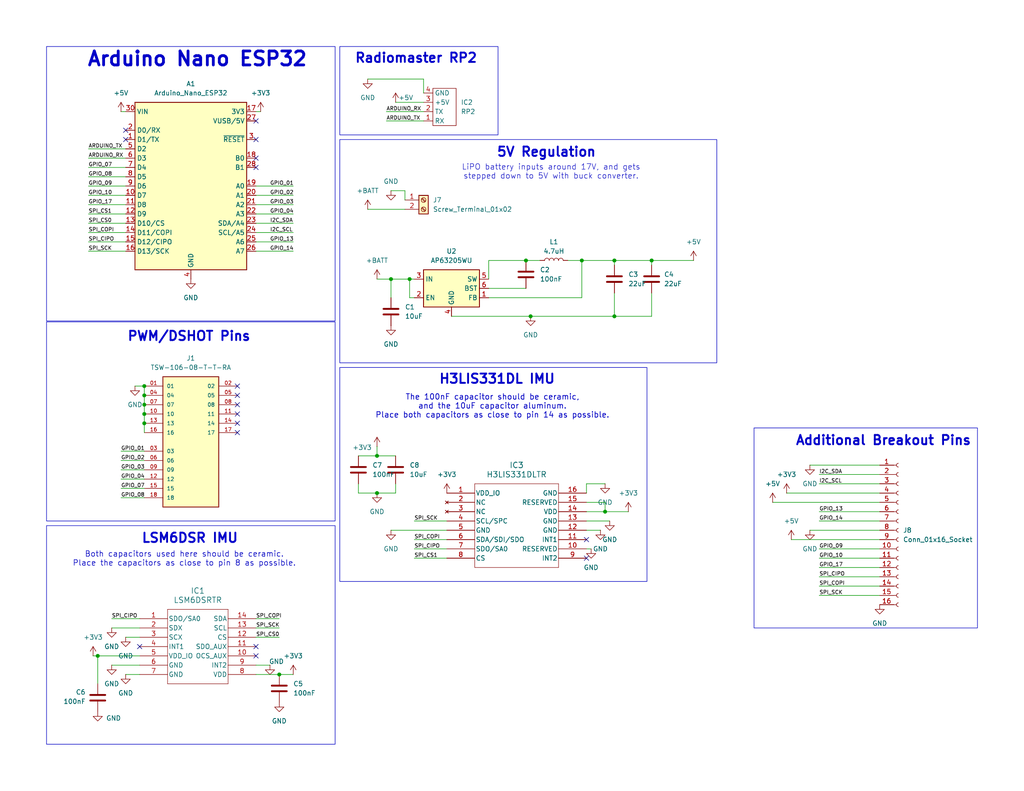
<source format=kicad_sch>
(kicad_sch
	(version 20231120)
	(generator "eeschema")
	(generator_version "8.0")
	(uuid "b33dd73c-81f3-41ad-b811-7341c7905d8a")
	(paper "USLetter")
	(lib_symbols
		(symbol "Connector:Conn_01x16_Socket"
			(pin_names
				(offset 1.016) hide)
			(exclude_from_sim no)
			(in_bom yes)
			(on_board yes)
			(property "Reference" "J"
				(at 0 20.32 0)
				(effects
					(font
						(size 1.27 1.27)
					)
				)
			)
			(property "Value" "Conn_01x16_Socket"
				(at 0 -22.86 0)
				(effects
					(font
						(size 1.27 1.27)
					)
				)
			)
			(property "Footprint" ""
				(at 0 0 0)
				(effects
					(font
						(size 1.27 1.27)
					)
					(hide yes)
				)
			)
			(property "Datasheet" "~"
				(at 0 0 0)
				(effects
					(font
						(size 1.27 1.27)
					)
					(hide yes)
				)
			)
			(property "Description" "Generic connector, single row, 01x16, script generated"
				(at 0 0 0)
				(effects
					(font
						(size 1.27 1.27)
					)
					(hide yes)
				)
			)
			(property "ki_locked" ""
				(at 0 0 0)
				(effects
					(font
						(size 1.27 1.27)
					)
				)
			)
			(property "ki_keywords" "connector"
				(at 0 0 0)
				(effects
					(font
						(size 1.27 1.27)
					)
					(hide yes)
				)
			)
			(property "ki_fp_filters" "Connector*:*_1x??_*"
				(at 0 0 0)
				(effects
					(font
						(size 1.27 1.27)
					)
					(hide yes)
				)
			)
			(symbol "Conn_01x16_Socket_1_1"
				(arc
					(start 0 -19.812)
					(mid -0.5058 -20.32)
					(end 0 -20.828)
					(stroke
						(width 0.1524)
						(type default)
					)
					(fill
						(type none)
					)
				)
				(arc
					(start 0 -17.272)
					(mid -0.5058 -17.78)
					(end 0 -18.288)
					(stroke
						(width 0.1524)
						(type default)
					)
					(fill
						(type none)
					)
				)
				(arc
					(start 0 -14.732)
					(mid -0.5058 -15.24)
					(end 0 -15.748)
					(stroke
						(width 0.1524)
						(type default)
					)
					(fill
						(type none)
					)
				)
				(arc
					(start 0 -12.192)
					(mid -0.5058 -12.7)
					(end 0 -13.208)
					(stroke
						(width 0.1524)
						(type default)
					)
					(fill
						(type none)
					)
				)
				(arc
					(start 0 -9.652)
					(mid -0.5058 -10.16)
					(end 0 -10.668)
					(stroke
						(width 0.1524)
						(type default)
					)
					(fill
						(type none)
					)
				)
				(arc
					(start 0 -7.112)
					(mid -0.5058 -7.62)
					(end 0 -8.128)
					(stroke
						(width 0.1524)
						(type default)
					)
					(fill
						(type none)
					)
				)
				(arc
					(start 0 -4.572)
					(mid -0.5058 -5.08)
					(end 0 -5.588)
					(stroke
						(width 0.1524)
						(type default)
					)
					(fill
						(type none)
					)
				)
				(arc
					(start 0 -2.032)
					(mid -0.5058 -2.54)
					(end 0 -3.048)
					(stroke
						(width 0.1524)
						(type default)
					)
					(fill
						(type none)
					)
				)
				(polyline
					(pts
						(xy -1.27 -20.32) (xy -0.508 -20.32)
					)
					(stroke
						(width 0.1524)
						(type default)
					)
					(fill
						(type none)
					)
				)
				(polyline
					(pts
						(xy -1.27 -17.78) (xy -0.508 -17.78)
					)
					(stroke
						(width 0.1524)
						(type default)
					)
					(fill
						(type none)
					)
				)
				(polyline
					(pts
						(xy -1.27 -15.24) (xy -0.508 -15.24)
					)
					(stroke
						(width 0.1524)
						(type default)
					)
					(fill
						(type none)
					)
				)
				(polyline
					(pts
						(xy -1.27 -12.7) (xy -0.508 -12.7)
					)
					(stroke
						(width 0.1524)
						(type default)
					)
					(fill
						(type none)
					)
				)
				(polyline
					(pts
						(xy -1.27 -10.16) (xy -0.508 -10.16)
					)
					(stroke
						(width 0.1524)
						(type default)
					)
					(fill
						(type none)
					)
				)
				(polyline
					(pts
						(xy -1.27 -7.62) (xy -0.508 -7.62)
					)
					(stroke
						(width 0.1524)
						(type default)
					)
					(fill
						(type none)
					)
				)
				(polyline
					(pts
						(xy -1.27 -5.08) (xy -0.508 -5.08)
					)
					(stroke
						(width 0.1524)
						(type default)
					)
					(fill
						(type none)
					)
				)
				(polyline
					(pts
						(xy -1.27 -2.54) (xy -0.508 -2.54)
					)
					(stroke
						(width 0.1524)
						(type default)
					)
					(fill
						(type none)
					)
				)
				(polyline
					(pts
						(xy -1.27 0) (xy -0.508 0)
					)
					(stroke
						(width 0.1524)
						(type default)
					)
					(fill
						(type none)
					)
				)
				(polyline
					(pts
						(xy -1.27 2.54) (xy -0.508 2.54)
					)
					(stroke
						(width 0.1524)
						(type default)
					)
					(fill
						(type none)
					)
				)
				(polyline
					(pts
						(xy -1.27 5.08) (xy -0.508 5.08)
					)
					(stroke
						(width 0.1524)
						(type default)
					)
					(fill
						(type none)
					)
				)
				(polyline
					(pts
						(xy -1.27 7.62) (xy -0.508 7.62)
					)
					(stroke
						(width 0.1524)
						(type default)
					)
					(fill
						(type none)
					)
				)
				(polyline
					(pts
						(xy -1.27 10.16) (xy -0.508 10.16)
					)
					(stroke
						(width 0.1524)
						(type default)
					)
					(fill
						(type none)
					)
				)
				(polyline
					(pts
						(xy -1.27 12.7) (xy -0.508 12.7)
					)
					(stroke
						(width 0.1524)
						(type default)
					)
					(fill
						(type none)
					)
				)
				(polyline
					(pts
						(xy -1.27 15.24) (xy -0.508 15.24)
					)
					(stroke
						(width 0.1524)
						(type default)
					)
					(fill
						(type none)
					)
				)
				(polyline
					(pts
						(xy -1.27 17.78) (xy -0.508 17.78)
					)
					(stroke
						(width 0.1524)
						(type default)
					)
					(fill
						(type none)
					)
				)
				(arc
					(start 0 0.508)
					(mid -0.5058 0)
					(end 0 -0.508)
					(stroke
						(width 0.1524)
						(type default)
					)
					(fill
						(type none)
					)
				)
				(arc
					(start 0 3.048)
					(mid -0.5058 2.54)
					(end 0 2.032)
					(stroke
						(width 0.1524)
						(type default)
					)
					(fill
						(type none)
					)
				)
				(arc
					(start 0 5.588)
					(mid -0.5058 5.08)
					(end 0 4.572)
					(stroke
						(width 0.1524)
						(type default)
					)
					(fill
						(type none)
					)
				)
				(arc
					(start 0 8.128)
					(mid -0.5058 7.62)
					(end 0 7.112)
					(stroke
						(width 0.1524)
						(type default)
					)
					(fill
						(type none)
					)
				)
				(arc
					(start 0 10.668)
					(mid -0.5058 10.16)
					(end 0 9.652)
					(stroke
						(width 0.1524)
						(type default)
					)
					(fill
						(type none)
					)
				)
				(arc
					(start 0 13.208)
					(mid -0.5058 12.7)
					(end 0 12.192)
					(stroke
						(width 0.1524)
						(type default)
					)
					(fill
						(type none)
					)
				)
				(arc
					(start 0 15.748)
					(mid -0.5058 15.24)
					(end 0 14.732)
					(stroke
						(width 0.1524)
						(type default)
					)
					(fill
						(type none)
					)
				)
				(arc
					(start 0 18.288)
					(mid -0.5058 17.78)
					(end 0 17.272)
					(stroke
						(width 0.1524)
						(type default)
					)
					(fill
						(type none)
					)
				)
				(pin passive line
					(at -5.08 17.78 0)
					(length 3.81)
					(name "Pin_1"
						(effects
							(font
								(size 1.27 1.27)
							)
						)
					)
					(number "1"
						(effects
							(font
								(size 1.27 1.27)
							)
						)
					)
				)
				(pin passive line
					(at -5.08 -5.08 0)
					(length 3.81)
					(name "Pin_10"
						(effects
							(font
								(size 1.27 1.27)
							)
						)
					)
					(number "10"
						(effects
							(font
								(size 1.27 1.27)
							)
						)
					)
				)
				(pin passive line
					(at -5.08 -7.62 0)
					(length 3.81)
					(name "Pin_11"
						(effects
							(font
								(size 1.27 1.27)
							)
						)
					)
					(number "11"
						(effects
							(font
								(size 1.27 1.27)
							)
						)
					)
				)
				(pin passive line
					(at -5.08 -10.16 0)
					(length 3.81)
					(name "Pin_12"
						(effects
							(font
								(size 1.27 1.27)
							)
						)
					)
					(number "12"
						(effects
							(font
								(size 1.27 1.27)
							)
						)
					)
				)
				(pin passive line
					(at -5.08 -12.7 0)
					(length 3.81)
					(name "Pin_13"
						(effects
							(font
								(size 1.27 1.27)
							)
						)
					)
					(number "13"
						(effects
							(font
								(size 1.27 1.27)
							)
						)
					)
				)
				(pin passive line
					(at -5.08 -15.24 0)
					(length 3.81)
					(name "Pin_14"
						(effects
							(font
								(size 1.27 1.27)
							)
						)
					)
					(number "14"
						(effects
							(font
								(size 1.27 1.27)
							)
						)
					)
				)
				(pin passive line
					(at -5.08 -17.78 0)
					(length 3.81)
					(name "Pin_15"
						(effects
							(font
								(size 1.27 1.27)
							)
						)
					)
					(number "15"
						(effects
							(font
								(size 1.27 1.27)
							)
						)
					)
				)
				(pin passive line
					(at -5.08 -20.32 0)
					(length 3.81)
					(name "Pin_16"
						(effects
							(font
								(size 1.27 1.27)
							)
						)
					)
					(number "16"
						(effects
							(font
								(size 1.27 1.27)
							)
						)
					)
				)
				(pin passive line
					(at -5.08 15.24 0)
					(length 3.81)
					(name "Pin_2"
						(effects
							(font
								(size 1.27 1.27)
							)
						)
					)
					(number "2"
						(effects
							(font
								(size 1.27 1.27)
							)
						)
					)
				)
				(pin passive line
					(at -5.08 12.7 0)
					(length 3.81)
					(name "Pin_3"
						(effects
							(font
								(size 1.27 1.27)
							)
						)
					)
					(number "3"
						(effects
							(font
								(size 1.27 1.27)
							)
						)
					)
				)
				(pin passive line
					(at -5.08 10.16 0)
					(length 3.81)
					(name "Pin_4"
						(effects
							(font
								(size 1.27 1.27)
							)
						)
					)
					(number "4"
						(effects
							(font
								(size 1.27 1.27)
							)
						)
					)
				)
				(pin passive line
					(at -5.08 7.62 0)
					(length 3.81)
					(name "Pin_5"
						(effects
							(font
								(size 1.27 1.27)
							)
						)
					)
					(number "5"
						(effects
							(font
								(size 1.27 1.27)
							)
						)
					)
				)
				(pin passive line
					(at -5.08 5.08 0)
					(length 3.81)
					(name "Pin_6"
						(effects
							(font
								(size 1.27 1.27)
							)
						)
					)
					(number "6"
						(effects
							(font
								(size 1.27 1.27)
							)
						)
					)
				)
				(pin passive line
					(at -5.08 2.54 0)
					(length 3.81)
					(name "Pin_7"
						(effects
							(font
								(size 1.27 1.27)
							)
						)
					)
					(number "7"
						(effects
							(font
								(size 1.27 1.27)
							)
						)
					)
				)
				(pin passive line
					(at -5.08 0 0)
					(length 3.81)
					(name "Pin_8"
						(effects
							(font
								(size 1.27 1.27)
							)
						)
					)
					(number "8"
						(effects
							(font
								(size 1.27 1.27)
							)
						)
					)
				)
				(pin passive line
					(at -5.08 -2.54 0)
					(length 3.81)
					(name "Pin_9"
						(effects
							(font
								(size 1.27 1.27)
							)
						)
					)
					(number "9"
						(effects
							(font
								(size 1.27 1.27)
							)
						)
					)
				)
			)
		)
		(symbol "Connector:Screw_Terminal_01x02"
			(pin_names
				(offset 1.016) hide)
			(exclude_from_sim no)
			(in_bom yes)
			(on_board yes)
			(property "Reference" "J"
				(at 0 2.54 0)
				(effects
					(font
						(size 1.27 1.27)
					)
				)
			)
			(property "Value" "Screw_Terminal_01x02"
				(at 0 -5.08 0)
				(effects
					(font
						(size 1.27 1.27)
					)
				)
			)
			(property "Footprint" ""
				(at 0 0 0)
				(effects
					(font
						(size 1.27 1.27)
					)
					(hide yes)
				)
			)
			(property "Datasheet" "~"
				(at 0 0 0)
				(effects
					(font
						(size 1.27 1.27)
					)
					(hide yes)
				)
			)
			(property "Description" "Generic screw terminal, single row, 01x02, script generated (kicad-library-utils/schlib/autogen/connector/)"
				(at 0 0 0)
				(effects
					(font
						(size 1.27 1.27)
					)
					(hide yes)
				)
			)
			(property "ki_keywords" "screw terminal"
				(at 0 0 0)
				(effects
					(font
						(size 1.27 1.27)
					)
					(hide yes)
				)
			)
			(property "ki_fp_filters" "TerminalBlock*:*"
				(at 0 0 0)
				(effects
					(font
						(size 1.27 1.27)
					)
					(hide yes)
				)
			)
			(symbol "Screw_Terminal_01x02_1_1"
				(rectangle
					(start -1.27 1.27)
					(end 1.27 -3.81)
					(stroke
						(width 0.254)
						(type default)
					)
					(fill
						(type background)
					)
				)
				(circle
					(center 0 -2.54)
					(radius 0.635)
					(stroke
						(width 0.1524)
						(type default)
					)
					(fill
						(type none)
					)
				)
				(polyline
					(pts
						(xy -0.5334 -2.2098) (xy 0.3302 -3.048)
					)
					(stroke
						(width 0.1524)
						(type default)
					)
					(fill
						(type none)
					)
				)
				(polyline
					(pts
						(xy -0.5334 0.3302) (xy 0.3302 -0.508)
					)
					(stroke
						(width 0.1524)
						(type default)
					)
					(fill
						(type none)
					)
				)
				(polyline
					(pts
						(xy -0.3556 -2.032) (xy 0.508 -2.8702)
					)
					(stroke
						(width 0.1524)
						(type default)
					)
					(fill
						(type none)
					)
				)
				(polyline
					(pts
						(xy -0.3556 0.508) (xy 0.508 -0.3302)
					)
					(stroke
						(width 0.1524)
						(type default)
					)
					(fill
						(type none)
					)
				)
				(circle
					(center 0 0)
					(radius 0.635)
					(stroke
						(width 0.1524)
						(type default)
					)
					(fill
						(type none)
					)
				)
				(pin passive line
					(at -5.08 0 0)
					(length 3.81)
					(name "Pin_1"
						(effects
							(font
								(size 1.27 1.27)
							)
						)
					)
					(number "1"
						(effects
							(font
								(size 1.27 1.27)
							)
						)
					)
				)
				(pin passive line
					(at -5.08 -2.54 0)
					(length 3.81)
					(name "Pin_2"
						(effects
							(font
								(size 1.27 1.27)
							)
						)
					)
					(number "2"
						(effects
							(font
								(size 1.27 1.27)
							)
						)
					)
				)
			)
		)
		(symbol "Device:C"
			(pin_numbers hide)
			(pin_names
				(offset 0.254)
			)
			(exclude_from_sim no)
			(in_bom yes)
			(on_board yes)
			(property "Reference" "C"
				(at 0.635 2.54 0)
				(effects
					(font
						(size 1.27 1.27)
					)
					(justify left)
				)
			)
			(property "Value" "C"
				(at 0.635 -2.54 0)
				(effects
					(font
						(size 1.27 1.27)
					)
					(justify left)
				)
			)
			(property "Footprint" ""
				(at 0.9652 -3.81 0)
				(effects
					(font
						(size 1.27 1.27)
					)
					(hide yes)
				)
			)
			(property "Datasheet" "~"
				(at 0 0 0)
				(effects
					(font
						(size 1.27 1.27)
					)
					(hide yes)
				)
			)
			(property "Description" "Unpolarized capacitor"
				(at 0 0 0)
				(effects
					(font
						(size 1.27 1.27)
					)
					(hide yes)
				)
			)
			(property "ki_keywords" "cap capacitor"
				(at 0 0 0)
				(effects
					(font
						(size 1.27 1.27)
					)
					(hide yes)
				)
			)
			(property "ki_fp_filters" "C_*"
				(at 0 0 0)
				(effects
					(font
						(size 1.27 1.27)
					)
					(hide yes)
				)
			)
			(symbol "C_0_1"
				(polyline
					(pts
						(xy -2.032 -0.762) (xy 2.032 -0.762)
					)
					(stroke
						(width 0.508)
						(type default)
					)
					(fill
						(type none)
					)
				)
				(polyline
					(pts
						(xy -2.032 0.762) (xy 2.032 0.762)
					)
					(stroke
						(width 0.508)
						(type default)
					)
					(fill
						(type none)
					)
				)
			)
			(symbol "C_1_1"
				(pin passive line
					(at 0 3.81 270)
					(length 2.794)
					(name "~"
						(effects
							(font
								(size 1.27 1.27)
							)
						)
					)
					(number "1"
						(effects
							(font
								(size 1.27 1.27)
							)
						)
					)
				)
				(pin passive line
					(at 0 -3.81 90)
					(length 2.794)
					(name "~"
						(effects
							(font
								(size 1.27 1.27)
							)
						)
					)
					(number "2"
						(effects
							(font
								(size 1.27 1.27)
							)
						)
					)
				)
			)
		)
		(symbol "Device:L"
			(pin_numbers hide)
			(pin_names
				(offset 1.016) hide)
			(exclude_from_sim no)
			(in_bom yes)
			(on_board yes)
			(property "Reference" "L"
				(at -1.27 0 90)
				(effects
					(font
						(size 1.27 1.27)
					)
				)
			)
			(property "Value" "L"
				(at 1.905 0 90)
				(effects
					(font
						(size 1.27 1.27)
					)
				)
			)
			(property "Footprint" ""
				(at 0 0 0)
				(effects
					(font
						(size 1.27 1.27)
					)
					(hide yes)
				)
			)
			(property "Datasheet" "~"
				(at 0 0 0)
				(effects
					(font
						(size 1.27 1.27)
					)
					(hide yes)
				)
			)
			(property "Description" "Inductor"
				(at 0 0 0)
				(effects
					(font
						(size 1.27 1.27)
					)
					(hide yes)
				)
			)
			(property "ki_keywords" "inductor choke coil reactor magnetic"
				(at 0 0 0)
				(effects
					(font
						(size 1.27 1.27)
					)
					(hide yes)
				)
			)
			(property "ki_fp_filters" "Choke_* *Coil* Inductor_* L_*"
				(at 0 0 0)
				(effects
					(font
						(size 1.27 1.27)
					)
					(hide yes)
				)
			)
			(symbol "L_0_1"
				(arc
					(start 0 -2.54)
					(mid 0.6323 -1.905)
					(end 0 -1.27)
					(stroke
						(width 0)
						(type default)
					)
					(fill
						(type none)
					)
				)
				(arc
					(start 0 -1.27)
					(mid 0.6323 -0.635)
					(end 0 0)
					(stroke
						(width 0)
						(type default)
					)
					(fill
						(type none)
					)
				)
				(arc
					(start 0 0)
					(mid 0.6323 0.635)
					(end 0 1.27)
					(stroke
						(width 0)
						(type default)
					)
					(fill
						(type none)
					)
				)
				(arc
					(start 0 1.27)
					(mid 0.6323 1.905)
					(end 0 2.54)
					(stroke
						(width 0)
						(type default)
					)
					(fill
						(type none)
					)
				)
			)
			(symbol "L_1_1"
				(pin passive line
					(at 0 3.81 270)
					(length 1.27)
					(name "1"
						(effects
							(font
								(size 1.27 1.27)
							)
						)
					)
					(number "1"
						(effects
							(font
								(size 1.27 1.27)
							)
						)
					)
				)
				(pin passive line
					(at 0 -3.81 90)
					(length 1.27)
					(name "2"
						(effects
							(font
								(size 1.27 1.27)
							)
						)
					)
					(number "2"
						(effects
							(font
								(size 1.27 1.27)
							)
						)
					)
				)
			)
		)
		(symbol "H3LIS331DLTR:H3LIS331DLTR"
			(pin_names
				(offset 0.254)
			)
			(exclude_from_sim no)
			(in_bom yes)
			(on_board yes)
			(property "Reference" "IC"
				(at 19.05 9.906 0)
				(effects
					(font
						(size 1.524 1.524)
					)
				)
			)
			(property "Value" "H3LIS331DLTR"
				(at 19.05 7.366 0)
				(effects
					(font
						(size 1.524 1.524)
					)
				)
			)
			(property "Footprint" "H3LIS331DLTR:QFN_31DLTR_STM"
				(at 0 2.54 0)
				(effects
					(font
						(size 1.27 1.27)
						(italic yes)
					)
					(hide yes)
				)
			)
			(property "Datasheet" "https://www.st.com/content/ccc/resource/technical/document/datasheet/3e/48/02/c7/a4/e6/41/bb/DM00053090.pdf/files/DM00053090.pdf/jcr:content/translations/en.DM00053090.pdf"
				(at 0 2.54 0)
				(effects
					(font
						(size 1.27 1.27)
						(italic yes)
					)
					(hide yes)
				)
			)
			(property "Description" ""
				(at 0 2.54 0)
				(effects
					(font
						(size 1.27 1.27)
					)
					(hide yes)
				)
			)
			(property "ki_keywords" "H3LIS331DLTR"
				(at 0 0 0)
				(effects
					(font
						(size 1.27 1.27)
					)
					(hide yes)
				)
			)
			(property "ki_fp_filters" "QFN_31DLTR_STM QFN_31DLTR_STM-M QFN_31DLTR_STM-L"
				(at 0 0 0)
				(effects
					(font
						(size 1.27 1.27)
					)
					(hide yes)
				)
			)
			(symbol "H3LIS331DLTR_0_1"
				(polyline
					(pts
						(xy 7.62 -17.78) (xy 30.48 -17.78)
					)
					(stroke
						(width 0.127)
						(type default)
					)
					(fill
						(type none)
					)
				)
				(polyline
					(pts
						(xy 7.62 5.08) (xy 7.62 -17.78)
					)
					(stroke
						(width 0.127)
						(type default)
					)
					(fill
						(type none)
					)
				)
				(polyline
					(pts
						(xy 30.48 -17.78) (xy 30.48 5.08)
					)
					(stroke
						(width 0.127)
						(type default)
					)
					(fill
						(type none)
					)
				)
				(polyline
					(pts
						(xy 30.48 5.08) (xy 7.62 5.08)
					)
					(stroke
						(width 0.127)
						(type default)
					)
					(fill
						(type none)
					)
				)
				(pin power_in line
					(at 0 2.54 0)
					(length 7.62)
					(name "VDD_IO"
						(effects
							(font
								(size 1.27 1.27)
							)
						)
					)
					(number "1"
						(effects
							(font
								(size 1.27 1.27)
							)
						)
					)
				)
				(pin power_out line
					(at 38.1 -12.7 180)
					(length 7.62)
					(name "RESERVED"
						(effects
							(font
								(size 1.27 1.27)
							)
						)
					)
					(number "10"
						(effects
							(font
								(size 1.27 1.27)
							)
						)
					)
				)
				(pin output line
					(at 38.1 -10.16 180)
					(length 7.62)
					(name "INT1"
						(effects
							(font
								(size 1.27 1.27)
							)
						)
					)
					(number "11"
						(effects
							(font
								(size 1.27 1.27)
							)
						)
					)
				)
				(pin power_out line
					(at 38.1 -7.62 180)
					(length 7.62)
					(name "GND"
						(effects
							(font
								(size 1.27 1.27)
							)
						)
					)
					(number "12"
						(effects
							(font
								(size 1.27 1.27)
							)
						)
					)
				)
				(pin power_out line
					(at 38.1 -5.08 180)
					(length 7.62)
					(name "GND"
						(effects
							(font
								(size 1.27 1.27)
							)
						)
					)
					(number "13"
						(effects
							(font
								(size 1.27 1.27)
							)
						)
					)
				)
				(pin power_in line
					(at 38.1 -2.54 180)
					(length 7.62)
					(name "VDD"
						(effects
							(font
								(size 1.27 1.27)
							)
						)
					)
					(number "14"
						(effects
							(font
								(size 1.27 1.27)
							)
						)
					)
				)
				(pin power_out line
					(at 38.1 0 180)
					(length 7.62)
					(name "RESERVED"
						(effects
							(font
								(size 1.27 1.27)
							)
						)
					)
					(number "15"
						(effects
							(font
								(size 1.27 1.27)
							)
						)
					)
				)
				(pin power_out line
					(at 38.1 2.54 180)
					(length 7.62)
					(name "GND"
						(effects
							(font
								(size 1.27 1.27)
							)
						)
					)
					(number "16"
						(effects
							(font
								(size 1.27 1.27)
							)
						)
					)
				)
				(pin no_connect line
					(at 0 0 0)
					(length 7.62)
					(name "NC"
						(effects
							(font
								(size 1.27 1.27)
							)
						)
					)
					(number "2"
						(effects
							(font
								(size 1.27 1.27)
							)
						)
					)
				)
				(pin no_connect line
					(at 0 -2.54 0)
					(length 7.62)
					(name "NC"
						(effects
							(font
								(size 1.27 1.27)
							)
						)
					)
					(number "3"
						(effects
							(font
								(size 1.27 1.27)
							)
						)
					)
				)
				(pin bidirectional line
					(at 0 -5.08 0)
					(length 7.62)
					(name "SCL/SPC"
						(effects
							(font
								(size 1.27 1.27)
							)
						)
					)
					(number "4"
						(effects
							(font
								(size 1.27 1.27)
							)
						)
					)
				)
				(pin power_out line
					(at 0 -7.62 0)
					(length 7.62)
					(name "GND"
						(effects
							(font
								(size 1.27 1.27)
							)
						)
					)
					(number "5"
						(effects
							(font
								(size 1.27 1.27)
							)
						)
					)
				)
				(pin bidirectional line
					(at 0 -10.16 0)
					(length 7.62)
					(name "SDA/SDI/SDO"
						(effects
							(font
								(size 1.27 1.27)
							)
						)
					)
					(number "6"
						(effects
							(font
								(size 1.27 1.27)
							)
						)
					)
				)
				(pin bidirectional line
					(at 0 -12.7 0)
					(length 7.62)
					(name "SDO/SA0"
						(effects
							(font
								(size 1.27 1.27)
							)
						)
					)
					(number "7"
						(effects
							(font
								(size 1.27 1.27)
							)
						)
					)
				)
				(pin input line
					(at 0 -15.24 0)
					(length 7.62)
					(name "CS"
						(effects
							(font
								(size 1.27 1.27)
							)
						)
					)
					(number "8"
						(effects
							(font
								(size 1.27 1.27)
							)
						)
					)
				)
				(pin output line
					(at 38.1 -15.24 180)
					(length 7.62)
					(name "INT2"
						(effects
							(font
								(size 1.27 1.27)
							)
						)
					)
					(number "9"
						(effects
							(font
								(size 1.27 1.27)
							)
						)
					)
				)
			)
		)
		(symbol "LSM6DSRTR:LSM6DSRTR"
			(pin_names
				(offset 0.254)
			)
			(exclude_from_sim no)
			(in_bom yes)
			(on_board yes)
			(property "Reference" "IC"
				(at 16.002 9.906 0)
				(effects
					(font
						(size 1.524 1.524)
					)
				)
			)
			(property "Value" "LSM6DSRTR"
				(at 16.002 7.366 0)
				(effects
					(font
						(size 1.524 1.524)
					)
				)
			)
			(property "Footprint" "LSM6DSRTR:LGA-14L_2P5X3X0P83_STM"
				(at 0 0 0)
				(effects
					(font
						(size 1.27 1.27)
						(italic yes)
					)
					(hide yes)
				)
			)
			(property "Datasheet" "https://www.st.com/resource/en/datasheet/lsm6dsr.pdf"
				(at 0 0 0)
				(effects
					(font
						(size 1.27 1.27)
						(italic yes)
					)
					(hide yes)
				)
			)
			(property "Description" ""
				(at 0 2.54 0)
				(effects
					(font
						(size 1.27 1.27)
					)
					(hide yes)
				)
			)
			(property "ki_keywords" "LSM6DSRTR"
				(at 0 0 0)
				(effects
					(font
						(size 1.27 1.27)
					)
					(hide yes)
				)
			)
			(property "ki_fp_filters" "LGA-14L_2P5X3X0P83_STM LGA-14L_2P5X3X0P83_STM-M LGA-14L_2P5X3X0P83_STM-L"
				(at 0 0 0)
				(effects
					(font
						(size 1.27 1.27)
					)
					(hide yes)
				)
			)
			(symbol "LSM6DSRTR_0_1"
				(polyline
					(pts
						(xy 7.62 -15.24) (xy 24.13 -15.24)
					)
					(stroke
						(width 0.127)
						(type default)
					)
					(fill
						(type none)
					)
				)
				(polyline
					(pts
						(xy 7.62 5.08) (xy 7.62 -15.24)
					)
					(stroke
						(width 0.127)
						(type default)
					)
					(fill
						(type none)
					)
				)
				(polyline
					(pts
						(xy 24.13 -15.24) (xy 24.13 5.08)
					)
					(stroke
						(width 0.127)
						(type default)
					)
					(fill
						(type none)
					)
				)
				(polyline
					(pts
						(xy 24.13 5.08) (xy 7.62 5.08)
					)
					(stroke
						(width 0.127)
						(type default)
					)
					(fill
						(type none)
					)
				)
				(pin bidirectional line
					(at 0 2.54 0)
					(length 7.62)
					(name "SDO/SA0"
						(effects
							(font
								(size 1.27 1.27)
							)
						)
					)
					(number "1"
						(effects
							(font
								(size 1.27 1.27)
							)
						)
					)
				)
				(pin bidirectional line
					(at 31.75 -7.62 180)
					(length 7.62)
					(name "OCS_AUX"
						(effects
							(font
								(size 1.27 1.27)
							)
						)
					)
					(number "10"
						(effects
							(font
								(size 1.27 1.27)
							)
						)
					)
				)
				(pin bidirectional line
					(at 31.75 -5.08 180)
					(length 7.62)
					(name "SDO_AUX"
						(effects
							(font
								(size 1.27 1.27)
							)
						)
					)
					(number "11"
						(effects
							(font
								(size 1.27 1.27)
							)
						)
					)
				)
				(pin input line
					(at 31.75 -2.54 180)
					(length 7.62)
					(name "CS"
						(effects
							(font
								(size 1.27 1.27)
							)
						)
					)
					(number "12"
						(effects
							(font
								(size 1.27 1.27)
							)
						)
					)
				)
				(pin input line
					(at 31.75 0 180)
					(length 7.62)
					(name "SCL"
						(effects
							(font
								(size 1.27 1.27)
							)
						)
					)
					(number "13"
						(effects
							(font
								(size 1.27 1.27)
							)
						)
					)
				)
				(pin bidirectional line
					(at 31.75 2.54 180)
					(length 7.62)
					(name "SDA"
						(effects
							(font
								(size 1.27 1.27)
							)
						)
					)
					(number "14"
						(effects
							(font
								(size 1.27 1.27)
							)
						)
					)
				)
				(pin bidirectional line
					(at 0 0 0)
					(length 7.62)
					(name "SDX"
						(effects
							(font
								(size 1.27 1.27)
							)
						)
					)
					(number "2"
						(effects
							(font
								(size 1.27 1.27)
							)
						)
					)
				)
				(pin bidirectional line
					(at 0 -2.54 0)
					(length 7.62)
					(name "SCX"
						(effects
							(font
								(size 1.27 1.27)
							)
						)
					)
					(number "3"
						(effects
							(font
								(size 1.27 1.27)
							)
						)
					)
				)
				(pin output line
					(at 0 -5.08 0)
					(length 7.62)
					(name "INT1"
						(effects
							(font
								(size 1.27 1.27)
							)
						)
					)
					(number "4"
						(effects
							(font
								(size 1.27 1.27)
							)
						)
					)
				)
				(pin power_in line
					(at 0 -7.62 0)
					(length 7.62)
					(name "VDD_IO"
						(effects
							(font
								(size 1.27 1.27)
							)
						)
					)
					(number "5"
						(effects
							(font
								(size 1.27 1.27)
							)
						)
					)
				)
				(pin power_out line
					(at 0 -10.16 0)
					(length 7.62)
					(name "GND"
						(effects
							(font
								(size 1.27 1.27)
							)
						)
					)
					(number "6"
						(effects
							(font
								(size 1.27 1.27)
							)
						)
					)
				)
				(pin power_out line
					(at 0 -12.7 0)
					(length 7.62)
					(name "GND"
						(effects
							(font
								(size 1.27 1.27)
							)
						)
					)
					(number "7"
						(effects
							(font
								(size 1.27 1.27)
							)
						)
					)
				)
				(pin power_in line
					(at 31.75 -12.7 180)
					(length 7.62)
					(name "VDD"
						(effects
							(font
								(size 1.27 1.27)
							)
						)
					)
					(number "8"
						(effects
							(font
								(size 1.27 1.27)
							)
						)
					)
				)
				(pin output line
					(at 31.75 -10.16 180)
					(length 7.62)
					(name "INT2"
						(effects
							(font
								(size 1.27 1.27)
							)
						)
					)
					(number "9"
						(effects
							(font
								(size 1.27 1.27)
							)
						)
					)
				)
			)
		)
		(symbol "MCU_Module:Arduino_Nano_ESP32"
			(exclude_from_sim no)
			(in_bom yes)
			(on_board yes)
			(property "Reference" "A"
				(at -14.986 23.622 0)
				(effects
					(font
						(size 1.27 1.27)
					)
					(justify left bottom)
				)
			)
			(property "Value" "Arduino_Nano_ESP32"
				(at 3.81 -25.654 0)
				(effects
					(font
						(size 1.27 1.27)
					)
					(justify left top)
				)
			)
			(property "Footprint" "Module:Arduino_Nano"
				(at 13.716 -34.036 0)
				(effects
					(font
						(size 1.27 1.27)
						(italic yes)
					)
					(hide yes)
				)
			)
			(property "Datasheet" "https://docs.arduino.cc/resources/datasheets/ABX00083-datasheet.pdf"
				(at 39.116 -31.496 0)
				(effects
					(font
						(size 1.27 1.27)
					)
					(hide yes)
				)
			)
			(property "Description" "Arduino Nano board based on the ESP32-S3 with a dual-core 240 MHz processor, 384 kB ROM, 512 kB SRAM. Operates at 3.3V, with 5V USB-C® input and 6-21V VIN. Features Wi-Fi®, Bluetooth® LE, digital and analog pins, and supports SPI, I2C, UART, I2S, and CAN."
				(at 138.43 -28.956 0)
				(effects
					(font
						(size 1.27 1.27)
					)
					(hide yes)
				)
			)
			(property "ki_keywords" "Arduino Nano ESP32"
				(at 0 0 0)
				(effects
					(font
						(size 1.27 1.27)
					)
					(hide yes)
				)
			)
			(property "ki_fp_filters" "Arduino*Nano*"
				(at 0 0 0)
				(effects
					(font
						(size 1.27 1.27)
					)
					(hide yes)
				)
			)
			(symbol "Arduino_Nano_ESP32_0_1"
				(rectangle
					(start -15.24 22.86)
					(end 15.24 -22.86)
					(stroke
						(width 0.254)
						(type default)
					)
					(fill
						(type background)
					)
				)
			)
			(symbol "Arduino_Nano_ESP32_1_1"
				(pin bidirectional line
					(at -17.78 12.7 0)
					(length 2.54)
					(name "D1/TX"
						(effects
							(font
								(size 1.27 1.27)
							)
						)
					)
					(number "1"
						(effects
							(font
								(size 1.27 1.27)
							)
						)
					)
				)
				(pin bidirectional line
					(at -17.78 -2.54 0)
					(length 2.54)
					(name "D7"
						(effects
							(font
								(size 1.27 1.27)
							)
						)
					)
					(number "10"
						(effects
							(font
								(size 1.27 1.27)
							)
						)
					)
				)
				(pin bidirectional line
					(at -17.78 -5.08 0)
					(length 2.54)
					(name "D8"
						(effects
							(font
								(size 1.27 1.27)
							)
						)
					)
					(number "11"
						(effects
							(font
								(size 1.27 1.27)
							)
						)
					)
				)
				(pin bidirectional line
					(at -17.78 -7.62 0)
					(length 2.54)
					(name "D9"
						(effects
							(font
								(size 1.27 1.27)
							)
						)
					)
					(number "12"
						(effects
							(font
								(size 1.27 1.27)
							)
						)
					)
				)
				(pin bidirectional line
					(at -17.78 -10.16 0)
					(length 2.54)
					(name "D10/CS"
						(effects
							(font
								(size 1.27 1.27)
							)
						)
					)
					(number "13"
						(effects
							(font
								(size 1.27 1.27)
							)
						)
					)
				)
				(pin bidirectional line
					(at -17.78 -12.7 0)
					(length 2.54)
					(name "D11/COPI"
						(effects
							(font
								(size 1.27 1.27)
							)
						)
					)
					(number "14"
						(effects
							(font
								(size 1.27 1.27)
							)
						)
					)
				)
				(pin bidirectional line
					(at -17.78 -15.24 0)
					(length 2.54)
					(name "D12/CIPO"
						(effects
							(font
								(size 1.27 1.27)
							)
						)
					)
					(number "15"
						(effects
							(font
								(size 1.27 1.27)
							)
						)
					)
				)
				(pin bidirectional line
					(at -17.78 -17.78 0)
					(length 2.54)
					(name "D13/SCK"
						(effects
							(font
								(size 1.27 1.27)
							)
						)
					)
					(number "16"
						(effects
							(font
								(size 1.27 1.27)
							)
						)
					)
				)
				(pin power_out line
					(at 17.78 20.32 180)
					(length 2.54)
					(name "3V3"
						(effects
							(font
								(size 1.27 1.27)
							)
						)
					)
					(number "17"
						(effects
							(font
								(size 1.27 1.27)
							)
						)
					)
				)
				(pin bidirectional line
					(at 17.78 7.62 180)
					(length 2.54)
					(name "B0"
						(effects
							(font
								(size 1.27 1.27)
							)
						)
					)
					(number "18"
						(effects
							(font
								(size 1.27 1.27)
							)
						)
					)
				)
				(pin bidirectional line
					(at 17.78 0 180)
					(length 2.54)
					(name "A0"
						(effects
							(font
								(size 1.27 1.27)
							)
						)
					)
					(number "19"
						(effects
							(font
								(size 1.27 1.27)
							)
						)
					)
				)
				(pin bidirectional line
					(at -17.78 15.24 0)
					(length 2.54)
					(name "D0/RX"
						(effects
							(font
								(size 1.27 1.27)
							)
						)
					)
					(number "2"
						(effects
							(font
								(size 1.27 1.27)
							)
						)
					)
				)
				(pin bidirectional line
					(at 17.78 -2.54 180)
					(length 2.54)
					(name "A1"
						(effects
							(font
								(size 1.27 1.27)
							)
						)
					)
					(number "20"
						(effects
							(font
								(size 1.27 1.27)
							)
						)
					)
				)
				(pin bidirectional line
					(at 17.78 -5.08 180)
					(length 2.54)
					(name "A2"
						(effects
							(font
								(size 1.27 1.27)
							)
						)
					)
					(number "21"
						(effects
							(font
								(size 1.27 1.27)
							)
						)
					)
				)
				(pin bidirectional line
					(at 17.78 -7.62 180)
					(length 2.54)
					(name "A3"
						(effects
							(font
								(size 1.27 1.27)
							)
						)
					)
					(number "22"
						(effects
							(font
								(size 1.27 1.27)
							)
						)
					)
				)
				(pin bidirectional line
					(at 17.78 -10.16 180)
					(length 2.54)
					(name "SDA/A4"
						(effects
							(font
								(size 1.27 1.27)
							)
						)
					)
					(number "23"
						(effects
							(font
								(size 1.27 1.27)
							)
						)
					)
				)
				(pin bidirectional line
					(at 17.78 -12.7 180)
					(length 2.54)
					(name "SCL/A5"
						(effects
							(font
								(size 1.27 1.27)
							)
						)
					)
					(number "24"
						(effects
							(font
								(size 1.27 1.27)
							)
						)
					)
				)
				(pin bidirectional line
					(at 17.78 -15.24 180)
					(length 2.54)
					(name "A6"
						(effects
							(font
								(size 1.27 1.27)
							)
						)
					)
					(number "25"
						(effects
							(font
								(size 1.27 1.27)
							)
						)
					)
				)
				(pin bidirectional line
					(at 17.78 -17.78 180)
					(length 2.54)
					(name "A7"
						(effects
							(font
								(size 1.27 1.27)
							)
						)
					)
					(number "26"
						(effects
							(font
								(size 1.27 1.27)
							)
						)
					)
				)
				(pin power_out line
					(at 17.78 17.78 180)
					(length 2.54)
					(name "VUSB/5V"
						(effects
							(font
								(size 1.27 1.27)
							)
						)
					)
					(number "27"
						(effects
							(font
								(size 1.27 1.27)
							)
						)
					)
				)
				(pin bidirectional line
					(at 17.78 5.08 180)
					(length 2.54)
					(name "B1"
						(effects
							(font
								(size 1.27 1.27)
							)
						)
					)
					(number "28"
						(effects
							(font
								(size 1.27 1.27)
							)
						)
					)
				)
				(pin passive line
					(at 0 -25.4 90)
					(length 2.54) hide
					(name "GND"
						(effects
							(font
								(size 1.27 1.27)
							)
						)
					)
					(number "29"
						(effects
							(font
								(size 1.27 1.27)
							)
						)
					)
				)
				(pin input line
					(at 17.78 12.7 180)
					(length 2.54)
					(name "~{RESET}"
						(effects
							(font
								(size 1.27 1.27)
							)
						)
					)
					(number "3"
						(effects
							(font
								(size 1.27 1.27)
							)
						)
					)
				)
				(pin power_in line
					(at -17.78 20.32 0)
					(length 2.54)
					(name "VIN"
						(effects
							(font
								(size 1.27 1.27)
							)
						)
					)
					(number "30"
						(effects
							(font
								(size 1.27 1.27)
							)
						)
					)
				)
				(pin power_in line
					(at 0 -25.4 90)
					(length 2.54)
					(name "GND"
						(effects
							(font
								(size 1.27 1.27)
							)
						)
					)
					(number "4"
						(effects
							(font
								(size 1.27 1.27)
							)
						)
					)
				)
				(pin bidirectional line
					(at -17.78 10.16 0)
					(length 2.54)
					(name "D2"
						(effects
							(font
								(size 1.27 1.27)
							)
						)
					)
					(number "5"
						(effects
							(font
								(size 1.27 1.27)
							)
						)
					)
				)
				(pin bidirectional line
					(at -17.78 7.62 0)
					(length 2.54)
					(name "D3"
						(effects
							(font
								(size 1.27 1.27)
							)
						)
					)
					(number "6"
						(effects
							(font
								(size 1.27 1.27)
							)
						)
					)
				)
				(pin bidirectional line
					(at -17.78 5.08 0)
					(length 2.54)
					(name "D4"
						(effects
							(font
								(size 1.27 1.27)
							)
						)
					)
					(number "7"
						(effects
							(font
								(size 1.27 1.27)
							)
						)
					)
				)
				(pin bidirectional line
					(at -17.78 2.54 0)
					(length 2.54)
					(name "D5"
						(effects
							(font
								(size 1.27 1.27)
							)
						)
					)
					(number "8"
						(effects
							(font
								(size 1.27 1.27)
							)
						)
					)
				)
				(pin bidirectional line
					(at -17.78 0 0)
					(length 2.54)
					(name "D6"
						(effects
							(font
								(size 1.27 1.27)
							)
						)
					)
					(number "9"
						(effects
							(font
								(size 1.27 1.27)
							)
						)
					)
				)
			)
		)
		(symbol "Radiomaster:RP2"
			(exclude_from_sim no)
			(in_bom yes)
			(on_board yes)
			(property "Reference" "IC"
				(at 4.318 8.128 0)
				(effects
					(font
						(size 1.27 1.27)
					)
				)
			)
			(property "Value" "RP2"
				(at 3.302 6.096 0)
				(effects
					(font
						(size 1.27 1.27)
					)
				)
			)
			(property "Footprint" "Radiomaster:RP2"
				(at 0 -2.54 0)
				(effects
					(font
						(size 1.27 1.27)
					)
					(hide yes)
				)
			)
			(property "Datasheet" "https://www.radiomasterrc.com/products/rp2-expresslrs-2-4ghz-nano-receiver"
				(at -0.508 -11.43 0)
				(effects
					(font
						(size 1.27 1.27)
					)
					(hide yes)
				)
			)
			(property "Description" ""
				(at 0 -2.54 0)
				(effects
					(font
						(size 1.27 1.27)
					)
					(hide yes)
				)
			)
			(symbol "RP2_0_1"
				(rectangle
					(start -1.27 5.08)
					(end 5.08 -5.08)
					(stroke
						(width 0)
						(type default)
					)
					(fill
						(type none)
					)
				)
			)
			(symbol "RP2_1_1"
				(pin input line
					(at -3.81 -3.81 0)
					(length 2.54)
					(name "RX"
						(effects
							(font
								(size 1.27 1.27)
							)
						)
					)
					(number "1"
						(effects
							(font
								(size 1.27 1.27)
							)
						)
					)
				)
				(pin output line
					(at -3.81 -1.27 0)
					(length 2.54)
					(name "TX"
						(effects
							(font
								(size 1.27 1.27)
							)
						)
					)
					(number "2"
						(effects
							(font
								(size 1.27 1.27)
							)
						)
					)
				)
				(pin input line
					(at -3.81 1.27 0)
					(length 2.54)
					(name "+5V"
						(effects
							(font
								(size 1.27 1.27)
							)
						)
					)
					(number "3"
						(effects
							(font
								(size 1.27 1.27)
							)
						)
					)
				)
				(pin input line
					(at -3.81 3.81 0)
					(length 2.54)
					(name "GND"
						(effects
							(font
								(size 1.27 1.27)
							)
						)
					)
					(number "4"
						(effects
							(font
								(size 1.27 1.27)
							)
						)
					)
				)
			)
		)
		(symbol "Regulator_Switching:AP63205WU"
			(exclude_from_sim no)
			(in_bom yes)
			(on_board yes)
			(property "Reference" "U"
				(at -7.62 6.35 0)
				(effects
					(font
						(size 1.27 1.27)
					)
				)
			)
			(property "Value" "AP63205WU"
				(at 2.54 6.35 0)
				(effects
					(font
						(size 1.27 1.27)
					)
				)
			)
			(property "Footprint" "Package_TO_SOT_SMD:TSOT-23-6"
				(at 0 -22.86 0)
				(effects
					(font
						(size 1.27 1.27)
					)
					(hide yes)
				)
			)
			(property "Datasheet" "https://www.diodes.com/assets/Datasheets/AP63200-AP63201-AP63203-AP63205.pdf"
				(at 0 0 0)
				(effects
					(font
						(size 1.27 1.27)
					)
					(hide yes)
				)
			)
			(property "Description" "2A, 1.1MHz Buck DC/DC Converter, fixed 5.0V output voltage, TSOT-23-6"
				(at 0 0 0)
				(effects
					(font
						(size 1.27 1.27)
					)
					(hide yes)
				)
			)
			(property "ki_keywords" "2A Buck DC/DC"
				(at 0 0 0)
				(effects
					(font
						(size 1.27 1.27)
					)
					(hide yes)
				)
			)
			(property "ki_fp_filters" "TSOT?23*"
				(at 0 0 0)
				(effects
					(font
						(size 1.27 1.27)
					)
					(hide yes)
				)
			)
			(symbol "AP63205WU_0_1"
				(rectangle
					(start -7.62 5.08)
					(end 7.62 -5.08)
					(stroke
						(width 0.254)
						(type default)
					)
					(fill
						(type background)
					)
				)
			)
			(symbol "AP63205WU_1_1"
				(pin input line
					(at 10.16 -2.54 180)
					(length 2.54)
					(name "FB"
						(effects
							(font
								(size 1.27 1.27)
							)
						)
					)
					(number "1"
						(effects
							(font
								(size 1.27 1.27)
							)
						)
					)
				)
				(pin input line
					(at -10.16 -2.54 0)
					(length 2.54)
					(name "EN"
						(effects
							(font
								(size 1.27 1.27)
							)
						)
					)
					(number "2"
						(effects
							(font
								(size 1.27 1.27)
							)
						)
					)
				)
				(pin power_in line
					(at -10.16 2.54 0)
					(length 2.54)
					(name "IN"
						(effects
							(font
								(size 1.27 1.27)
							)
						)
					)
					(number "3"
						(effects
							(font
								(size 1.27 1.27)
							)
						)
					)
				)
				(pin power_in line
					(at 0 -7.62 90)
					(length 2.54)
					(name "GND"
						(effects
							(font
								(size 1.27 1.27)
							)
						)
					)
					(number "4"
						(effects
							(font
								(size 1.27 1.27)
							)
						)
					)
				)
				(pin output line
					(at 10.16 2.54 180)
					(length 2.54)
					(name "SW"
						(effects
							(font
								(size 1.27 1.27)
							)
						)
					)
					(number "5"
						(effects
							(font
								(size 1.27 1.27)
							)
						)
					)
				)
				(pin passive line
					(at 10.16 0 180)
					(length 2.54)
					(name "BST"
						(effects
							(font
								(size 1.27 1.27)
							)
						)
					)
					(number "6"
						(effects
							(font
								(size 1.27 1.27)
							)
						)
					)
				)
			)
		)
		(symbol "TSW-106-08-T-T-RA:TSW-106-08-T-T-RA"
			(pin_names
				(offset 1.016)
			)
			(exclude_from_sim no)
			(in_bom yes)
			(on_board yes)
			(property "Reference" "J"
				(at -8.12 17.78 0)
				(effects
					(font
						(size 1.27 1.27)
					)
					(justify left bottom)
				)
			)
			(property "Value" "TSW-106-08-T-T-RA"
				(at -7.62 -20.32 0)
				(effects
					(font
						(size 1.27 1.27)
					)
					(justify left bottom)
				)
			)
			(property "Footprint" "TSW_106_08_T_T_RA:SAMTEC_TSW-106-08-T-T-RA"
				(at 0 0 0)
				(effects
					(font
						(size 1.27 1.27)
					)
					(justify bottom)
					(hide yes)
				)
			)
			(property "Datasheet" "https://www.digikey.com/en/products/detail/samtec-inc/TSW-106-08-T-T-RA/6692091"
				(at 0 0 0)
				(effects
					(font
						(size 1.27 1.27)
					)
					(hide yes)
				)
			)
			(property "Description" "90 degree, 3-row, 18-pin header"
				(at 0 0 0)
				(effects
					(font
						(size 1.27 1.27)
					)
					(hide yes)
				)
			)
			(property "PARTREV" "R"
				(at 0 0 0)
				(effects
					(font
						(size 1.27 1.27)
					)
					(justify bottom)
					(hide yes)
				)
			)
			(property "STANDARD" "Manufacturer Recommendations"
				(at 0 0 0)
				(effects
					(font
						(size 1.27 1.27)
					)
					(justify bottom)
					(hide yes)
				)
			)
			(property "MANUFACTURER" "Samtec"
				(at 0 0 0)
				(effects
					(font
						(size 1.27 1.27)
					)
					(justify bottom)
					(hide yes)
				)
			)
			(symbol "TSW-106-08-T-T-RA_0_0"
				(rectangle
					(start -7.62 -17.78)
					(end 7.62 17.78)
					(stroke
						(width 0.254)
						(type default)
					)
					(fill
						(type background)
					)
				)
				(pin passive line
					(at -12.7 15.24 0)
					(length 5.08)
					(name "01"
						(effects
							(font
								(size 1.016 1.016)
							)
						)
					)
					(number "01"
						(effects
							(font
								(size 1.016 1.016)
							)
						)
					)
				)
				(pin passive line
					(at 12.7 15.24 180)
					(length 5.08)
					(name "02"
						(effects
							(font
								(size 1.016 1.016)
							)
						)
					)
					(number "02"
						(effects
							(font
								(size 1.016 1.016)
							)
						)
					)
				)
				(pin passive line
					(at -12.7 -2.54 0)
					(length 5.08)
					(name "03"
						(effects
							(font
								(size 1.016 1.016)
							)
						)
					)
					(number "03"
						(effects
							(font
								(size 1.016 1.016)
							)
						)
					)
				)
				(pin passive line
					(at -12.7 12.7 0)
					(length 5.08)
					(name "04"
						(effects
							(font
								(size 1.016 1.016)
							)
						)
					)
					(number "04"
						(effects
							(font
								(size 1.016 1.016)
							)
						)
					)
				)
				(pin passive line
					(at 12.7 12.7 180)
					(length 5.08)
					(name "05"
						(effects
							(font
								(size 1.016 1.016)
							)
						)
					)
					(number "05"
						(effects
							(font
								(size 1.016 1.016)
							)
						)
					)
				)
				(pin passive line
					(at -12.7 -5.08 0)
					(length 5.08)
					(name "06"
						(effects
							(font
								(size 1.016 1.016)
							)
						)
					)
					(number "06"
						(effects
							(font
								(size 1.016 1.016)
							)
						)
					)
				)
				(pin passive line
					(at -12.7 10.16 0)
					(length 5.08)
					(name "07"
						(effects
							(font
								(size 1.016 1.016)
							)
						)
					)
					(number "07"
						(effects
							(font
								(size 1.016 1.016)
							)
						)
					)
				)
				(pin passive line
					(at 12.7 10.16 180)
					(length 5.08)
					(name "08"
						(effects
							(font
								(size 1.016 1.016)
							)
						)
					)
					(number "08"
						(effects
							(font
								(size 1.016 1.016)
							)
						)
					)
				)
				(pin passive line
					(at -12.7 -7.62 0)
					(length 5.08)
					(name "09"
						(effects
							(font
								(size 1.016 1.016)
							)
						)
					)
					(number "09"
						(effects
							(font
								(size 1.016 1.016)
							)
						)
					)
				)
				(pin passive line
					(at -12.7 7.62 0)
					(length 5.08)
					(name "10"
						(effects
							(font
								(size 1.016 1.016)
							)
						)
					)
					(number "10"
						(effects
							(font
								(size 1.016 1.016)
							)
						)
					)
				)
				(pin passive line
					(at 12.7 7.62 180)
					(length 5.08)
					(name "11"
						(effects
							(font
								(size 1.016 1.016)
							)
						)
					)
					(number "11"
						(effects
							(font
								(size 1.016 1.016)
							)
						)
					)
				)
				(pin passive line
					(at -12.7 -10.16 0)
					(length 5.08)
					(name "12"
						(effects
							(font
								(size 1.016 1.016)
							)
						)
					)
					(number "12"
						(effects
							(font
								(size 1.016 1.016)
							)
						)
					)
				)
				(pin passive line
					(at -12.7 5.08 0)
					(length 5.08)
					(name "13"
						(effects
							(font
								(size 1.016 1.016)
							)
						)
					)
					(number "13"
						(effects
							(font
								(size 1.016 1.016)
							)
						)
					)
				)
				(pin passive line
					(at 12.7 5.08 180)
					(length 5.08)
					(name "14"
						(effects
							(font
								(size 1.016 1.016)
							)
						)
					)
					(number "14"
						(effects
							(font
								(size 1.016 1.016)
							)
						)
					)
				)
				(pin passive line
					(at -12.7 -12.7 0)
					(length 5.08)
					(name "15"
						(effects
							(font
								(size 1.016 1.016)
							)
						)
					)
					(number "15"
						(effects
							(font
								(size 1.016 1.016)
							)
						)
					)
				)
				(pin passive line
					(at -12.7 2.54 0)
					(length 5.08)
					(name "16"
						(effects
							(font
								(size 1.016 1.016)
							)
						)
					)
					(number "16"
						(effects
							(font
								(size 1.016 1.016)
							)
						)
					)
				)
				(pin passive line
					(at 12.7 2.54 180)
					(length 5.08)
					(name "17"
						(effects
							(font
								(size 1.016 1.016)
							)
						)
					)
					(number "17"
						(effects
							(font
								(size 1.016 1.016)
							)
						)
					)
				)
				(pin passive line
					(at -12.7 -15.24 0)
					(length 5.08)
					(name "18"
						(effects
							(font
								(size 1.016 1.016)
							)
						)
					)
					(number "18"
						(effects
							(font
								(size 1.016 1.016)
							)
						)
					)
				)
			)
		)
		(symbol "power:+3V3"
			(power)
			(pin_numbers hide)
			(pin_names
				(offset 0) hide)
			(exclude_from_sim no)
			(in_bom yes)
			(on_board yes)
			(property "Reference" "#PWR"
				(at 0 -3.81 0)
				(effects
					(font
						(size 1.27 1.27)
					)
					(hide yes)
				)
			)
			(property "Value" "+3V3"
				(at 0 3.556 0)
				(effects
					(font
						(size 1.27 1.27)
					)
				)
			)
			(property "Footprint" ""
				(at 0 0 0)
				(effects
					(font
						(size 1.27 1.27)
					)
					(hide yes)
				)
			)
			(property "Datasheet" ""
				(at 0 0 0)
				(effects
					(font
						(size 1.27 1.27)
					)
					(hide yes)
				)
			)
			(property "Description" "Power symbol creates a global label with name \"+3V3\""
				(at 0 0 0)
				(effects
					(font
						(size 1.27 1.27)
					)
					(hide yes)
				)
			)
			(property "ki_keywords" "global power"
				(at 0 0 0)
				(effects
					(font
						(size 1.27 1.27)
					)
					(hide yes)
				)
			)
			(symbol "+3V3_0_1"
				(polyline
					(pts
						(xy -0.762 1.27) (xy 0 2.54)
					)
					(stroke
						(width 0)
						(type default)
					)
					(fill
						(type none)
					)
				)
				(polyline
					(pts
						(xy 0 0) (xy 0 2.54)
					)
					(stroke
						(width 0)
						(type default)
					)
					(fill
						(type none)
					)
				)
				(polyline
					(pts
						(xy 0 2.54) (xy 0.762 1.27)
					)
					(stroke
						(width 0)
						(type default)
					)
					(fill
						(type none)
					)
				)
			)
			(symbol "+3V3_1_1"
				(pin power_in line
					(at 0 0 90)
					(length 0)
					(name "~"
						(effects
							(font
								(size 1.27 1.27)
							)
						)
					)
					(number "1"
						(effects
							(font
								(size 1.27 1.27)
							)
						)
					)
				)
			)
		)
		(symbol "power:+5V"
			(power)
			(pin_numbers hide)
			(pin_names
				(offset 0) hide)
			(exclude_from_sim no)
			(in_bom yes)
			(on_board yes)
			(property "Reference" "#PWR"
				(at 0 -3.81 0)
				(effects
					(font
						(size 1.27 1.27)
					)
					(hide yes)
				)
			)
			(property "Value" "+5V"
				(at 0 3.556 0)
				(effects
					(font
						(size 1.27 1.27)
					)
				)
			)
			(property "Footprint" ""
				(at 0 0 0)
				(effects
					(font
						(size 1.27 1.27)
					)
					(hide yes)
				)
			)
			(property "Datasheet" ""
				(at 0 0 0)
				(effects
					(font
						(size 1.27 1.27)
					)
					(hide yes)
				)
			)
			(property "Description" "Power symbol creates a global label with name \"+5V\""
				(at 0 0 0)
				(effects
					(font
						(size 1.27 1.27)
					)
					(hide yes)
				)
			)
			(property "ki_keywords" "global power"
				(at 0 0 0)
				(effects
					(font
						(size 1.27 1.27)
					)
					(hide yes)
				)
			)
			(symbol "+5V_0_1"
				(polyline
					(pts
						(xy -0.762 1.27) (xy 0 2.54)
					)
					(stroke
						(width 0)
						(type default)
					)
					(fill
						(type none)
					)
				)
				(polyline
					(pts
						(xy 0 0) (xy 0 2.54)
					)
					(stroke
						(width 0)
						(type default)
					)
					(fill
						(type none)
					)
				)
				(polyline
					(pts
						(xy 0 2.54) (xy 0.762 1.27)
					)
					(stroke
						(width 0)
						(type default)
					)
					(fill
						(type none)
					)
				)
			)
			(symbol "+5V_1_1"
				(pin power_in line
					(at 0 0 90)
					(length 0)
					(name "~"
						(effects
							(font
								(size 1.27 1.27)
							)
						)
					)
					(number "1"
						(effects
							(font
								(size 1.27 1.27)
							)
						)
					)
				)
			)
		)
		(symbol "power:+BATT"
			(power)
			(pin_numbers hide)
			(pin_names
				(offset 0) hide)
			(exclude_from_sim no)
			(in_bom yes)
			(on_board yes)
			(property "Reference" "#PWR"
				(at 0 -3.81 0)
				(effects
					(font
						(size 1.27 1.27)
					)
					(hide yes)
				)
			)
			(property "Value" "+BATT"
				(at 0 3.556 0)
				(effects
					(font
						(size 1.27 1.27)
					)
				)
			)
			(property "Footprint" ""
				(at 0 0 0)
				(effects
					(font
						(size 1.27 1.27)
					)
					(hide yes)
				)
			)
			(property "Datasheet" ""
				(at 0 0 0)
				(effects
					(font
						(size 1.27 1.27)
					)
					(hide yes)
				)
			)
			(property "Description" "Power symbol creates a global label with name \"+BATT\""
				(at 0 0 0)
				(effects
					(font
						(size 1.27 1.27)
					)
					(hide yes)
				)
			)
			(property "ki_keywords" "global power battery"
				(at 0 0 0)
				(effects
					(font
						(size 1.27 1.27)
					)
					(hide yes)
				)
			)
			(symbol "+BATT_0_1"
				(polyline
					(pts
						(xy -0.762 1.27) (xy 0 2.54)
					)
					(stroke
						(width 0)
						(type default)
					)
					(fill
						(type none)
					)
				)
				(polyline
					(pts
						(xy 0 0) (xy 0 2.54)
					)
					(stroke
						(width 0)
						(type default)
					)
					(fill
						(type none)
					)
				)
				(polyline
					(pts
						(xy 0 2.54) (xy 0.762 1.27)
					)
					(stroke
						(width 0)
						(type default)
					)
					(fill
						(type none)
					)
				)
			)
			(symbol "+BATT_1_1"
				(pin power_in line
					(at 0 0 90)
					(length 0)
					(name "~"
						(effects
							(font
								(size 1.27 1.27)
							)
						)
					)
					(number "1"
						(effects
							(font
								(size 1.27 1.27)
							)
						)
					)
				)
			)
		)
		(symbol "power:GND"
			(power)
			(pin_numbers hide)
			(pin_names
				(offset 0) hide)
			(exclude_from_sim no)
			(in_bom yes)
			(on_board yes)
			(property "Reference" "#PWR"
				(at 0 -6.35 0)
				(effects
					(font
						(size 1.27 1.27)
					)
					(hide yes)
				)
			)
			(property "Value" "GND"
				(at 0 -3.81 0)
				(effects
					(font
						(size 1.27 1.27)
					)
				)
			)
			(property "Footprint" ""
				(at 0 0 0)
				(effects
					(font
						(size 1.27 1.27)
					)
					(hide yes)
				)
			)
			(property "Datasheet" ""
				(at 0 0 0)
				(effects
					(font
						(size 1.27 1.27)
					)
					(hide yes)
				)
			)
			(property "Description" "Power symbol creates a global label with name \"GND\" , ground"
				(at 0 0 0)
				(effects
					(font
						(size 1.27 1.27)
					)
					(hide yes)
				)
			)
			(property "ki_keywords" "global power"
				(at 0 0 0)
				(effects
					(font
						(size 1.27 1.27)
					)
					(hide yes)
				)
			)
			(symbol "GND_0_1"
				(polyline
					(pts
						(xy 0 0) (xy 0 -1.27) (xy 1.27 -1.27) (xy 0 -2.54) (xy -1.27 -1.27) (xy 0 -1.27)
					)
					(stroke
						(width 0)
						(type default)
					)
					(fill
						(type none)
					)
				)
			)
			(symbol "GND_1_1"
				(pin power_in line
					(at 0 0 270)
					(length 0)
					(name "~"
						(effects
							(font
								(size 1.27 1.27)
							)
						)
					)
					(number "1"
						(effects
							(font
								(size 1.27 1.27)
							)
						)
					)
				)
			)
		)
	)
	(junction
		(at 165.1 139.7)
		(diameter 0)
		(color 0 0 0 0)
		(uuid "178f8dc1-5d6d-4109-a44c-840ee27bf83f")
	)
	(junction
		(at 167.64 71.12)
		(diameter 0)
		(color 0 0 0 0)
		(uuid "2d2803c8-463f-414c-acc0-8ba8b30c42b1")
	)
	(junction
		(at 39.37 115.57)
		(diameter 0)
		(color 0 0 0 0)
		(uuid "340a5af1-9719-4ff4-86bb-139e87399900")
	)
	(junction
		(at 76.2 184.15)
		(diameter 0)
		(color 0 0 0 0)
		(uuid "40459ee8-278b-4183-a7fa-752b1e315abc")
	)
	(junction
		(at 158.75 71.12)
		(diameter 0)
		(color 0 0 0 0)
		(uuid "466fe396-1b76-4d47-a8b4-6a1b4802206c")
	)
	(junction
		(at 39.37 105.41)
		(diameter 0)
		(color 0 0 0 0)
		(uuid "7381cb75-7117-41f6-913f-98e1db9f4cb1")
	)
	(junction
		(at 102.87 124.46)
		(diameter 0)
		(color 0 0 0 0)
		(uuid "7dfc5509-0299-4e77-aeb3-f11abfa26f04")
	)
	(junction
		(at 143.51 71.12)
		(diameter 0)
		(color 0 0 0 0)
		(uuid "85a3350c-e55f-4dba-86b4-5da43ce309b6")
	)
	(junction
		(at 39.37 113.03)
		(diameter 0)
		(color 0 0 0 0)
		(uuid "affa0893-7545-4765-a48e-4791d3ac92f6")
	)
	(junction
		(at 102.87 134.62)
		(diameter 0)
		(color 0 0 0 0)
		(uuid "b890fb24-2319-4c02-904e-43d93062f909")
	)
	(junction
		(at 167.64 86.36)
		(diameter 0)
		(color 0 0 0 0)
		(uuid "c8cdc9dd-a999-4e96-8429-4fa5634df74e")
	)
	(junction
		(at 39.37 107.95)
		(diameter 0)
		(color 0 0 0 0)
		(uuid "cc0d87aa-55a8-42be-bd9d-d98bdae35f0e")
	)
	(junction
		(at 177.8 71.12)
		(diameter 0)
		(color 0 0 0 0)
		(uuid "e2ebd87f-4a73-4ab2-991b-525d202eb8ef")
	)
	(junction
		(at 111.76 76.2)
		(diameter 0)
		(color 0 0 0 0)
		(uuid "ed752fcf-062e-49ca-88c1-992dbccc433d")
	)
	(junction
		(at 144.78 86.36)
		(diameter 0)
		(color 0 0 0 0)
		(uuid "f1ee22e5-afe8-4e8a-8548-9e54523c1ba2")
	)
	(junction
		(at 106.68 76.2)
		(diameter 0)
		(color 0 0 0 0)
		(uuid "f3873b28-d287-442f-aa55-a04faf526f30")
	)
	(junction
		(at 39.37 110.49)
		(diameter 0)
		(color 0 0 0 0)
		(uuid "f3b7a7c7-1d70-4772-a619-aa395b55a760")
	)
	(junction
		(at 26.67 179.07)
		(diameter 0)
		(color 0 0 0 0)
		(uuid "f8ca8c60-3dfc-4268-b92b-758d701b7a4e")
	)
	(no_connect
		(at 69.85 43.18)
		(uuid "0511621a-c267-416c-b51d-2580b86a9cba")
	)
	(no_connect
		(at 160.02 147.32)
		(uuid "1454cd4e-036f-48bd-99b1-02723011cb62")
	)
	(no_connect
		(at 69.85 33.02)
		(uuid "188b2f19-db50-4629-bcbc-f4e342901feb")
	)
	(no_connect
		(at 64.77 113.03)
		(uuid "29517b56-2e88-4920-85c8-384449e053fd")
	)
	(no_connect
		(at 69.85 176.53)
		(uuid "31441903-eee3-46e7-8bf8-8601acff2464")
	)
	(no_connect
		(at 34.29 38.1)
		(uuid "357e5136-7bf0-481d-85d8-b547114d81a3")
	)
	(no_connect
		(at 160.02 152.4)
		(uuid "40ed90b4-a110-488c-8b9d-e744e6d311e1")
	)
	(no_connect
		(at 38.1 176.53)
		(uuid "513411e6-e1d1-4605-bbb7-8bc395fe9f79")
	)
	(no_connect
		(at 69.85 45.72)
		(uuid "558192f3-b7ee-43f0-9380-1a7cfa619ac9")
	)
	(no_connect
		(at 64.77 105.41)
		(uuid "64ba091d-2ccb-4d1c-97c0-79e834af90db")
	)
	(no_connect
		(at 64.77 115.57)
		(uuid "83c04a73-5a46-42c4-9850-091b4f443267")
	)
	(no_connect
		(at 34.29 35.56)
		(uuid "92e8edd7-f0b5-475d-a7e0-d6582c5414e1")
	)
	(no_connect
		(at 69.85 179.07)
		(uuid "a6af869a-3191-48b6-8be6-87701ee9f0ab")
	)
	(no_connect
		(at 64.77 107.95)
		(uuid "aa8309d8-da48-4c9d-b964-310a7fdc1625")
	)
	(no_connect
		(at 69.85 38.1)
		(uuid "b5f38b3e-022d-494f-ba3f-2715335ba45b")
	)
	(no_connect
		(at 64.77 118.11)
		(uuid "c597392e-364e-403d-91d6-6793e7017587")
	)
	(no_connect
		(at 64.77 110.49)
		(uuid "cfb10e6c-4f6d-44dc-a226-b054fd844701")
	)
	(wire
		(pts
			(xy 220.98 144.78) (xy 240.03 144.78)
		)
		(stroke
			(width 0)
			(type default)
		)
		(uuid "013cd361-a06d-43f0-8f9f-519dfc06a7e8")
	)
	(wire
		(pts
			(xy 102.87 121.92) (xy 102.87 124.46)
		)
		(stroke
			(width 0)
			(type default)
		)
		(uuid "01c12aa2-a9ce-4b09-b819-bb25a68bef1b")
	)
	(wire
		(pts
			(xy 177.8 71.12) (xy 167.64 71.12)
		)
		(stroke
			(width 0)
			(type default)
		)
		(uuid "03a2cec7-cf2d-4edf-8126-df43fd186c38")
	)
	(wire
		(pts
			(xy 107.95 27.94) (xy 115.57 27.94)
		)
		(stroke
			(width 0)
			(type default)
		)
		(uuid "03fe209b-ce31-445e-8d9f-1629864eee56")
	)
	(wire
		(pts
			(xy 223.52 160.02) (xy 240.03 160.02)
		)
		(stroke
			(width 0)
			(type default)
		)
		(uuid "043399cb-6ce4-4df8-81d6-4f9f6e8d64f2")
	)
	(wire
		(pts
			(xy 160.02 137.16) (xy 165.1 137.16)
		)
		(stroke
			(width 0)
			(type default)
		)
		(uuid "0487eddc-cd0b-4584-bde0-9e27ded5f683")
	)
	(wire
		(pts
			(xy 102.87 124.46) (xy 107.95 124.46)
		)
		(stroke
			(width 0)
			(type default)
		)
		(uuid "059d6563-3169-4452-a377-f66cc960d9b2")
	)
	(wire
		(pts
			(xy 177.8 72.39) (xy 177.8 71.12)
		)
		(stroke
			(width 0)
			(type default)
		)
		(uuid "0dd0d01a-a5a3-4781-82c8-404695e491ad")
	)
	(wire
		(pts
			(xy 34.29 173.99) (xy 38.1 173.99)
		)
		(stroke
			(width 0)
			(type default)
		)
		(uuid "0e7459ef-b17e-4c4c-8ef2-1534d8cc8505")
	)
	(wire
		(pts
			(xy 223.52 162.56) (xy 240.03 162.56)
		)
		(stroke
			(width 0)
			(type default)
		)
		(uuid "1189c395-b72b-4aa5-9e29-f589f90991fa")
	)
	(wire
		(pts
			(xy 163.83 144.78) (xy 160.02 144.78)
		)
		(stroke
			(width 0)
			(type default)
		)
		(uuid "11b41552-20a4-4faf-9fe5-5e3a5277a3a4")
	)
	(wire
		(pts
			(xy 113.03 147.32) (xy 121.92 147.32)
		)
		(stroke
			(width 0)
			(type default)
		)
		(uuid "11b944d3-39c9-4889-a4d8-e03dfe06496c")
	)
	(wire
		(pts
			(xy 97.79 134.62) (xy 102.87 134.62)
		)
		(stroke
			(width 0)
			(type default)
		)
		(uuid "12631a88-4688-4d63-8c97-4690e68d1c5d")
	)
	(wire
		(pts
			(xy 69.85 60.96) (xy 80.01 60.96)
		)
		(stroke
			(width 0)
			(type default)
		)
		(uuid "12d943bd-9368-4a76-8920-548a7aade508")
	)
	(wire
		(pts
			(xy 113.03 152.4) (xy 121.92 152.4)
		)
		(stroke
			(width 0)
			(type default)
		)
		(uuid "13cfa46a-8923-4c57-b479-bae55720ea61")
	)
	(wire
		(pts
			(xy 160.02 132.08) (xy 165.1 132.08)
		)
		(stroke
			(width 0)
			(type default)
		)
		(uuid "15440d28-2b36-41f7-8088-e8edf1af9a5c")
	)
	(wire
		(pts
			(xy 133.35 78.74) (xy 143.51 78.74)
		)
		(stroke
			(width 0)
			(type default)
		)
		(uuid "174bc451-85cc-41ac-b214-e669407b7e65")
	)
	(wire
		(pts
			(xy 113.03 142.24) (xy 121.92 142.24)
		)
		(stroke
			(width 0)
			(type default)
		)
		(uuid "177175be-12bd-458e-91ae-eba6b1e99969")
	)
	(wire
		(pts
			(xy 113.03 149.86) (xy 121.92 149.86)
		)
		(stroke
			(width 0)
			(type default)
		)
		(uuid "1a9056ce-2091-40aa-b9e5-f3fb2f5fd978")
	)
	(wire
		(pts
			(xy 24.13 66.04) (xy 34.29 66.04)
		)
		(stroke
			(width 0)
			(type default)
		)
		(uuid "219a94b7-f922-405e-bb93-b4556d21f29c")
	)
	(wire
		(pts
			(xy 113.03 81.28) (xy 111.76 81.28)
		)
		(stroke
			(width 0)
			(type default)
		)
		(uuid "21cc5a23-b986-4c67-b9e8-ad19015766f4")
	)
	(wire
		(pts
			(xy 33.02 30.48) (xy 34.29 30.48)
		)
		(stroke
			(width 0)
			(type default)
		)
		(uuid "22ed038b-be3c-40ee-b673-6e3ad207dc9d")
	)
	(wire
		(pts
			(xy 39.37 105.41) (xy 39.37 107.95)
		)
		(stroke
			(width 0)
			(type default)
		)
		(uuid "2319d1d0-b067-42f6-b773-37de4e7ecc9f")
	)
	(wire
		(pts
			(xy 223.52 132.08) (xy 240.03 132.08)
		)
		(stroke
			(width 0)
			(type default)
		)
		(uuid "236afe8d-896b-4175-b9f8-90ff3b5869bd")
	)
	(wire
		(pts
			(xy 223.52 139.7) (xy 240.03 139.7)
		)
		(stroke
			(width 0)
			(type default)
		)
		(uuid "2393f98c-c467-475c-828b-2e1d50e8cf88")
	)
	(wire
		(pts
			(xy 24.13 58.42) (xy 34.29 58.42)
		)
		(stroke
			(width 0)
			(type default)
		)
		(uuid "279dfe1d-0967-4e47-8888-d63f37eff33f")
	)
	(wire
		(pts
			(xy 26.67 179.07) (xy 38.1 179.07)
		)
		(stroke
			(width 0)
			(type default)
		)
		(uuid "2827120b-1cbd-421b-930d-7c575128427b")
	)
	(wire
		(pts
			(xy 223.52 149.86) (xy 240.03 149.86)
		)
		(stroke
			(width 0)
			(type default)
		)
		(uuid "285c4137-4e6b-43d2-a0a5-ec086a4f53c4")
	)
	(wire
		(pts
			(xy 69.85 63.5) (xy 80.01 63.5)
		)
		(stroke
			(width 0)
			(type default)
		)
		(uuid "2b33fcd6-b53a-4d07-89df-ff8f09068175")
	)
	(wire
		(pts
			(xy 177.8 80.01) (xy 177.8 86.36)
		)
		(stroke
			(width 0)
			(type default)
		)
		(uuid "2b8a2e3e-4cbe-43c9-af97-cf34e0b8653e")
	)
	(wire
		(pts
			(xy 25.4 179.07) (xy 26.67 179.07)
		)
		(stroke
			(width 0)
			(type default)
		)
		(uuid "2cb93c25-fb76-4198-8ee3-dd9abcfba284")
	)
	(wire
		(pts
			(xy 110.49 52.07) (xy 110.49 54.61)
		)
		(stroke
			(width 0)
			(type default)
		)
		(uuid "38d25c72-d9a9-4e99-8c40-c4dcc71e4546")
	)
	(wire
		(pts
			(xy 69.85 58.42) (xy 80.01 58.42)
		)
		(stroke
			(width 0)
			(type default)
		)
		(uuid "3b92f282-8e36-462e-ba86-493954574887")
	)
	(wire
		(pts
			(xy 97.79 132.08) (xy 97.79 134.62)
		)
		(stroke
			(width 0)
			(type default)
		)
		(uuid "3bbcd7ec-4c18-4e6c-bf58-7d25eec83487")
	)
	(wire
		(pts
			(xy 167.64 80.01) (xy 167.64 86.36)
		)
		(stroke
			(width 0)
			(type default)
		)
		(uuid "3c58e426-b509-4b0f-81bd-edf9c2a87cac")
	)
	(wire
		(pts
			(xy 160.02 134.62) (xy 160.02 132.08)
		)
		(stroke
			(width 0)
			(type default)
		)
		(uuid "3d050d90-7f92-4a59-a41a-a85a69d9a2e3")
	)
	(wire
		(pts
			(xy 158.75 71.12) (xy 158.75 81.28)
		)
		(stroke
			(width 0)
			(type default)
		)
		(uuid "400ed486-2cde-4829-9c2a-a509a144fd90")
	)
	(wire
		(pts
			(xy 39.37 107.95) (xy 39.37 110.49)
		)
		(stroke
			(width 0)
			(type default)
		)
		(uuid "4142b24d-acef-4e48-bce8-9d58e57b3d03")
	)
	(wire
		(pts
			(xy 158.75 81.28) (xy 133.35 81.28)
		)
		(stroke
			(width 0)
			(type default)
		)
		(uuid "43d2fe97-0ea9-4b21-b694-16846822e025")
	)
	(wire
		(pts
			(xy 223.52 157.48) (xy 240.03 157.48)
		)
		(stroke
			(width 0)
			(type default)
		)
		(uuid "443974e1-30cf-4f1a-8169-46aafee629be")
	)
	(wire
		(pts
			(xy 33.02 128.27) (xy 39.37 128.27)
		)
		(stroke
			(width 0)
			(type default)
		)
		(uuid "44ab3e3b-ecb9-42db-b832-9f847e554937")
	)
	(wire
		(pts
			(xy 177.8 71.12) (xy 189.23 71.12)
		)
		(stroke
			(width 0)
			(type default)
		)
		(uuid "4555c2bc-945b-4747-9c37-f326e750646b")
	)
	(wire
		(pts
			(xy 69.85 50.8) (xy 80.01 50.8)
		)
		(stroke
			(width 0)
			(type default)
		)
		(uuid "46b4f1b5-d9cd-4d61-8f46-1043bbe76c20")
	)
	(wire
		(pts
			(xy 69.85 171.45) (xy 76.2 171.45)
		)
		(stroke
			(width 0)
			(type default)
		)
		(uuid "4754bc80-2a51-41a2-9ec1-1807b569f3ca")
	)
	(wire
		(pts
			(xy 106.68 52.07) (xy 110.49 52.07)
		)
		(stroke
			(width 0)
			(type default)
		)
		(uuid "47699280-edc5-4b70-bab7-b53cd401d1bd")
	)
	(wire
		(pts
			(xy 26.67 186.69) (xy 26.67 179.07)
		)
		(stroke
			(width 0)
			(type default)
		)
		(uuid "4bc17e26-cca8-403b-8505-0758d98064dc")
	)
	(wire
		(pts
			(xy 69.85 173.99) (xy 76.2 173.99)
		)
		(stroke
			(width 0)
			(type default)
		)
		(uuid "4c00e92b-b8f4-4299-b2b6-39867e809d12")
	)
	(wire
		(pts
			(xy 107.95 134.62) (xy 102.87 134.62)
		)
		(stroke
			(width 0)
			(type default)
		)
		(uuid "4d57c3e8-c45e-47aa-a7d0-74fd97a8b65c")
	)
	(wire
		(pts
			(xy 210.82 137.16) (xy 240.03 137.16)
		)
		(stroke
			(width 0)
			(type default)
		)
		(uuid "4e3577f3-18bf-4b56-9da2-cc5162af639f")
	)
	(wire
		(pts
			(xy 24.13 60.96) (xy 34.29 60.96)
		)
		(stroke
			(width 0)
			(type default)
		)
		(uuid "4eb624d8-7007-4edd-8574-1882d9a9e68b")
	)
	(wire
		(pts
			(xy 177.8 86.36) (xy 167.64 86.36)
		)
		(stroke
			(width 0)
			(type default)
		)
		(uuid "5109151b-463e-45dc-9659-6880ae00998d")
	)
	(wire
		(pts
			(xy 30.48 181.61) (xy 38.1 181.61)
		)
		(stroke
			(width 0)
			(type default)
		)
		(uuid "56060df1-bdfe-4295-91b2-0c083a9c263d")
	)
	(wire
		(pts
			(xy 220.98 127) (xy 240.03 127)
		)
		(stroke
			(width 0)
			(type default)
		)
		(uuid "587ec833-9ef5-41f4-9945-41166643eb55")
	)
	(wire
		(pts
			(xy 106.68 144.78) (xy 121.92 144.78)
		)
		(stroke
			(width 0)
			(type default)
		)
		(uuid "5bef8391-6df3-4427-8492-800fc122933d")
	)
	(wire
		(pts
			(xy 69.85 181.61) (xy 73.66 181.61)
		)
		(stroke
			(width 0)
			(type default)
		)
		(uuid "5fce9128-8cd3-48f4-acb4-ad1da36a6b3f")
	)
	(wire
		(pts
			(xy 30.48 171.45) (xy 38.1 171.45)
		)
		(stroke
			(width 0)
			(type default)
		)
		(uuid "606c742d-0383-44a0-be60-175725bdd115")
	)
	(wire
		(pts
			(xy 115.57 21.59) (xy 115.57 25.4)
		)
		(stroke
			(width 0)
			(type default)
		)
		(uuid "613e58fe-2e4e-411d-8164-5af00534b57c")
	)
	(wire
		(pts
			(xy 36.83 105.41) (xy 39.37 105.41)
		)
		(stroke
			(width 0)
			(type default)
		)
		(uuid "64a4bbca-5bc2-4f57-be84-48b78ee85f8d")
	)
	(wire
		(pts
			(xy 102.87 124.46) (xy 97.79 124.46)
		)
		(stroke
			(width 0)
			(type default)
		)
		(uuid "653dab31-81b9-4319-817c-0d78cf85bd23")
	)
	(wire
		(pts
			(xy 100.33 21.59) (xy 115.57 21.59)
		)
		(stroke
			(width 0)
			(type default)
		)
		(uuid "669be682-a621-49e1-b5b7-559ef6eef3e1")
	)
	(wire
		(pts
			(xy 71.12 30.48) (xy 69.85 30.48)
		)
		(stroke
			(width 0)
			(type default)
		)
		(uuid "6931acb5-ea29-4bae-8ffe-81821a6e9e49")
	)
	(wire
		(pts
			(xy 33.02 135.89) (xy 39.37 135.89)
		)
		(stroke
			(width 0)
			(type default)
		)
		(uuid "6989e39f-3f0c-4c6e-a7c9-159b3703f4f8")
	)
	(wire
		(pts
			(xy 33.02 133.35) (xy 39.37 133.35)
		)
		(stroke
			(width 0)
			(type default)
		)
		(uuid "6a4d2cc2-4daf-474e-b1ab-5c0afc9355f6")
	)
	(wire
		(pts
			(xy 33.02 123.19) (xy 39.37 123.19)
		)
		(stroke
			(width 0)
			(type default)
		)
		(uuid "6e8877cf-9cc7-4e44-b933-60db63239bf1")
	)
	(wire
		(pts
			(xy 160.02 139.7) (xy 165.1 139.7)
		)
		(stroke
			(width 0)
			(type default)
		)
		(uuid "6fd33dea-3081-4882-b014-d9ee21014503")
	)
	(wire
		(pts
			(xy 24.13 40.64) (xy 34.29 40.64)
		)
		(stroke
			(width 0)
			(type default)
		)
		(uuid "7228ee3b-8322-4613-92c0-6dd95cdccfd0")
	)
	(wire
		(pts
			(xy 33.02 130.81) (xy 39.37 130.81)
		)
		(stroke
			(width 0)
			(type default)
		)
		(uuid "74b05d06-c094-405d-8535-26a8031060d5")
	)
	(wire
		(pts
			(xy 69.85 53.34) (xy 80.01 53.34)
		)
		(stroke
			(width 0)
			(type default)
		)
		(uuid "74f7b6a4-6750-4e67-90b2-3de7b0aa4a21")
	)
	(wire
		(pts
			(xy 215.9 147.32) (xy 240.03 147.32)
		)
		(stroke
			(width 0)
			(type default)
		)
		(uuid "76abfb12-5331-4dcd-9490-7014e5202cf7")
	)
	(wire
		(pts
			(xy 111.76 81.28) (xy 111.76 76.2)
		)
		(stroke
			(width 0)
			(type default)
		)
		(uuid "7749c4b4-0b68-484c-babd-75f8e2fef678")
	)
	(wire
		(pts
			(xy 39.37 110.49) (xy 39.37 113.03)
		)
		(stroke
			(width 0)
			(type default)
		)
		(uuid "7970df3a-114b-4bd5-a8a4-617e9746d448")
	)
	(wire
		(pts
			(xy 105.41 33.02) (xy 115.57 33.02)
		)
		(stroke
			(width 0)
			(type default)
		)
		(uuid "7abb73b5-5d27-46a6-99ff-6275aa23a043")
	)
	(wire
		(pts
			(xy 39.37 113.03) (xy 39.37 115.57)
		)
		(stroke
			(width 0)
			(type default)
		)
		(uuid "81ab1537-458d-4127-affa-03c27bace534")
	)
	(wire
		(pts
			(xy 107.95 132.08) (xy 107.95 134.62)
		)
		(stroke
			(width 0)
			(type default)
		)
		(uuid "82d153b5-1e62-412b-857a-a39ebe3ff996")
	)
	(wire
		(pts
			(xy 105.41 30.48) (xy 115.57 30.48)
		)
		(stroke
			(width 0)
			(type default)
		)
		(uuid "83eeac76-2d4c-49f8-92b2-76d6d2c4187d")
	)
	(wire
		(pts
			(xy 24.13 45.72) (xy 34.29 45.72)
		)
		(stroke
			(width 0)
			(type default)
		)
		(uuid "847febd4-9c06-4782-9a03-ac740fa5273c")
	)
	(wire
		(pts
			(xy 167.64 72.39) (xy 167.64 71.12)
		)
		(stroke
			(width 0)
			(type default)
		)
		(uuid "88159126-3e93-4ef4-a46b-9665ec849e57")
	)
	(wire
		(pts
			(xy 111.76 76.2) (xy 113.03 76.2)
		)
		(stroke
			(width 0)
			(type default)
		)
		(uuid "88a38645-ebf9-4a72-8d35-6a9d755a5315")
	)
	(wire
		(pts
			(xy 106.68 76.2) (xy 106.68 81.28)
		)
		(stroke
			(width 0)
			(type default)
		)
		(uuid "8b9d2fe2-1e83-4407-8e25-e6bfb90ec915")
	)
	(wire
		(pts
			(xy 24.13 55.88) (xy 34.29 55.88)
		)
		(stroke
			(width 0)
			(type default)
		)
		(uuid "9153c88b-f248-4556-969a-acfcbd05f542")
	)
	(wire
		(pts
			(xy 223.52 129.54) (xy 240.03 129.54)
		)
		(stroke
			(width 0)
			(type default)
		)
		(uuid "91fe1fc1-7635-46a5-bd8c-7c0f2b7999ab")
	)
	(wire
		(pts
			(xy 143.51 71.12) (xy 147.32 71.12)
		)
		(stroke
			(width 0)
			(type default)
		)
		(uuid "942eac2d-13ac-41eb-8bc4-3a19b4df33a6")
	)
	(wire
		(pts
			(xy 69.85 184.15) (xy 76.2 184.15)
		)
		(stroke
			(width 0)
			(type default)
		)
		(uuid "960e809d-73d3-4ecf-8e96-c0eaf95236ad")
	)
	(wire
		(pts
			(xy 24.13 50.8) (xy 34.29 50.8)
		)
		(stroke
			(width 0)
			(type default)
		)
		(uuid "9a634542-384e-4a55-bdf2-85b4782163d0")
	)
	(wire
		(pts
			(xy 39.37 115.57) (xy 39.37 118.11)
		)
		(stroke
			(width 0)
			(type default)
		)
		(uuid "9a95b506-728a-49c2-8c25-307e2b02faf7")
	)
	(wire
		(pts
			(xy 69.85 55.88) (xy 80.01 55.88)
		)
		(stroke
			(width 0)
			(type default)
		)
		(uuid "9ada4b39-f392-41e0-87e8-0886a0a6a7ef")
	)
	(wire
		(pts
			(xy 223.52 142.24) (xy 240.03 142.24)
		)
		(stroke
			(width 0)
			(type default)
		)
		(uuid "9d4909c1-41ff-47b2-8e47-4a6f4e75d210")
	)
	(wire
		(pts
			(xy 165.1 137.16) (xy 165.1 139.7)
		)
		(stroke
			(width 0)
			(type default)
		)
		(uuid "a02be3fe-645a-4e09-82e5-5237122aba8b")
	)
	(wire
		(pts
			(xy 69.85 66.04) (xy 80.01 66.04)
		)
		(stroke
			(width 0)
			(type default)
		)
		(uuid "a0ff89c6-7fe0-4315-8ca1-f9afb9132cb3")
	)
	(wire
		(pts
			(xy 30.48 168.91) (xy 38.1 168.91)
		)
		(stroke
			(width 0)
			(type default)
		)
		(uuid "a1a77d72-0d23-4026-954d-76f9be8145b5")
	)
	(wire
		(pts
			(xy 106.68 76.2) (xy 111.76 76.2)
		)
		(stroke
			(width 0)
			(type default)
		)
		(uuid "a4abd6b3-27ec-4347-b9d8-24fa3a802461")
	)
	(wire
		(pts
			(xy 223.52 154.94) (xy 240.03 154.94)
		)
		(stroke
			(width 0)
			(type default)
		)
		(uuid "ae6b24bf-6937-46c2-a84f-0b3e1b7b80d6")
	)
	(wire
		(pts
			(xy 133.35 76.2) (xy 133.35 71.12)
		)
		(stroke
			(width 0)
			(type default)
		)
		(uuid "b1706a63-f892-49b0-a82e-2c2fe0981514")
	)
	(wire
		(pts
			(xy 160.02 142.24) (xy 166.37 142.24)
		)
		(stroke
			(width 0)
			(type default)
		)
		(uuid "b222fd6a-9893-4399-9d0c-8ea44357adff")
	)
	(wire
		(pts
			(xy 161.29 149.86) (xy 160.02 149.86)
		)
		(stroke
			(width 0)
			(type default)
		)
		(uuid "b3520286-e75a-4c61-9308-004f8e9db870")
	)
	(wire
		(pts
			(xy 33.02 125.73) (xy 39.37 125.73)
		)
		(stroke
			(width 0)
			(type default)
		)
		(uuid "b54d1cd6-ebea-4761-95fc-7cb087069b5a")
	)
	(wire
		(pts
			(xy 102.87 76.2) (xy 106.68 76.2)
		)
		(stroke
			(width 0)
			(type default)
		)
		(uuid "b9bf0c95-2d72-4347-b969-3d4231ab6672")
	)
	(wire
		(pts
			(xy 24.13 68.58) (xy 34.29 68.58)
		)
		(stroke
			(width 0)
			(type default)
		)
		(uuid "c3e479da-bfcd-41ea-96ff-51ed6c388811")
	)
	(wire
		(pts
			(xy 69.85 168.91) (xy 76.2 168.91)
		)
		(stroke
			(width 0)
			(type default)
		)
		(uuid "c85d8efc-ba89-4a07-9581-6c31fd8a67c8")
	)
	(wire
		(pts
			(xy 165.1 139.7) (xy 171.45 139.7)
		)
		(stroke
			(width 0)
			(type default)
		)
		(uuid "ce2e44ba-1684-4368-ab07-08f7ec426d02")
	)
	(wire
		(pts
			(xy 34.29 184.15) (xy 38.1 184.15)
		)
		(stroke
			(width 0)
			(type default)
		)
		(uuid "d0bce179-2abc-4841-869d-2395c7a24f5f")
	)
	(wire
		(pts
			(xy 154.94 71.12) (xy 158.75 71.12)
		)
		(stroke
			(width 0)
			(type default)
		)
		(uuid "d3492e42-8b54-490e-b0ec-6fe54fadaeaa")
	)
	(wire
		(pts
			(xy 24.13 53.34) (xy 34.29 53.34)
		)
		(stroke
			(width 0)
			(type default)
		)
		(uuid "d53d0c25-ef82-4185-b305-287745304b67")
	)
	(wire
		(pts
			(xy 24.13 43.18) (xy 34.29 43.18)
		)
		(stroke
			(width 0)
			(type default)
		)
		(uuid "d886d879-d62a-422d-8a89-a1ed558cdfc4")
	)
	(wire
		(pts
			(xy 24.13 63.5) (xy 34.29 63.5)
		)
		(stroke
			(width 0)
			(type default)
		)
		(uuid "dc421e6e-4259-4c06-8336-d80609e33acf")
	)
	(wire
		(pts
			(xy 24.13 48.26) (xy 34.29 48.26)
		)
		(stroke
			(width 0)
			(type default)
		)
		(uuid "dc94288d-f648-43cb-983f-3a7d47a2f6ed")
	)
	(wire
		(pts
			(xy 158.75 71.12) (xy 167.64 71.12)
		)
		(stroke
			(width 0)
			(type default)
		)
		(uuid "e72038ae-1a62-4a2c-a786-164ce6316dcc")
	)
	(wire
		(pts
			(xy 100.33 57.15) (xy 110.49 57.15)
		)
		(stroke
			(width 0)
			(type default)
		)
		(uuid "e7d8246d-4087-48ef-a349-4cf36cb41aa3")
	)
	(wire
		(pts
			(xy 133.35 71.12) (xy 143.51 71.12)
		)
		(stroke
			(width 0)
			(type default)
		)
		(uuid "e83826ac-ee07-41ed-a45e-7396b034e026")
	)
	(wire
		(pts
			(xy 144.78 86.36) (xy 123.19 86.36)
		)
		(stroke
			(width 0)
			(type default)
		)
		(uuid "eb145ccf-df2f-4c79-a948-afd38a9d3598")
	)
	(wire
		(pts
			(xy 76.2 184.15) (xy 80.01 184.15)
		)
		(stroke
			(width 0)
			(type default)
		)
		(uuid "ed064071-3bb2-4867-b2b0-8558e518568a")
	)
	(wire
		(pts
			(xy 144.78 86.36) (xy 167.64 86.36)
		)
		(stroke
			(width 0)
			(type default)
		)
		(uuid "f16ab732-66d4-4c35-b093-a636b5fc594c")
	)
	(wire
		(pts
			(xy 214.63 134.62) (xy 240.03 134.62)
		)
		(stroke
			(width 0)
			(type default)
		)
		(uuid "f5bca890-1b89-4d2f-b5b4-1d587571517e")
	)
	(wire
		(pts
			(xy 69.85 68.58) (xy 80.01 68.58)
		)
		(stroke
			(width 0)
			(type default)
		)
		(uuid "feaf5e49-4842-48a6-939b-84454f3c7a66")
	)
	(wire
		(pts
			(xy 223.52 152.4) (xy 240.03 152.4)
		)
		(stroke
			(width 0)
			(type default)
		)
		(uuid "feafff88-c013-4e74-80fb-46ad98d95b45")
	)
	(rectangle
		(start 92.71 38.1)
		(end 195.58 99.06)
		(stroke
			(width 0)
			(type default)
		)
		(fill
			(type none)
		)
		(uuid 0fae69a9-e34f-42ba-8acd-d150731f99e6)
	)
	(rectangle
		(start 12.7 143.51)
		(end 91.44 203.2)
		(stroke
			(width 0)
			(type default)
		)
		(fill
			(type none)
		)
		(uuid 183353d0-6a74-4dbd-9d7e-778863002eb6)
	)
	(rectangle
		(start 205.74 116.84)
		(end 266.7 171.45)
		(stroke
			(width 0)
			(type default)
		)
		(fill
			(type none)
		)
		(uuid 22a5bd56-e539-429c-bf4d-96bd7098dc0d)
	)
	(rectangle
		(start 92.71 12.7)
		(end 135.89 36.83)
		(stroke
			(width 0)
			(type default)
		)
		(fill
			(type none)
		)
		(uuid 2cd6ddb6-768b-4f90-84c6-e1d3b5319ed7)
	)
	(rectangle
		(start 92.71 100.33)
		(end 176.53 158.75)
		(stroke
			(width 0)
			(type default)
		)
		(fill
			(type none)
		)
		(uuid 35267114-c86d-4077-b822-85a4285c9f8e)
	)
	(rectangle
		(start 12.7 12.7)
		(end 91.44 87.63)
		(stroke
			(width 0)
			(type default)
		)
		(fill
			(type none)
		)
		(uuid 35dcc2f0-8d7c-45b3-86c1-af0c2362a58a)
	)
	(rectangle
		(start 12.7 87.884)
		(end 91.44 142.24)
		(stroke
			(width 0)
			(type default)
		)
		(fill
			(type none)
		)
		(uuid 52e46385-f797-4c21-8d16-c1a3ae67e717)
	)
	(text "Both capacitors used here should be ceramic.\nPlace the capacitors as close to pin 8 as possible."
		(exclude_from_sim no)
		(at 50.292 152.654 0)
		(effects
			(font
				(size 1.524 1.524)
			)
		)
		(uuid "1c92c7d5-c4dc-485b-8a7c-c70663039fb0")
	)
	(text "PWM/DSHOT Pins"
		(exclude_from_sim no)
		(at 51.562 91.948 0)
		(effects
			(font
				(size 2.54 2.54)
				(thickness 0.508)
				(bold yes)
			)
		)
		(uuid "9bbe148b-306a-4e7e-b5a9-7faf1b050608")
	)
	(text "H3LIS331DL IMU"
		(exclude_from_sim no)
		(at 135.636 103.632 0)
		(effects
			(font
				(size 2.54 2.54)
				(thickness 0.508)
				(bold yes)
			)
		)
		(uuid "9d333161-6103-42f6-a16e-797e530bae88")
	)
	(text "The 100nF capacitor should be ceramic,\nand the 10uF capacitor aluminum.\nPlace both capacitors as close to pin 14 as possible."
		(exclude_from_sim no)
		(at 134.366 110.998 0)
		(effects
			(font
				(size 1.524 1.524)
				(thickness 0.1905)
			)
		)
		(uuid "adbbdd43-3d8d-425c-8c4d-fde06d30c17c")
	)
	(text "LiPO battery inputs around 17V, and gets\nstepped down to 5V with buck converter."
		(exclude_from_sim no)
		(at 150.368 46.99 0)
		(effects
			(font
				(size 1.524 1.524)
				(thickness 0.127)
			)
		)
		(uuid "c53fdf44-fee8-4002-bda9-b2ba55d93409")
	)
	(text "Additional Breakout Pins"
		(exclude_from_sim no)
		(at 241.046 120.396 0)
		(effects
			(font
				(size 2.54 2.54)
				(thickness 0.508)
				(bold yes)
			)
		)
		(uuid "d42477a3-aac7-4060-b5c0-c9be23d830a6")
	)
	(text "LSM6DSR IMU"
		(exclude_from_sim no)
		(at 51.816 147.066 0)
		(effects
			(font
				(size 2.54 2.54)
				(thickness 0.508)
				(bold yes)
			)
		)
		(uuid "d6a7a158-84c5-400d-8eaf-84aed5882a1a")
	)
	(text "Arduino Nano ESP32"
		(exclude_from_sim no)
		(at 53.848 16.256 0)
		(effects
			(font
				(size 3.81 3.81)
				(thickness 0.762)
				(bold yes)
			)
		)
		(uuid "d8306174-5cc6-4a09-8927-39b8790bd855")
	)
	(text "5V Regulation"
		(exclude_from_sim no)
		(at 149.098 41.656 0)
		(effects
			(font
				(size 2.54 2.54)
				(thickness 0.508)
				(bold yes)
			)
		)
		(uuid "dd499543-552b-4eea-a4cb-198b09ecd562")
	)
	(text "Radiomaster RP2"
		(exclude_from_sim no)
		(at 113.538 16.002 0)
		(effects
			(font
				(size 2.54 2.54)
				(thickness 0.508)
				(bold yes)
			)
		)
		(uuid "f75ba158-a193-48ba-9b8c-b45db542e0dc")
	)
	(label "GPIO_03"
		(at 73.66 55.88 0)
		(fields_autoplaced yes)
		(effects
			(font
				(size 1.016 1.016)
			)
			(justify left bottom)
		)
		(uuid "00611ed2-eae6-4529-8318-76476039bcc1")
	)
	(label "SPI_CS0"
		(at 24.13 60.96 0)
		(fields_autoplaced yes)
		(effects
			(font
				(size 1.016 1.016)
			)
			(justify left bottom)
		)
		(uuid "03662bc5-0add-4632-9106-1bc0cbae0cb7")
	)
	(label "GPIO_10"
		(at 24.13 53.34 0)
		(fields_autoplaced yes)
		(effects
			(font
				(size 1.016 1.016)
			)
			(justify left bottom)
		)
		(uuid "093930aa-4f15-4e0e-adcd-f4d239f20e5d")
	)
	(label "ARDUINO_TX"
		(at 24.13 40.64 0)
		(fields_autoplaced yes)
		(effects
			(font
				(size 1.016 1.016)
			)
			(justify left bottom)
		)
		(uuid "1a109da1-8a04-44b9-b389-714cb5505e24")
	)
	(label "GPIO_07"
		(at 24.13 45.72 0)
		(fields_autoplaced yes)
		(effects
			(font
				(size 1.016 1.016)
			)
			(justify left bottom)
		)
		(uuid "2357ad0b-31e3-4f89-9226-fc24845bdb0b")
	)
	(label "SPI_CS1"
		(at 24.13 58.42 0)
		(fields_autoplaced yes)
		(effects
			(font
				(size 1.016 1.016)
			)
			(justify left bottom)
		)
		(uuid "23ee8629-78e4-4ff3-afcf-acbe86193f81")
	)
	(label "GPIO_13"
		(at 73.66 66.04 0)
		(fields_autoplaced yes)
		(effects
			(font
				(size 1.016 1.016)
			)
			(justify left bottom)
		)
		(uuid "2bac1343-1a38-4818-b071-9d37ba17e492")
	)
	(label "SPI_SCK"
		(at 24.13 68.58 0)
		(fields_autoplaced yes)
		(effects
			(font
				(size 1.016 1.016)
			)
			(justify left bottom)
		)
		(uuid "361e1cdb-c7d8-4e23-b423-57154627af33")
	)
	(label "GPIO_14"
		(at 73.66 68.58 0)
		(fields_autoplaced yes)
		(effects
			(font
				(size 1.016 1.016)
			)
			(justify left bottom)
		)
		(uuid "37d8a2d9-a748-41dd-b498-2a2c626f33ac")
	)
	(label "GPIO_02"
		(at 73.66 53.34 0)
		(fields_autoplaced yes)
		(effects
			(font
				(size 1.016 1.016)
			)
			(justify left bottom)
		)
		(uuid "4117dac1-ab25-4f3d-a39d-81f52a87722b")
	)
	(label "GPIO_10"
		(at 223.52 152.4 0)
		(fields_autoplaced yes)
		(effects
			(font
				(size 1.016 1.016)
			)
			(justify left bottom)
		)
		(uuid "515c23cb-c811-4e8d-b529-3d28a7e3ecc1")
	)
	(label "SPI_CIPO"
		(at 24.13 66.04 0)
		(fields_autoplaced yes)
		(effects
			(font
				(size 1.016 1.016)
			)
			(justify left bottom)
		)
		(uuid "5b27d18f-9770-4240-bf00-b6196f6e8307")
	)
	(label "SPI_CIPO"
		(at 30.48 168.91 0)
		(fields_autoplaced yes)
		(effects
			(font
				(size 1.016 1.016)
			)
			(justify left bottom)
		)
		(uuid "61c0e7e2-8a6f-4238-a458-8f29eff8caa6")
	)
	(label "GPIO_17"
		(at 223.52 154.94 0)
		(fields_autoplaced yes)
		(effects
			(font
				(size 1.016 1.016)
			)
			(justify left bottom)
		)
		(uuid "6a7ae009-c099-4a0e-b0f9-ef574df07ef5")
	)
	(label "ARDUINO_RX"
		(at 24.13 43.18 0)
		(fields_autoplaced yes)
		(effects
			(font
				(size 1.016 1.016)
			)
			(justify left bottom)
		)
		(uuid "6b6eef43-c31e-4d1f-bfb4-ff3a7c4ec6c9")
	)
	(label "SPI_COPI"
		(at 24.13 63.5 0)
		(fields_autoplaced yes)
		(effects
			(font
				(size 1.016 1.016)
			)
			(justify left bottom)
		)
		(uuid "7093864b-9c23-42c1-8e2d-ea00e050cf2f")
	)
	(label "GPIO_03"
		(at 33.02 128.27 0)
		(fields_autoplaced yes)
		(effects
			(font
				(size 1.016 1.016)
			)
			(justify left bottom)
		)
		(uuid "786802a8-f4b3-4349-a074-1a06bacc2925")
	)
	(label "SPI_COPI"
		(at 113.03 147.32 0)
		(fields_autoplaced yes)
		(effects
			(font
				(size 1.016 1.016)
			)
			(justify left bottom)
		)
		(uuid "790a11cf-58a9-4684-b242-5841ac1af3fa")
	)
	(label "GPIO_09"
		(at 223.52 149.86 0)
		(fields_autoplaced yes)
		(effects
			(font
				(size 1.016 1.016)
			)
			(justify left bottom)
		)
		(uuid "8464a1a0-1bcc-4521-ba6d-c1457c14c170")
	)
	(label "GPIO_04"
		(at 33.02 130.81 0)
		(fields_autoplaced yes)
		(effects
			(font
				(size 1.016 1.016)
			)
			(justify left bottom)
		)
		(uuid "86a94cbd-63df-4ace-a88f-185d9afd308c")
	)
	(label "GPIO_08"
		(at 24.13 48.26 0)
		(fields_autoplaced yes)
		(effects
			(font
				(size 1.016 1.016)
			)
			(justify left bottom)
		)
		(uuid "8b831a06-c13e-40e8-9895-974505d72c4f")
	)
	(label "I2C_SCL"
		(at 223.52 132.08 0)
		(fields_autoplaced yes)
		(effects
			(font
				(size 1.016 1.016)
			)
			(justify left bottom)
		)
		(uuid "953f3494-e25d-45d8-b164-d51e4ddfa7a5")
	)
	(label "SPI_CS0"
		(at 69.85 173.99 0)
		(fields_autoplaced yes)
		(effects
			(font
				(size 1.016 1.016)
			)
			(justify left bottom)
		)
		(uuid "97c8f369-6541-40a1-9cbe-e7c7b0ace6e4")
	)
	(label "ARDUINO_TX"
		(at 105.41 33.02 0)
		(fields_autoplaced yes)
		(effects
			(font
				(size 1.016 1.016)
			)
			(justify left bottom)
		)
		(uuid "a0b92e76-dcab-4847-816c-4359113b563f")
	)
	(label "SPI_COPI"
		(at 69.85 168.91 0)
		(fields_autoplaced yes)
		(effects
			(font
				(size 1.016 1.016)
			)
			(justify left bottom)
		)
		(uuid "a19ea520-a0c3-4098-9a06-9ff3b62b350b")
	)
	(label "SPI_SCK"
		(at 113.03 142.24 0)
		(fields_autoplaced yes)
		(effects
			(font
				(size 1.016 1.016)
			)
			(justify left bottom)
		)
		(uuid "a1e888cd-8883-4593-a7f7-42b5b37b8fe5")
	)
	(label "GPIO_07"
		(at 33.02 133.35 0)
		(fields_autoplaced yes)
		(effects
			(font
				(size 1.016 1.016)
			)
			(justify left bottom)
		)
		(uuid "a9c2df18-5dd1-4c87-a0f1-42bcd18cb9a9")
	)
	(label "ARDUINO_RX"
		(at 105.41 30.48 0)
		(fields_autoplaced yes)
		(effects
			(font
				(size 1.016 1.016)
			)
			(justify left bottom)
		)
		(uuid "aa896537-a417-4e4a-8b6f-02f2bfb414cd")
	)
	(label "SPI_COPI"
		(at 223.52 160.02 0)
		(fields_autoplaced yes)
		(effects
			(font
				(size 1.016 1.016)
			)
			(justify left bottom)
		)
		(uuid "ac6e68c9-647a-4ab0-81ed-cc4991248ebf")
	)
	(label "GPIO_02"
		(at 33.02 125.73 0)
		(fields_autoplaced yes)
		(effects
			(font
				(size 1.016 1.016)
			)
			(justify left bottom)
		)
		(uuid "b0df3de1-082a-456d-a269-bf4bd2e4435a")
	)
	(label "SPI_CIPO"
		(at 113.03 149.86 0)
		(fields_autoplaced yes)
		(effects
			(font
				(size 1.016 1.016)
			)
			(justify left bottom)
		)
		(uuid "b45d21a5-4b1a-44bd-a771-837fe24a9b94")
	)
	(label "GPIO_01"
		(at 73.66 50.8 0)
		(fields_autoplaced yes)
		(effects
			(font
				(size 1.016 1.016)
			)
			(justify left bottom)
		)
		(uuid "b6459e52-71c5-478a-8e44-0f491d427777")
	)
	(label "GPIO_13"
		(at 223.52 139.7 0)
		(fields_autoplaced yes)
		(effects
			(font
				(size 1.016 1.016)
			)
			(justify left bottom)
		)
		(uuid "ba09ce4e-1000-4afe-a846-89483b8db88c")
	)
	(label "SPI_CIPO"
		(at 223.52 157.48 0)
		(fields_autoplaced yes)
		(effects
			(font
				(size 1.016 1.016)
			)
			(justify left bottom)
		)
		(uuid "bc93b704-84fc-45e7-a735-fe0311095cfb")
	)
	(label "SPI_SCK"
		(at 223.52 162.56 0)
		(fields_autoplaced yes)
		(effects
			(font
				(size 1.016 1.016)
			)
			(justify left bottom)
		)
		(uuid "c4e503db-9dca-425b-b215-33684dd2df35")
	)
	(label "I2C_SCL"
		(at 73.66 63.5 0)
		(fields_autoplaced yes)
		(effects
			(font
				(size 1.016 1.016)
			)
			(justify left bottom)
		)
		(uuid "cfc6cbbf-bb2e-4654-98cb-103174cb957e")
	)
	(label "GPIO_01"
		(at 33.02 123.19 0)
		(fields_autoplaced yes)
		(effects
			(font
				(size 1.016 1.016)
			)
			(justify left bottom)
		)
		(uuid "d570b86c-a577-4c09-9517-ae2fd6d8d05e")
	)
	(label "GPIO_09"
		(at 24.13 50.8 0)
		(fields_autoplaced yes)
		(effects
			(font
				(size 1.016 1.016)
			)
			(justify left bottom)
		)
		(uuid "d728afbc-04de-4d31-a8c9-e4fd3bf66927")
	)
	(label "GPIO_08"
		(at 33.02 135.89 0)
		(fields_autoplaced yes)
		(effects
			(font
				(size 1.016 1.016)
			)
			(justify left bottom)
		)
		(uuid "da955872-afe2-4627-89b7-59be199c8882")
	)
	(label "GPIO_14"
		(at 223.52 142.24 0)
		(fields_autoplaced yes)
		(effects
			(font
				(size 1.016 1.016)
			)
			(justify left bottom)
		)
		(uuid "e6cf11be-941b-453b-ac37-fea208512cb8")
	)
	(label "I2C_SDA"
		(at 223.52 129.54 0)
		(fields_autoplaced yes)
		(effects
			(font
				(size 1.016 1.016)
			)
			(justify left bottom)
		)
		(uuid "ea0218d3-50d7-4478-a5a5-0aadd3ee0df0")
	)
	(label "GPIO_17"
		(at 24.13 55.88 0)
		(fields_autoplaced yes)
		(effects
			(font
				(size 1.016 1.016)
			)
			(justify left bottom)
		)
		(uuid "ecdba93f-66ca-4984-857a-8dc60c2ad092")
	)
	(label "SPI_SCK"
		(at 69.85 171.45 0)
		(fields_autoplaced yes)
		(effects
			(font
				(size 1.016 1.016)
			)
			(justify left bottom)
		)
		(uuid "eeb46f1c-aadb-4e19-984c-bdd6f281c8ab")
	)
	(label "GPIO_04"
		(at 73.66 58.42 0)
		(fields_autoplaced yes)
		(effects
			(font
				(size 1.016 1.016)
			)
			(justify left bottom)
		)
		(uuid "f16053ee-fca5-44a3-bf6d-7552a08bb7a0")
	)
	(label "SPI_CS1"
		(at 113.03 152.4 0)
		(fields_autoplaced yes)
		(effects
			(font
				(size 1.016 1.016)
			)
			(justify left bottom)
		)
		(uuid "f6c5cc9a-e714-4382-9c5d-81195e513354")
	)
	(label "I2C_SDA"
		(at 73.66 60.96 0)
		(fields_autoplaced yes)
		(effects
			(font
				(size 1.016 1.016)
			)
			(justify left bottom)
		)
		(uuid "fa3eb6ac-0503-4e7b-ac86-51077f0856fa")
	)
	(symbol
		(lib_id "power:+5V")
		(at 215.9 147.32 0)
		(unit 1)
		(exclude_from_sim no)
		(in_bom yes)
		(on_board yes)
		(dnp no)
		(fields_autoplaced yes)
		(uuid "0816c247-93c8-4833-9e87-3561a11b1830")
		(property "Reference" "#PWR0103"
			(at 215.9 151.13 0)
			(effects
				(font
					(size 1.27 1.27)
				)
				(hide yes)
			)
		)
		(property "Value" "+5V"
			(at 215.9 142.24 0)
			(effects
				(font
					(size 1.27 1.27)
				)
			)
		)
		(property "Footprint" ""
			(at 215.9 147.32 0)
			(effects
				(font
					(size 1.27 1.27)
				)
				(hide yes)
			)
		)
		(property "Datasheet" ""
			(at 215.9 147.32 0)
			(effects
				(font
					(size 1.27 1.27)
				)
				(hide yes)
			)
		)
		(property "Description" "Power symbol creates a global label with name \"+5V\""
			(at 215.9 147.32 0)
			(effects
				(font
					(size 1.27 1.27)
				)
				(hide yes)
			)
		)
		(pin "1"
			(uuid "08d04f3f-bdce-4419-9ffd-1f3e076a949e")
		)
		(instances
			(project ""
				(path "/b33dd73c-81f3-41ad-b811-7341c7905d8a"
					(reference "#PWR0103")
					(unit 1)
				)
			)
		)
	)
	(symbol
		(lib_id "power:GND")
		(at 34.29 184.15 0)
		(unit 1)
		(exclude_from_sim no)
		(in_bom yes)
		(on_board yes)
		(dnp no)
		(fields_autoplaced yes)
		(uuid "17ea62ea-3ede-4492-b205-f21996283919")
		(property "Reference" "#PWR013"
			(at 34.29 190.5 0)
			(effects
				(font
					(size 1.27 1.27)
				)
				(hide yes)
			)
		)
		(property "Value" "GND"
			(at 34.29 189.23 0)
			(effects
				(font
					(size 1.27 1.27)
				)
			)
		)
		(property "Footprint" ""
			(at 34.29 184.15 0)
			(effects
				(font
					(size 1.27 1.27)
				)
				(hide yes)
			)
		)
		(property "Datasheet" ""
			(at 34.29 184.15 0)
			(effects
				(font
					(size 1.27 1.27)
				)
				(hide yes)
			)
		)
		(property "Description" "Power symbol creates a global label with name \"GND\" , ground"
			(at 34.29 184.15 0)
			(effects
				(font
					(size 1.27 1.27)
				)
				(hide yes)
			)
		)
		(pin "1"
			(uuid "0e18b62d-90fb-4f57-b7ad-e3012e71f171")
		)
		(instances
			(project ""
				(path "/b33dd73c-81f3-41ad-b811-7341c7905d8a"
					(reference "#PWR013")
					(unit 1)
				)
			)
		)
	)
	(symbol
		(lib_id "Device:L")
		(at 151.13 71.12 90)
		(unit 1)
		(exclude_from_sim no)
		(in_bom yes)
		(on_board yes)
		(dnp no)
		(uuid "1a8ce1b1-a3e2-43ef-834a-56bdb9cef87c")
		(property "Reference" "L1"
			(at 151.13 66.04 90)
			(effects
				(font
					(size 1.27 1.27)
				)
			)
		)
		(property "Value" "4.7uH"
			(at 151.13 68.58 90)
			(effects
				(font
					(size 1.27 1.27)
				)
			)
		)
		(property "Footprint" "IND_ASPI-4030S-4R7M-T:IND_ASPI-4030S-4R7M-T"
			(at 151.13 71.12 0)
			(effects
				(font
					(size 1.27 1.27)
				)
				(hide yes)
			)
		)
		(property "Datasheet" "~"
			(at 151.13 71.12 0)
			(effects
				(font
					(size 1.27 1.27)
				)
				(hide yes)
			)
		)
		(property "Description" "Inductor"
			(at 151.13 71.12 0)
			(effects
				(font
					(size 1.27 1.27)
				)
				(hide yes)
			)
		)
		(pin "1"
			(uuid "9fc91582-6977-4511-81de-badc6e2521ea")
		)
		(pin "2"
			(uuid "8b360a8c-6619-4905-86b5-fbdebf3868b7")
		)
		(instances
			(project ""
				(path "/b33dd73c-81f3-41ad-b811-7341c7905d8a"
					(reference "L1")
					(unit 1)
				)
			)
		)
	)
	(symbol
		(lib_id "power:+5V")
		(at 210.82 137.16 0)
		(unit 1)
		(exclude_from_sim no)
		(in_bom yes)
		(on_board yes)
		(dnp no)
		(fields_autoplaced yes)
		(uuid "1df96ddf-d7ad-4a82-957f-7ecfead2ed7b")
		(property "Reference" "#PWR034"
			(at 210.82 140.97 0)
			(effects
				(font
					(size 1.27 1.27)
				)
				(hide yes)
			)
		)
		(property "Value" "+5V"
			(at 210.82 132.08 0)
			(effects
				(font
					(size 1.27 1.27)
				)
			)
		)
		(property "Footprint" ""
			(at 210.82 137.16 0)
			(effects
				(font
					(size 1.27 1.27)
				)
				(hide yes)
			)
		)
		(property "Datasheet" ""
			(at 210.82 137.16 0)
			(effects
				(font
					(size 1.27 1.27)
				)
				(hide yes)
			)
		)
		(property "Description" "Power symbol creates a global label with name \"+5V\""
			(at 210.82 137.16 0)
			(effects
				(font
					(size 1.27 1.27)
				)
				(hide yes)
			)
		)
		(pin "1"
			(uuid "08d04f3f-bdce-4419-9ffd-1f3e076a949f")
		)
		(instances
			(project ""
				(path "/b33dd73c-81f3-41ad-b811-7341c7905d8a"
					(reference "#PWR034")
					(unit 1)
				)
			)
		)
	)
	(symbol
		(lib_id "power:GND")
		(at 73.66 181.61 0)
		(unit 1)
		(exclude_from_sim no)
		(in_bom yes)
		(on_board yes)
		(dnp no)
		(uuid "1e2df8ed-9f57-4842-8479-a6f00907b68a")
		(property "Reference" "#PWR017"
			(at 73.66 187.96 0)
			(effects
				(font
					(size 1.27 1.27)
				)
				(hide yes)
			)
		)
		(property "Value" "GND"
			(at 75.438 180.594 0)
			(effects
				(font
					(size 1.27 1.27)
				)
			)
		)
		(property "Footprint" ""
			(at 73.66 181.61 0)
			(effects
				(font
					(size 1.27 1.27)
				)
				(hide yes)
			)
		)
		(property "Datasheet" ""
			(at 73.66 181.61 0)
			(effects
				(font
					(size 1.27 1.27)
				)
				(hide yes)
			)
		)
		(property "Description" "Power symbol creates a global label with name \"GND\" , ground"
			(at 73.66 181.61 0)
			(effects
				(font
					(size 1.27 1.27)
				)
				(hide yes)
			)
		)
		(pin "1"
			(uuid "4aeeba53-8745-4c67-897f-921975060585")
		)
		(instances
			(project ""
				(path "/b33dd73c-81f3-41ad-b811-7341c7905d8a"
					(reference "#PWR017")
					(unit 1)
				)
			)
		)
	)
	(symbol
		(lib_id "Device:C")
		(at 107.95 128.27 0)
		(unit 1)
		(exclude_from_sim no)
		(in_bom yes)
		(on_board yes)
		(dnp no)
		(fields_autoplaced yes)
		(uuid "1f888f19-71f7-4daa-8fe5-eb2e40c4f06d")
		(property "Reference" "C8"
			(at 111.76 126.9999 0)
			(effects
				(font
					(size 1.27 1.27)
				)
				(justify left)
			)
		)
		(property "Value" "10uF"
			(at 111.76 129.5399 0)
			(effects
				(font
					(size 1.27 1.27)
				)
				(justify left)
			)
		)
		(property "Footprint" "Capacitor_SMD:C_0805_2012Metric"
			(at 108.9152 132.08 0)
			(effects
				(font
					(size 1.27 1.27)
				)
				(hide yes)
			)
		)
		(property "Datasheet" "~"
			(at 107.95 128.27 0)
			(effects
				(font
					(size 1.27 1.27)
				)
				(hide yes)
			)
		)
		(property "Description" "Unpolarized capacitor"
			(at 107.95 128.27 0)
			(effects
				(font
					(size 1.27 1.27)
				)
				(hide yes)
			)
		)
		(pin "1"
			(uuid "f4554522-bbe1-42ae-a9ca-1188c895ecfd")
		)
		(pin "2"
			(uuid "b5cbffb5-4c36-40c0-a554-006506d76cb4")
		)
		(instances
			(project ""
				(path "/b33dd73c-81f3-41ad-b811-7341c7905d8a"
					(reference "C8")
					(unit 1)
				)
			)
		)
	)
	(symbol
		(lib_id "power:GND")
		(at 102.87 134.62 0)
		(unit 1)
		(exclude_from_sim no)
		(in_bom yes)
		(on_board yes)
		(dnp no)
		(fields_autoplaced yes)
		(uuid "2220dc5d-824d-4e9e-a704-829fef3714af")
		(property "Reference" "#PWR029"
			(at 102.87 140.97 0)
			(effects
				(font
					(size 1.27 1.27)
				)
				(hide yes)
			)
		)
		(property "Value" "GND"
			(at 102.87 139.7 0)
			(effects
				(font
					(size 1.27 1.27)
				)
			)
		)
		(property "Footprint" ""
			(at 102.87 134.62 0)
			(effects
				(font
					(size 1.27 1.27)
				)
				(hide yes)
			)
		)
		(property "Datasheet" ""
			(at 102.87 134.62 0)
			(effects
				(font
					(size 1.27 1.27)
				)
				(hide yes)
			)
		)
		(property "Description" "Power symbol creates a global label with name \"GND\" , ground"
			(at 102.87 134.62 0)
			(effects
				(font
					(size 1.27 1.27)
				)
				(hide yes)
			)
		)
		(pin "1"
			(uuid "abf2c07f-792d-47a3-bb34-d5610fcc466e")
		)
		(instances
			(project ""
				(path "/b33dd73c-81f3-41ad-b811-7341c7905d8a"
					(reference "#PWR029")
					(unit 1)
				)
			)
		)
	)
	(symbol
		(lib_id "Device:C")
		(at 97.79 128.27 0)
		(unit 1)
		(exclude_from_sim no)
		(in_bom yes)
		(on_board yes)
		(dnp no)
		(fields_autoplaced yes)
		(uuid "2d2ccc2f-10dd-4790-a716-4a0db2318e54")
		(property "Reference" "C7"
			(at 101.6 126.9999 0)
			(effects
				(font
					(size 1.27 1.27)
				)
				(justify left)
			)
		)
		(property "Value" "100nF"
			(at 101.6 129.5399 0)
			(effects
				(font
					(size 1.27 1.27)
				)
				(justify left)
			)
		)
		(property "Footprint" "Capacitor_SMD:C_0402_1005Metric"
			(at 98.7552 132.08 0)
			(effects
				(font
					(size 1.27 1.27)
				)
				(hide yes)
			)
		)
		(property "Datasheet" "~"
			(at 97.79 128.27 0)
			(effects
				(font
					(size 1.27 1.27)
				)
				(hide yes)
			)
		)
		(property "Description" "Unpolarized capacitor"
			(at 97.79 128.27 0)
			(effects
				(font
					(size 1.27 1.27)
				)
				(hide yes)
			)
		)
		(pin "2"
			(uuid "1d26276c-9b90-46b3-868d-41337fff3e51")
		)
		(pin "1"
			(uuid "18244709-136d-418a-8dc0-744fdbb33902")
		)
		(instances
			(project ""
				(path "/b33dd73c-81f3-41ad-b811-7341c7905d8a"
					(reference "C7")
					(unit 1)
				)
			)
		)
	)
	(symbol
		(lib_id "power:+5V")
		(at 107.95 27.94 0)
		(unit 1)
		(exclude_from_sim no)
		(in_bom yes)
		(on_board yes)
		(dnp no)
		(uuid "34bec789-48ec-4e6d-92e4-eb35cd3c3d0f")
		(property "Reference" "#PWR03"
			(at 107.95 31.75 0)
			(effects
				(font
					(size 1.27 1.27)
				)
				(hide yes)
			)
		)
		(property "Value" "+5V"
			(at 110.744 26.67 0)
			(effects
				(font
					(size 1.27 1.27)
				)
			)
		)
		(property "Footprint" ""
			(at 107.95 27.94 0)
			(effects
				(font
					(size 1.27 1.27)
				)
				(hide yes)
			)
		)
		(property "Datasheet" ""
			(at 107.95 27.94 0)
			(effects
				(font
					(size 1.27 1.27)
				)
				(hide yes)
			)
		)
		(property "Description" "Power symbol creates a global label with name \"+5V\""
			(at 107.95 27.94 0)
			(effects
				(font
					(size 1.27 1.27)
				)
				(hide yes)
			)
		)
		(pin "1"
			(uuid "dd51a4c2-b583-4658-90bf-7b0d8904dcef")
		)
		(instances
			(project ""
				(path "/b33dd73c-81f3-41ad-b811-7341c7905d8a"
					(reference "#PWR03")
					(unit 1)
				)
			)
		)
	)
	(symbol
		(lib_id "power:+3V3")
		(at 171.45 139.7 0)
		(unit 1)
		(exclude_from_sim no)
		(in_bom yes)
		(on_board yes)
		(dnp no)
		(fields_autoplaced yes)
		(uuid "383bc566-3dec-4355-bbe6-5953f9b09120")
		(property "Reference" "#PWR024"
			(at 171.45 143.51 0)
			(effects
				(font
					(size 1.27 1.27)
				)
				(hide yes)
			)
		)
		(property "Value" "+3V3"
			(at 171.45 134.62 0)
			(effects
				(font
					(size 1.27 1.27)
				)
			)
		)
		(property "Footprint" ""
			(at 171.45 139.7 0)
			(effects
				(font
					(size 1.27 1.27)
				)
				(hide yes)
			)
		)
		(property "Datasheet" ""
			(at 171.45 139.7 0)
			(effects
				(font
					(size 1.27 1.27)
				)
				(hide yes)
			)
		)
		(property "Description" "Power symbol creates a global label with name \"+3V3\""
			(at 171.45 139.7 0)
			(effects
				(font
					(size 1.27 1.27)
				)
				(hide yes)
			)
		)
		(pin "1"
			(uuid "ed125a43-b17b-44a5-8917-4b9a0c72f12d")
		)
		(instances
			(project ""
				(path "/b33dd73c-81f3-41ad-b811-7341c7905d8a"
					(reference "#PWR024")
					(unit 1)
				)
			)
		)
	)
	(symbol
		(lib_id "Radiomaster:RP2")
		(at 119.38 29.21 0)
		(unit 1)
		(exclude_from_sim no)
		(in_bom yes)
		(on_board yes)
		(dnp no)
		(fields_autoplaced yes)
		(uuid "3b60d326-bc5f-4264-a616-acf96c680607")
		(property "Reference" "IC2"
			(at 125.73 27.9399 0)
			(effects
				(font
					(size 1.27 1.27)
				)
				(justify left)
			)
		)
		(property "Value" "RP2"
			(at 125.73 30.4799 0)
			(effects
				(font
					(size 1.27 1.27)
				)
				(justify left)
			)
		)
		(property "Footprint" "Radiomaster:RP2"
			(at 119.38 31.75 0)
			(effects
				(font
					(size 1.27 1.27)
				)
				(hide yes)
			)
		)
		(property "Datasheet" "https://www.radiomasterrc.com/products/rp2-expresslrs-2-4ghz-nano-receiver"
			(at 118.872 40.64 0)
			(effects
				(font
					(size 1.27 1.27)
				)
				(hide yes)
			)
		)
		(property "Description" ""
			(at 119.38 31.75 0)
			(effects
				(font
					(size 1.27 1.27)
				)
				(hide yes)
			)
		)
		(pin "1"
			(uuid "14b8acf8-295a-4aa2-9b74-b7dabb466d34")
		)
		(pin "2"
			(uuid "d841444e-8657-4a27-ad06-0cb607bde3ac")
		)
		(pin "3"
			(uuid "d0fc8011-4c59-48b9-a6fc-557836748c8e")
		)
		(pin "4"
			(uuid "1905a251-666d-444f-8b6c-cecf0c7d2c19")
		)
		(instances
			(project ""
				(path "/b33dd73c-81f3-41ad-b811-7341c7905d8a"
					(reference "IC2")
					(unit 1)
				)
			)
		)
	)
	(symbol
		(lib_id "Device:C")
		(at 143.51 74.93 0)
		(unit 1)
		(exclude_from_sim no)
		(in_bom yes)
		(on_board yes)
		(dnp no)
		(fields_autoplaced yes)
		(uuid "3dcd62d7-b007-4b26-8848-fae4c8cfa908")
		(property "Reference" "C2"
			(at 147.32 73.6599 0)
			(effects
				(font
					(size 1.27 1.27)
				)
				(justify left)
			)
		)
		(property "Value" "100nF"
			(at 147.32 76.1999 0)
			(effects
				(font
					(size 1.27 1.27)
				)
				(justify left)
			)
		)
		(property "Footprint" "Capacitor_SMD:C_0603_1608Metric"
			(at 144.4752 78.74 0)
			(effects
				(font
					(size 1.27 1.27)
				)
				(hide yes)
			)
		)
		(property "Datasheet" "~"
			(at 143.51 74.93 0)
			(effects
				(font
					(size 1.27 1.27)
				)
				(hide yes)
			)
		)
		(property "Description" "Unpolarized capacitor"
			(at 143.51 74.93 0)
			(effects
				(font
					(size 1.27 1.27)
				)
				(hide yes)
			)
		)
		(pin "2"
			(uuid "9cc11bff-427a-4cfa-a79b-19d8b8d24b19")
		)
		(pin "1"
			(uuid "132fa555-c94d-4363-9d2a-4226c5172340")
		)
		(instances
			(project ""
				(path "/b33dd73c-81f3-41ad-b811-7341c7905d8a"
					(reference "C2")
					(unit 1)
				)
			)
		)
	)
	(symbol
		(lib_id "Device:C")
		(at 106.68 85.09 0)
		(unit 1)
		(exclude_from_sim no)
		(in_bom yes)
		(on_board yes)
		(dnp no)
		(fields_autoplaced yes)
		(uuid "4d95325d-b1f6-4768-9a11-baacd5c05b2f")
		(property "Reference" "C1"
			(at 110.49 83.8199 0)
			(effects
				(font
					(size 1.27 1.27)
				)
				(justify left)
			)
		)
		(property "Value" "10uF"
			(at 110.49 86.3599 0)
			(effects
				(font
					(size 1.27 1.27)
				)
				(justify left)
			)
		)
		(property "Footprint" "Capacitor_SMD:C_0603_1608Metric"
			(at 107.6452 88.9 0)
			(effects
				(font
					(size 1.27 1.27)
				)
				(hide yes)
			)
		)
		(property "Datasheet" "~"
			(at 106.68 85.09 0)
			(effects
				(font
					(size 1.27 1.27)
				)
				(hide yes)
			)
		)
		(property "Description" "Unpolarized capacitor"
			(at 106.68 85.09 0)
			(effects
				(font
					(size 1.27 1.27)
				)
				(hide yes)
			)
		)
		(pin "1"
			(uuid "3ce2ab4c-63eb-4692-91c0-3de56d60c56e")
		)
		(pin "2"
			(uuid "6d3e5f40-6c0a-4814-83ab-4cbf71615eaf")
		)
		(instances
			(project ""
				(path "/b33dd73c-81f3-41ad-b811-7341c7905d8a"
					(reference "C1")
					(unit 1)
				)
			)
		)
	)
	(symbol
		(lib_id "H3LIS331DLTR:H3LIS331DLTR")
		(at 121.92 137.16 0)
		(unit 1)
		(exclude_from_sim no)
		(in_bom yes)
		(on_board yes)
		(dnp no)
		(fields_autoplaced yes)
		(uuid "5ab9430e-2e13-48c5-b27a-dc7ca6d2fed4")
		(property "Reference" "IC3"
			(at 140.97 127 0)
			(effects
				(font
					(size 1.524 1.524)
				)
			)
		)
		(property "Value" "H3LIS331DLTR"
			(at 140.97 129.54 0)
			(effects
				(font
					(size 1.524 1.524)
				)
			)
		)
		(property "Footprint" "H3LIS331DLTR:QFN_31DLTR_STM"
			(at 121.92 134.62 0)
			(effects
				(font
					(size 1.27 1.27)
					(italic yes)
				)
				(hide yes)
			)
		)
		(property "Datasheet" "https://www.st.com/content/ccc/resource/technical/document/datasheet/3e/48/02/c7/a4/e6/41/bb/DM00053090.pdf/files/DM00053090.pdf/jcr:content/translations/en.DM00053090.pdf"
			(at 121.92 134.62 0)
			(effects
				(font
					(size 1.27 1.27)
					(italic yes)
				)
				(hide yes)
			)
		)
		(property "Description" ""
			(at 121.92 134.62 0)
			(effects
				(font
					(size 1.27 1.27)
				)
				(hide yes)
			)
		)
		(pin "6"
			(uuid "f1239152-a420-4f70-ae39-52bb020bd027")
		)
		(pin "7"
			(uuid "c893931f-c722-4b21-9add-0cef50e93701")
		)
		(pin "4"
			(uuid "f1011841-fa84-4290-9cf0-6a5c7105f506")
		)
		(pin "12"
			(uuid "78d9c593-2284-49cd-866d-fbf35a303426")
		)
		(pin "15"
			(uuid "d75f7ae4-ac53-4ddf-ad7d-ab4afad83c2b")
		)
		(pin "3"
			(uuid "00b61c03-4e92-4555-8158-389589837e38")
		)
		(pin "9"
			(uuid "d2a09def-a3e5-4fbb-80a4-ddbbf8a3171d")
		)
		(pin "10"
			(uuid "66739292-c16e-43b5-a15f-87a218564fab")
		)
		(pin "11"
			(uuid "6f6fd339-3cb4-41c4-90bc-e8597449210a")
		)
		(pin "13"
			(uuid "c8933e03-b7b4-4cd2-9ea2-2f9834316ea2")
		)
		(pin "14"
			(uuid "081b6de6-d141-4bee-bda5-aff3f224fa6e")
		)
		(pin "16"
			(uuid "7520b9b0-4dde-4e81-b637-f3540b28f582")
		)
		(pin "2"
			(uuid "83ed0158-2922-493d-863f-77eb8c939b26")
		)
		(pin "1"
			(uuid "3049e9d5-28ea-4d85-85d1-e374c9fe84e2")
		)
		(pin "8"
			(uuid "74f1591a-7744-488b-9556-fc05cf5767ea")
		)
		(pin "5"
			(uuid "f0646c29-e6d7-482f-8c38-dfbf925ea215")
		)
		(instances
			(project ""
				(path "/b33dd73c-81f3-41ad-b811-7341c7905d8a"
					(reference "IC3")
					(unit 1)
				)
			)
		)
	)
	(symbol
		(lib_id "power:GND")
		(at 30.48 181.61 0)
		(unit 1)
		(exclude_from_sim no)
		(in_bom yes)
		(on_board yes)
		(dnp no)
		(fields_autoplaced yes)
		(uuid "5db6471e-953e-4460-b8de-19b24a13cf7b")
		(property "Reference" "#PWR0101"
			(at 30.48 187.96 0)
			(effects
				(font
					(size 1.27 1.27)
				)
				(hide yes)
			)
		)
		(property "Value" "GND"
			(at 30.48 186.69 0)
			(effects
				(font
					(size 1.27 1.27)
				)
			)
		)
		(property "Footprint" ""
			(at 30.48 181.61 0)
			(effects
				(font
					(size 1.27 1.27)
				)
				(hide yes)
			)
		)
		(property "Datasheet" ""
			(at 30.48 181.61 0)
			(effects
				(font
					(size 1.27 1.27)
				)
				(hide yes)
			)
		)
		(property "Description" "Power symbol creates a global label with name \"GND\" , ground"
			(at 30.48 181.61 0)
			(effects
				(font
					(size 1.27 1.27)
				)
				(hide yes)
			)
		)
		(pin "1"
			(uuid "0e18b62d-90fb-4f57-b7ad-e3012e71f172")
		)
		(instances
			(project ""
				(path "/b33dd73c-81f3-41ad-b811-7341c7905d8a"
					(reference "#PWR0101")
					(unit 1)
				)
			)
		)
	)
	(symbol
		(lib_id "MCU_Module:Arduino_Nano_ESP32")
		(at 52.07 50.8 0)
		(unit 1)
		(exclude_from_sim no)
		(in_bom yes)
		(on_board yes)
		(dnp no)
		(fields_autoplaced yes)
		(uuid "5ebc1ec3-6fa1-4146-af22-fae29ef33282")
		(property "Reference" "A1"
			(at 52.07 22.86 0)
			(effects
				(font
					(size 1.27 1.27)
				)
			)
		)
		(property "Value" "Arduino_Nano_ESP32"
			(at 52.07 25.4 0)
			(effects
				(font
					(size 1.27 1.27)
				)
			)
		)
		(property "Footprint" "Arduino-Nano-ESP32:Arduino_Nano_ESP32_Tile"
			(at 65.786 84.836 0)
			(effects
				(font
					(size 1.27 1.27)
					(italic yes)
				)
				(hide yes)
			)
		)
		(property "Datasheet" "https://docs.arduino.cc/resources/datasheets/ABX00083-datasheet.pdf"
			(at 91.186 82.296 0)
			(effects
				(font
					(size 1.27 1.27)
				)
				(hide yes)
			)
		)
		(property "Description" "Arduino Nano board based on the ESP32-S3 with a dual-core 240 MHz processor, 384 kB ROM, 512 kB SRAM. Operates at 3.3V, with 5V USB-C® input and 6-21V VIN. Features Wi-Fi®, Bluetooth® LE, digital and analog pins, and supports SPI, I2C, UART, I2S, and CAN."
			(at 190.5 79.756 0)
			(effects
				(font
					(size 1.27 1.27)
				)
				(hide yes)
			)
		)
		(pin "26"
			(uuid "d37dcc6c-e9f2-4750-8c72-ae1b4d3c63aa")
		)
		(pin "23"
			(uuid "d77667fb-0b1a-43ab-b902-cecfcc284fa3")
		)
		(pin "2"
			(uuid "6a33c7f1-fd52-4ee6-895d-873400719e9b")
		)
		(pin "30"
			(uuid "1b4db452-3389-46ac-b093-09cdec804ffe")
		)
		(pin "16"
			(uuid "efaf7872-ca5c-444c-8f4b-a896991e54ce")
		)
		(pin "11"
			(uuid "1fc265f0-4a6f-43ef-9e73-021ba380a799")
		)
		(pin "21"
			(uuid "bbdd7b06-addf-4af8-80c0-e63542ea9a2b")
		)
		(pin "18"
			(uuid "69c513ac-4993-4148-a02f-91ca4fb423ce")
		)
		(pin "14"
			(uuid "82a0e81b-a0c9-40fa-9433-05ca4ecc1f45")
		)
		(pin "24"
			(uuid "0a8ff33a-5e73-48f9-b2d1-4d7772e4bf84")
		)
		(pin "5"
			(uuid "61b6caf6-d785-4b8b-8551-a0de6cc663e7")
		)
		(pin "6"
			(uuid "a5b184ee-4b0c-412f-b330-69a44e0de6cb")
		)
		(pin "27"
			(uuid "2fb8733d-1809-4d38-ab8a-1cd93a954161")
		)
		(pin "28"
			(uuid "f9788965-bc5a-4702-a3e6-5d859112a817")
		)
		(pin "4"
			(uuid "8f73a4f2-ad54-47d5-bdeb-3342f32aa52b")
		)
		(pin "29"
			(uuid "30ce861f-f377-4db8-9c03-59336fad8ec3")
		)
		(pin "13"
			(uuid "23b6b98c-2a3c-47b4-8a48-98909fc7f0a9")
		)
		(pin "25"
			(uuid "9619d563-8d36-4dfb-80bf-85b52511fe5d")
		)
		(pin "3"
			(uuid "2f3aaf87-5342-472b-a21c-da61b0397dde")
		)
		(pin "8"
			(uuid "e70d4656-faee-4230-b388-aa7c07950b24")
		)
		(pin "7"
			(uuid "7b57b968-f32f-430b-95e2-c73a1a2fcbb0")
		)
		(pin "10"
			(uuid "ddf223f8-a3ba-453a-a35d-fb572205cea7")
		)
		(pin "15"
			(uuid "a1fc0c9f-9a4c-40a0-8fb5-bea2fd2017ad")
		)
		(pin "22"
			(uuid "86aadff2-7f14-45eb-84e0-b7c9eb0691c1")
		)
		(pin "20"
			(uuid "036e5ec2-f093-486c-8daf-52bb35fcb58c")
		)
		(pin "9"
			(uuid "13983616-743b-4133-800e-223841db0b0b")
		)
		(pin "1"
			(uuid "e99b144d-0e7b-41b9-94e3-5d9b0aa4b830")
		)
		(pin "12"
			(uuid "e54a44ba-afd2-4b19-a4d5-f7e3b535edff")
		)
		(pin "19"
			(uuid "bf8523d7-a20e-4c1a-8365-05b1da2110d0")
		)
		(pin "17"
			(uuid "3ca02dbc-d914-4190-9802-1ca0c4fdfa22")
		)
		(instances
			(project ""
				(path "/b33dd73c-81f3-41ad-b811-7341c7905d8a"
					(reference "A1")
					(unit 1)
				)
			)
		)
	)
	(symbol
		(lib_id "power:GND")
		(at 220.98 127 0)
		(unit 1)
		(exclude_from_sim no)
		(in_bom yes)
		(on_board yes)
		(dnp no)
		(fields_autoplaced yes)
		(uuid "5ff4b884-ccd1-4161-852e-67cd094fa905")
		(property "Reference" "#PWR032"
			(at 220.98 133.35 0)
			(effects
				(font
					(size 1.27 1.27)
				)
				(hide yes)
			)
		)
		(property "Value" "GND"
			(at 220.98 132.08 0)
			(effects
				(font
					(size 1.27 1.27)
				)
			)
		)
		(property "Footprint" ""
			(at 220.98 127 0)
			(effects
				(font
					(size 1.27 1.27)
				)
				(hide yes)
			)
		)
		(property "Datasheet" ""
			(at 220.98 127 0)
			(effects
				(font
					(size 1.27 1.27)
				)
				(hide yes)
			)
		)
		(property "Description" "Power symbol creates a global label with name \"GND\" , ground"
			(at 220.98 127 0)
			(effects
				(font
					(size 1.27 1.27)
				)
				(hide yes)
			)
		)
		(pin "1"
			(uuid "558304a8-709b-4c01-995c-7d0355c3162a")
		)
		(instances
			(project ""
				(path "/b33dd73c-81f3-41ad-b811-7341c7905d8a"
					(reference "#PWR032")
					(unit 1)
				)
			)
		)
	)
	(symbol
		(lib_id "power:+5V")
		(at 33.02 30.48 0)
		(unit 1)
		(exclude_from_sim no)
		(in_bom yes)
		(on_board yes)
		(dnp no)
		(fields_autoplaced yes)
		(uuid "69624606-1393-434f-b7da-7e991c5b2c02")
		(property "Reference" "#PWR01"
			(at 33.02 34.29 0)
			(effects
				(font
					(size 1.27 1.27)
				)
				(hide yes)
			)
		)
		(property "Value" "+5V"
			(at 33.02 25.4 0)
			(effects
				(font
					(size 1.27 1.27)
				)
			)
		)
		(property "Footprint" ""
			(at 33.02 30.48 0)
			(effects
				(font
					(size 1.27 1.27)
				)
				(hide yes)
			)
		)
		(property "Datasheet" ""
			(at 33.02 30.48 0)
			(effects
				(font
					(size 1.27 1.27)
				)
				(hide yes)
			)
		)
		(property "Description" "Power symbol creates a global label with name \"+5V\""
			(at 33.02 30.48 0)
			(effects
				(font
					(size 1.27 1.27)
				)
				(hide yes)
			)
		)
		(pin "1"
			(uuid "e8083e1b-faf1-4f86-812c-ee991c8aa676")
		)
		(instances
			(project ""
				(path "/b33dd73c-81f3-41ad-b811-7341c7905d8a"
					(reference "#PWR01")
					(unit 1)
				)
			)
		)
	)
	(symbol
		(lib_id "power:+3V3")
		(at 121.92 134.62 0)
		(unit 1)
		(exclude_from_sim no)
		(in_bom yes)
		(on_board yes)
		(dnp no)
		(fields_autoplaced yes)
		(uuid "69cf3c3a-7f95-442b-9213-e5ba1ba22998")
		(property "Reference" "#PWR026"
			(at 121.92 138.43 0)
			(effects
				(font
					(size 1.27 1.27)
				)
				(hide yes)
			)
		)
		(property "Value" "+3V3"
			(at 121.92 129.54 0)
			(effects
				(font
					(size 1.27 1.27)
				)
			)
		)
		(property "Footprint" ""
			(at 121.92 134.62 0)
			(effects
				(font
					(size 1.27 1.27)
				)
				(hide yes)
			)
		)
		(property "Datasheet" ""
			(at 121.92 134.62 0)
			(effects
				(font
					(size 1.27 1.27)
				)
				(hide yes)
			)
		)
		(property "Description" "Power symbol creates a global label with name \"+3V3\""
			(at 121.92 134.62 0)
			(effects
				(font
					(size 1.27 1.27)
				)
				(hide yes)
			)
		)
		(pin "1"
			(uuid "9cea5acf-bc7d-45ce-b731-09994a6bd8f5")
		)
		(instances
			(project ""
				(path "/b33dd73c-81f3-41ad-b811-7341c7905d8a"
					(reference "#PWR026")
					(unit 1)
				)
			)
		)
	)
	(symbol
		(lib_id "power:GND")
		(at 106.68 52.07 0)
		(unit 1)
		(exclude_from_sim no)
		(in_bom yes)
		(on_board yes)
		(dnp no)
		(uuid "7033c4a6-f074-4d60-a5bf-da1d2610230a")
		(property "Reference" "#PWR030"
			(at 106.68 58.42 0)
			(effects
				(font
					(size 1.27 1.27)
				)
				(hide yes)
			)
		)
		(property "Value" "GND"
			(at 106.68 49.53 0)
			(effects
				(font
					(size 1.27 1.27)
				)
			)
		)
		(property "Footprint" ""
			(at 106.68 52.07 0)
			(effects
				(font
					(size 1.27 1.27)
				)
				(hide yes)
			)
		)
		(property "Datasheet" ""
			(at 106.68 52.07 0)
			(effects
				(font
					(size 1.27 1.27)
				)
				(hide yes)
			)
		)
		(property "Description" "Power symbol creates a global label with name \"GND\" , ground"
			(at 106.68 52.07 0)
			(effects
				(font
					(size 1.27 1.27)
				)
				(hide yes)
			)
		)
		(pin "1"
			(uuid "49dfaaaf-0c09-4680-aecf-1f76ae102741")
		)
		(instances
			(project ""
				(path "/b33dd73c-81f3-41ad-b811-7341c7905d8a"
					(reference "#PWR030")
					(unit 1)
				)
			)
		)
	)
	(symbol
		(lib_id "power:GND")
		(at 106.68 144.78 0)
		(unit 1)
		(exclude_from_sim no)
		(in_bom yes)
		(on_board yes)
		(dnp no)
		(fields_autoplaced yes)
		(uuid "704ba851-6a53-4dc7-afe0-62e8f3e32c19")
		(property "Reference" "#PWR027"
			(at 106.68 151.13 0)
			(effects
				(font
					(size 1.27 1.27)
				)
				(hide yes)
			)
		)
		(property "Value" "GND"
			(at 106.68 149.86 0)
			(effects
				(font
					(size 1.27 1.27)
				)
			)
		)
		(property "Footprint" ""
			(at 106.68 144.78 0)
			(effects
				(font
					(size 1.27 1.27)
				)
				(hide yes)
			)
		)
		(property "Datasheet" ""
			(at 106.68 144.78 0)
			(effects
				(font
					(size 1.27 1.27)
				)
				(hide yes)
			)
		)
		(property "Description" "Power symbol creates a global label with name \"GND\" , ground"
			(at 106.68 144.78 0)
			(effects
				(font
					(size 1.27 1.27)
				)
				(hide yes)
			)
		)
		(pin "1"
			(uuid "c5534a42-b23a-4990-a6a6-db2bf9879e2a")
		)
		(instances
			(project ""
				(path "/b33dd73c-81f3-41ad-b811-7341c7905d8a"
					(reference "#PWR027")
					(unit 1)
				)
			)
		)
	)
	(symbol
		(lib_id "power:+5V")
		(at 189.23 71.12 0)
		(unit 1)
		(exclude_from_sim no)
		(in_bom yes)
		(on_board yes)
		(dnp no)
		(fields_autoplaced yes)
		(uuid "70e27649-adf8-433b-a6d6-afb18fd84021")
		(property "Reference" "#PWR010"
			(at 189.23 74.93 0)
			(effects
				(font
					(size 1.27 1.27)
				)
				(hide yes)
			)
		)
		(property "Value" "+5V"
			(at 189.23 66.04 0)
			(effects
				(font
					(size 1.27 1.27)
				)
			)
		)
		(property "Footprint" ""
			(at 189.23 71.12 0)
			(effects
				(font
					(size 1.27 1.27)
				)
				(hide yes)
			)
		)
		(property "Datasheet" ""
			(at 189.23 71.12 0)
			(effects
				(font
					(size 1.27 1.27)
				)
				(hide yes)
			)
		)
		(property "Description" "Power symbol creates a global label with name \"+5V\""
			(at 189.23 71.12 0)
			(effects
				(font
					(size 1.27 1.27)
				)
				(hide yes)
			)
		)
		(pin "1"
			(uuid "78700514-d9fe-4be8-b687-aa8b351e4662")
		)
		(instances
			(project ""
				(path "/b33dd73c-81f3-41ad-b811-7341c7905d8a"
					(reference "#PWR010")
					(unit 1)
				)
			)
		)
	)
	(symbol
		(lib_id "Connector:Conn_01x16_Socket")
		(at 245.11 144.78 0)
		(unit 1)
		(exclude_from_sim no)
		(in_bom yes)
		(on_board yes)
		(dnp no)
		(fields_autoplaced yes)
		(uuid "7cb5c96d-b2e7-42bc-8e89-3ed6e4a6868a")
		(property "Reference" "J8"
			(at 246.38 144.7799 0)
			(effects
				(font
					(size 1.27 1.27)
				)
				(justify left)
			)
		)
		(property "Value" "Conn_01x16_Socket"
			(at 246.38 147.3199 0)
			(effects
				(font
					(size 1.27 1.27)
				)
				(justify left)
			)
		)
		(property "Footprint" "Connector_PinSocket_2.54mm:PinSocket_1x16_P2.54mm_Vertical"
			(at 245.11 144.78 0)
			(effects
				(font
					(size 1.27 1.27)
				)
				(hide yes)
			)
		)
		(property "Datasheet" "~"
			(at 245.11 144.78 0)
			(effects
				(font
					(size 1.27 1.27)
				)
				(hide yes)
			)
		)
		(property "Description" "Generic connector, single row, 01x16, script generated"
			(at 245.11 144.78 0)
			(effects
				(font
					(size 1.27 1.27)
				)
				(hide yes)
			)
		)
		(pin "15"
			(uuid "6edb27f8-e660-4abe-8fb1-b692913edb8a")
		)
		(pin "8"
			(uuid "0ef6e899-9497-4a09-ac27-d53a6b83e81a")
		)
		(pin "6"
			(uuid "3bf65d2d-872d-4c83-8fad-73e7504f5992")
		)
		(pin "16"
			(uuid "f5f6520b-1c8e-4ccc-afad-a70eee20ae2e")
		)
		(pin "10"
			(uuid "b7ee5c55-b4bb-4da1-9d7f-66c76de386c6")
		)
		(pin "4"
			(uuid "c003e556-1c2f-49ef-bc9f-7bdf5cde11b1")
		)
		(pin "2"
			(uuid "b6dccf7b-55ac-4be0-8e68-9894a201743d")
		)
		(pin "1"
			(uuid "042f7bbc-caa5-4685-ba8e-2a79ca9a3205")
		)
		(pin "11"
			(uuid "418d8990-0c90-4990-86a3-94759959fdf4")
		)
		(pin "14"
			(uuid "9b5de781-2b25-4564-b6ad-0885c6f188e7")
		)
		(pin "12"
			(uuid "4d901c3a-5b61-4085-9ed6-4c03d8aa80cf")
		)
		(pin "13"
			(uuid "46c4bbb7-eb04-4623-8c46-347f308e8069")
		)
		(pin "7"
			(uuid "e904d24d-89dd-4697-bd9d-463fc071a6d8")
		)
		(pin "3"
			(uuid "6775f476-17c0-47bc-95b4-0d78728fec04")
		)
		(pin "9"
			(uuid "e6a68d7a-a96b-45b3-8865-c442d0f56843")
		)
		(pin "5"
			(uuid "8450ba78-22e3-49d5-8f04-9c1752add5d5")
		)
		(instances
			(project ""
				(path "/b33dd73c-81f3-41ad-b811-7341c7905d8a"
					(reference "J8")
					(unit 1)
				)
			)
		)
	)
	(symbol
		(lib_id "power:+3V3")
		(at 102.87 121.92 0)
		(unit 1)
		(exclude_from_sim no)
		(in_bom yes)
		(on_board yes)
		(dnp no)
		(uuid "7d484a8c-fb2b-4c1c-97c3-f37d4f116848")
		(property "Reference" "#PWR028"
			(at 102.87 125.73 0)
			(effects
				(font
					(size 1.27 1.27)
				)
				(hide yes)
			)
		)
		(property "Value" "+3V3"
			(at 98.806 122.174 0)
			(effects
				(font
					(size 1.27 1.27)
				)
			)
		)
		(property "Footprint" ""
			(at 102.87 121.92 0)
			(effects
				(font
					(size 1.27 1.27)
				)
				(hide yes)
			)
		)
		(property "Datasheet" ""
			(at 102.87 121.92 0)
			(effects
				(font
					(size 1.27 1.27)
				)
				(hide yes)
			)
		)
		(property "Description" "Power symbol creates a global label with name \"+3V3\""
			(at 102.87 121.92 0)
			(effects
				(font
					(size 1.27 1.27)
				)
				(hide yes)
			)
		)
		(pin "1"
			(uuid "6c3f1786-7553-4a99-9b1a-46b3eaeb19c7")
		)
		(instances
			(project ""
				(path "/b33dd73c-81f3-41ad-b811-7341c7905d8a"
					(reference "#PWR028")
					(unit 1)
				)
			)
		)
	)
	(symbol
		(lib_id "LSM6DSRTR:LSM6DSRTR")
		(at 38.1 171.45 0)
		(unit 1)
		(exclude_from_sim no)
		(in_bom yes)
		(on_board yes)
		(dnp no)
		(fields_autoplaced yes)
		(uuid "7df127b3-461b-48e3-8ef2-acd3f0fad4b5")
		(property "Reference" "IC1"
			(at 53.975 161.29 0)
			(effects
				(font
					(size 1.524 1.524)
				)
			)
		)
		(property "Value" "LSM6DSRTR"
			(at 53.975 163.83 0)
			(effects
				(font
					(size 1.524 1.524)
				)
			)
		)
		(property "Footprint" "LSM6DSRTR:LGA-14L_2P5X3X0P83_STM"
			(at 38.1 171.45 0)
			(effects
				(font
					(size 1.27 1.27)
					(italic yes)
				)
				(hide yes)
			)
		)
		(property "Datasheet" "https://www.st.com/resource/en/datasheet/lsm6dsr.pdf"
			(at 38.1 171.45 0)
			(effects
				(font
					(size 1.27 1.27)
					(italic yes)
				)
				(hide yes)
			)
		)
		(property "Description" ""
			(at 38.1 168.91 0)
			(effects
				(font
					(size 1.27 1.27)
				)
				(hide yes)
			)
		)
		(pin "4"
			(uuid "049d0b2c-75a9-4720-ac86-79bd9eb3010d")
		)
		(pin "6"
			(uuid "f0750943-82fc-4f4c-a33a-d89108543714")
		)
		(pin "14"
			(uuid "90f1067c-f114-4065-b797-094bf02b6286")
		)
		(pin "7"
			(uuid "227b839d-e07d-4c19-a54d-528a8221bc5b")
		)
		(pin "8"
			(uuid "bcc73f41-9a20-4cb5-babb-09dcef3f2c55")
		)
		(pin "2"
			(uuid "93e4f762-3bd5-4928-93ea-6b62c5f5b920")
		)
		(pin "5"
			(uuid "74cb7ee7-ad2e-4eae-a6fd-3d27115254cb")
		)
		(pin "9"
			(uuid "b2ebdedc-a255-46b4-89c7-50e61d8807e9")
		)
		(pin "10"
			(uuid "18fe4544-7017-462a-b5d5-96f2b976319e")
		)
		(pin "12"
			(uuid "53a9d1bd-9794-4da5-957c-92c0fdb2feb2")
		)
		(pin "11"
			(uuid "14191300-a01e-4648-b29d-022589e87c92")
		)
		(pin "1"
			(uuid "1fb74ba8-1816-4c69-840d-828cc8a6ac49")
		)
		(pin "13"
			(uuid "5f79b5b3-89f0-4a5d-9c7c-52052e6e6e81")
		)
		(pin "3"
			(uuid "d6d42a75-a4b2-422a-a43e-f74561f6d019")
		)
		(instances
			(project ""
				(path "/b33dd73c-81f3-41ad-b811-7341c7905d8a"
					(reference "IC1")
					(unit 1)
				)
			)
		)
	)
	(symbol
		(lib_id "power:GND")
		(at 220.98 144.78 0)
		(unit 1)
		(exclude_from_sim no)
		(in_bom yes)
		(on_board yes)
		(dnp no)
		(fields_autoplaced yes)
		(uuid "86870513-74f4-480c-861f-97f186452488")
		(property "Reference" "#PWR0104"
			(at 220.98 151.13 0)
			(effects
				(font
					(size 1.27 1.27)
				)
				(hide yes)
			)
		)
		(property "Value" "GND"
			(at 220.98 149.86 0)
			(effects
				(font
					(size 1.27 1.27)
				)
			)
		)
		(property "Footprint" ""
			(at 220.98 144.78 0)
			(effects
				(font
					(size 1.27 1.27)
				)
				(hide yes)
			)
		)
		(property "Datasheet" ""
			(at 220.98 144.78 0)
			(effects
				(font
					(size 1.27 1.27)
				)
				(hide yes)
			)
		)
		(property "Description" "Power symbol creates a global label with name \"GND\" , ground"
			(at 220.98 144.78 0)
			(effects
				(font
					(size 1.27 1.27)
				)
				(hide yes)
			)
		)
		(pin "1"
			(uuid "558304a8-709b-4c01-995c-7d0355c3162b")
		)
		(instances
			(project ""
				(path "/b33dd73c-81f3-41ad-b811-7341c7905d8a"
					(reference "#PWR0104")
					(unit 1)
				)
			)
		)
	)
	(symbol
		(lib_id "power:+3V3")
		(at 80.01 184.15 0)
		(unit 1)
		(exclude_from_sim no)
		(in_bom yes)
		(on_board yes)
		(dnp no)
		(fields_autoplaced yes)
		(uuid "8a866d53-812e-4a72-a44e-e61af9ec0bcf")
		(property "Reference" "#PWR018"
			(at 80.01 187.96 0)
			(effects
				(font
					(size 1.27 1.27)
				)
				(hide yes)
			)
		)
		(property "Value" "+3V3"
			(at 80.01 179.07 0)
			(effects
				(font
					(size 1.27 1.27)
				)
			)
		)
		(property "Footprint" ""
			(at 80.01 184.15 0)
			(effects
				(font
					(size 1.27 1.27)
				)
				(hide yes)
			)
		)
		(property "Datasheet" ""
			(at 80.01 184.15 0)
			(effects
				(font
					(size 1.27 1.27)
				)
				(hide yes)
			)
		)
		(property "Description" "Power symbol creates a global label with name \"+3V3\""
			(at 80.01 184.15 0)
			(effects
				(font
					(size 1.27 1.27)
				)
				(hide yes)
			)
		)
		(pin "1"
			(uuid "d0f8cc58-e7a6-43a4-bcc0-29b4cac6e317")
		)
		(instances
			(project ""
				(path "/b33dd73c-81f3-41ad-b811-7341c7905d8a"
					(reference "#PWR018")
					(unit 1)
				)
			)
		)
	)
	(symbol
		(lib_id "Regulator_Switching:AP63205WU")
		(at 123.19 78.74 0)
		(unit 1)
		(exclude_from_sim no)
		(in_bom yes)
		(on_board yes)
		(dnp no)
		(fields_autoplaced yes)
		(uuid "8ccfccb9-f881-4ea7-9421-af68598a6ea2")
		(property "Reference" "U2"
			(at 123.19 68.58 0)
			(effects
				(font
					(size 1.27 1.27)
				)
			)
		)
		(property "Value" "AP63205WU"
			(at 123.19 71.12 0)
			(effects
				(font
					(size 1.27 1.27)
				)
			)
		)
		(property "Footprint" "Package_TO_SOT_SMD:TSOT-23-6"
			(at 123.19 101.6 0)
			(effects
				(font
					(size 1.27 1.27)
				)
				(hide yes)
			)
		)
		(property "Datasheet" "https://www.diodes.com/assets/Datasheets/AP63200-AP63201-AP63203-AP63205.pdf"
			(at 123.19 78.74 0)
			(effects
				(font
					(size 1.27 1.27)
				)
				(hide yes)
			)
		)
		(property "Description" "2A, 1.1MHz Buck DC/DC Converter, fixed 5.0V output voltage, TSOT-23-6"
			(at 123.19 78.74 0)
			(effects
				(font
					(size 1.27 1.27)
				)
				(hide yes)
			)
		)
		(pin "4"
			(uuid "a03651e5-e532-480e-ad9c-e4ca9879fd38")
		)
		(pin "6"
			(uuid "85deddd1-9f9a-4778-b869-48e6ad61c289")
		)
		(pin "1"
			(uuid "623db559-403c-43fe-bf43-ac99cfeaedf0")
		)
		(pin "3"
			(uuid "3375a87a-9dec-48f9-bfe4-1c10ed47d3ed")
		)
		(pin "5"
			(uuid "20958ebf-917b-4537-adb9-32077421a074")
		)
		(pin "2"
			(uuid "513dd445-75d9-432e-aa3d-efca5cc7ec52")
		)
		(instances
			(project ""
				(path "/b33dd73c-81f3-41ad-b811-7341c7905d8a"
					(reference "U2")
					(unit 1)
				)
			)
		)
	)
	(symbol
		(lib_id "power:+BATT")
		(at 100.33 57.15 0)
		(unit 1)
		(exclude_from_sim no)
		(in_bom yes)
		(on_board yes)
		(dnp no)
		(fields_autoplaced yes)
		(uuid "8f788dee-a4c5-43aa-890f-9b1c22665e60")
		(property "Reference" "#PWR06"
			(at 100.33 60.96 0)
			(effects
				(font
					(size 1.27 1.27)
				)
				(hide yes)
			)
		)
		(property "Value" "+BATT"
			(at 100.33 52.07 0)
			(effects
				(font
					(size 1.27 1.27)
				)
			)
		)
		(property "Footprint" ""
			(at 100.33 57.15 0)
			(effects
				(font
					(size 1.27 1.27)
				)
				(hide yes)
			)
		)
		(property "Datasheet" ""
			(at 100.33 57.15 0)
			(effects
				(font
					(size 1.27 1.27)
				)
				(hide yes)
			)
		)
		(property "Description" "Power symbol creates a global label with name \"+BATT\""
			(at 100.33 57.15 0)
			(effects
				(font
					(size 1.27 1.27)
				)
				(hide yes)
			)
		)
		(pin "1"
			(uuid "01888880-3a81-4097-abda-a67523dcb9da")
		)
		(instances
			(project ""
				(path "/b33dd73c-81f3-41ad-b811-7341c7905d8a"
					(reference "#PWR06")
					(unit 1)
				)
			)
		)
	)
	(symbol
		(lib_id "power:GND")
		(at 26.67 194.31 0)
		(unit 1)
		(exclude_from_sim no)
		(in_bom yes)
		(on_board yes)
		(dnp no)
		(uuid "8fc84d80-a1ac-448d-b737-61027dd23e14")
		(property "Reference" "#PWR020"
			(at 26.67 200.66 0)
			(effects
				(font
					(size 1.27 1.27)
				)
				(hide yes)
			)
		)
		(property "Value" "GND"
			(at 30.988 196.088 0)
			(effects
				(font
					(size 1.27 1.27)
				)
			)
		)
		(property "Footprint" ""
			(at 26.67 194.31 0)
			(effects
				(font
					(size 1.27 1.27)
				)
				(hide yes)
			)
		)
		(property "Datasheet" ""
			(at 26.67 194.31 0)
			(effects
				(font
					(size 1.27 1.27)
				)
				(hide yes)
			)
		)
		(property "Description" "Power symbol creates a global label with name \"GND\" , ground"
			(at 26.67 194.31 0)
			(effects
				(font
					(size 1.27 1.27)
				)
				(hide yes)
			)
		)
		(pin "1"
			(uuid "947303ba-5ab8-41b0-867b-1db8fcd3a416")
		)
		(instances
			(project ""
				(path "/b33dd73c-81f3-41ad-b811-7341c7905d8a"
					(reference "#PWR020")
					(unit 1)
				)
			)
		)
	)
	(symbol
		(lib_id "power:+3V3")
		(at 214.63 134.62 0)
		(unit 1)
		(exclude_from_sim no)
		(in_bom yes)
		(on_board yes)
		(dnp no)
		(fields_autoplaced yes)
		(uuid "978fdcff-671b-45d2-b457-bc50e2fcb987")
		(property "Reference" "#PWR033"
			(at 214.63 138.43 0)
			(effects
				(font
					(size 1.27 1.27)
				)
				(hide yes)
			)
		)
		(property "Value" "+3V3"
			(at 214.63 129.54 0)
			(effects
				(font
					(size 1.27 1.27)
				)
			)
		)
		(property "Footprint" ""
			(at 214.63 134.62 0)
			(effects
				(font
					(size 1.27 1.27)
				)
				(hide yes)
			)
		)
		(property "Datasheet" ""
			(at 214.63 134.62 0)
			(effects
				(font
					(size 1.27 1.27)
				)
				(hide yes)
			)
		)
		(property "Description" "Power symbol creates a global label with name \"+3V3\""
			(at 214.63 134.62 0)
			(effects
				(font
					(size 1.27 1.27)
				)
				(hide yes)
			)
		)
		(pin "1"
			(uuid "f777d10b-f1b5-44ac-8217-f8c692c6dbff")
		)
		(instances
			(project ""
				(path "/b33dd73c-81f3-41ad-b811-7341c7905d8a"
					(reference "#PWR033")
					(unit 1)
				)
			)
		)
	)
	(symbol
		(lib_id "power:GND")
		(at 52.07 76.2 0)
		(unit 1)
		(exclude_from_sim no)
		(in_bom yes)
		(on_board yes)
		(dnp no)
		(fields_autoplaced yes)
		(uuid "9832272d-23ad-404c-98ec-96e4c1009ea1")
		(property "Reference" "#PWR07"
			(at 52.07 82.55 0)
			(effects
				(font
					(size 1.27 1.27)
				)
				(hide yes)
			)
		)
		(property "Value" "GND"
			(at 52.07 81.28 0)
			(effects
				(font
					(size 1.27 1.27)
				)
			)
		)
		(property "Footprint" ""
			(at 52.07 76.2 0)
			(effects
				(font
					(size 1.27 1.27)
				)
				(hide yes)
			)
		)
		(property "Datasheet" ""
			(at 52.07 76.2 0)
			(effects
				(font
					(size 1.27 1.27)
				)
				(hide yes)
			)
		)
		(property "Description" "Power symbol creates a global label with name \"GND\" , ground"
			(at 52.07 76.2 0)
			(effects
				(font
					(size 1.27 1.27)
				)
				(hide yes)
			)
		)
		(pin "1"
			(uuid "dcf1a0db-fddb-43d0-8284-f523bd940430")
		)
		(instances
			(project ""
				(path "/b33dd73c-81f3-41ad-b811-7341c7905d8a"
					(reference "#PWR07")
					(unit 1)
				)
			)
		)
	)
	(symbol
		(lib_id "Device:C")
		(at 26.67 190.5 0)
		(unit 1)
		(exclude_from_sim no)
		(in_bom yes)
		(on_board yes)
		(dnp no)
		(uuid "98c89ea0-8305-4084-925f-a091b7a32351")
		(property "Reference" "C6"
			(at 23.368 188.976 0)
			(effects
				(font
					(size 1.27 1.27)
				)
				(justify right)
			)
		)
		(property "Value" "100nF"
			(at 23.368 191.516 0)
			(effects
				(font
					(size 1.27 1.27)
				)
				(justify right)
			)
		)
		(property "Footprint" "Capacitor_SMD:C_0402_1005Metric"
			(at 27.6352 194.31 0)
			(effects
				(font
					(size 1.27 1.27)
				)
				(hide yes)
			)
		)
		(property "Datasheet" "~"
			(at 26.67 190.5 0)
			(effects
				(font
					(size 1.27 1.27)
				)
				(hide yes)
			)
		)
		(property "Description" "Unpolarized capacitor"
			(at 26.67 190.5 0)
			(effects
				(font
					(size 1.27 1.27)
				)
				(hide yes)
			)
		)
		(pin "2"
			(uuid "995ae844-0027-4d5f-86a4-6e6e6de302b4")
		)
		(pin "1"
			(uuid "6db6128f-5d77-4ed8-9858-33aaaaf7f3dc")
		)
		(instances
			(project "combat-pcb"
				(path "/b33dd73c-81f3-41ad-b811-7341c7905d8a"
					(reference "C6")
					(unit 1)
				)
			)
		)
	)
	(symbol
		(lib_id "Device:C")
		(at 167.64 76.2 0)
		(unit 1)
		(exclude_from_sim no)
		(in_bom yes)
		(on_board yes)
		(dnp no)
		(fields_autoplaced yes)
		(uuid "9f01292c-4bb2-4cb5-bd4d-0235da3e0079")
		(property "Reference" "C3"
			(at 171.45 74.9299 0)
			(effects
				(font
					(size 1.27 1.27)
				)
				(justify left)
			)
		)
		(property "Value" "22uF"
			(at 171.45 77.4699 0)
			(effects
				(font
					(size 1.27 1.27)
				)
				(justify left)
			)
		)
		(property "Footprint" "Capacitor_SMD:C_0603_1608Metric"
			(at 168.6052 80.01 0)
			(effects
				(font
					(size 1.27 1.27)
				)
				(hide yes)
			)
		)
		(property "Datasheet" "~"
			(at 167.64 76.2 0)
			(effects
				(font
					(size 1.27 1.27)
				)
				(hide yes)
			)
		)
		(property "Description" "Unpolarized capacitor"
			(at 167.64 76.2 0)
			(effects
				(font
					(size 1.27 1.27)
				)
				(hide yes)
			)
		)
		(pin "1"
			(uuid "c5fc9159-4b01-4612-83c2-4107487bf80d")
		)
		(pin "2"
			(uuid "158f5d1a-7218-4ae1-8b48-d02e172f34ff")
		)
		(instances
			(project ""
				(path "/b33dd73c-81f3-41ad-b811-7341c7905d8a"
					(reference "C3")
					(unit 1)
				)
			)
		)
	)
	(symbol
		(lib_id "power:GND")
		(at 165.1 132.08 0)
		(unit 1)
		(exclude_from_sim no)
		(in_bom yes)
		(on_board yes)
		(dnp no)
		(fields_autoplaced yes)
		(uuid "a42d08b2-2bb1-4fa0-8d0c-36d8657af2b8")
		(property "Reference" "#PWR025"
			(at 165.1 138.43 0)
			(effects
				(font
					(size 1.27 1.27)
				)
				(hide yes)
			)
		)
		(property "Value" "GND"
			(at 165.1 137.16 0)
			(effects
				(font
					(size 1.27 1.27)
				)
			)
		)
		(property "Footprint" ""
			(at 165.1 132.08 0)
			(effects
				(font
					(size 1.27 1.27)
				)
				(hide yes)
			)
		)
		(property "Datasheet" ""
			(at 165.1 132.08 0)
			(effects
				(font
					(size 1.27 1.27)
				)
				(hide yes)
			)
		)
		(property "Description" "Power symbol creates a global label with name \"GND\" , ground"
			(at 165.1 132.08 0)
			(effects
				(font
					(size 1.27 1.27)
				)
				(hide yes)
			)
		)
		(pin "1"
			(uuid "31f26a99-d487-46fe-baf8-cd1d71317cff")
		)
		(instances
			(project ""
				(path "/b33dd73c-81f3-41ad-b811-7341c7905d8a"
					(reference "#PWR025")
					(unit 1)
				)
			)
		)
	)
	(symbol
		(lib_id "power:GND")
		(at 106.68 88.9 0)
		(unit 1)
		(exclude_from_sim no)
		(in_bom yes)
		(on_board yes)
		(dnp no)
		(fields_autoplaced yes)
		(uuid "a56e2fc3-5417-4f05-8cbe-cd3c06bdaa06")
		(property "Reference" "#PWR09"
			(at 106.68 95.25 0)
			(effects
				(font
					(size 1.27 1.27)
				)
				(hide yes)
			)
		)
		(property "Value" "GND"
			(at 106.68 93.98 0)
			(effects
				(font
					(size 1.27 1.27)
				)
			)
		)
		(property "Footprint" ""
			(at 106.68 88.9 0)
			(effects
				(font
					(size 1.27 1.27)
				)
				(hide yes)
			)
		)
		(property "Datasheet" ""
			(at 106.68 88.9 0)
			(effects
				(font
					(size 1.27 1.27)
				)
				(hide yes)
			)
		)
		(property "Description" "Power symbol creates a global label with name \"GND\" , ground"
			(at 106.68 88.9 0)
			(effects
				(font
					(size 1.27 1.27)
				)
				(hide yes)
			)
		)
		(pin "1"
			(uuid "b5a7e58e-1117-45b1-8220-8785b68070c8")
		)
		(instances
			(project ""
				(path "/b33dd73c-81f3-41ad-b811-7341c7905d8a"
					(reference "#PWR09")
					(unit 1)
				)
			)
		)
	)
	(symbol
		(lib_id "power:+BATT")
		(at 102.87 76.2 0)
		(unit 1)
		(exclude_from_sim no)
		(in_bom yes)
		(on_board yes)
		(dnp no)
		(fields_autoplaced yes)
		(uuid "a956a427-1490-46f3-a70e-227e83b4a4ff")
		(property "Reference" "#PWR08"
			(at 102.87 80.01 0)
			(effects
				(font
					(size 1.27 1.27)
				)
				(hide yes)
			)
		)
		(property "Value" "+BATT"
			(at 102.87 71.12 0)
			(effects
				(font
					(size 1.27 1.27)
				)
			)
		)
		(property "Footprint" ""
			(at 102.87 76.2 0)
			(effects
				(font
					(size 1.27 1.27)
				)
				(hide yes)
			)
		)
		(property "Datasheet" ""
			(at 102.87 76.2 0)
			(effects
				(font
					(size 1.27 1.27)
				)
				(hide yes)
			)
		)
		(property "Description" "Power symbol creates a global label with name \"+BATT\""
			(at 102.87 76.2 0)
			(effects
				(font
					(size 1.27 1.27)
				)
				(hide yes)
			)
		)
		(pin "1"
			(uuid "c19ec4f7-720c-4c26-8eed-156ee9fcaf9a")
		)
		(instances
			(project ""
				(path "/b33dd73c-81f3-41ad-b811-7341c7905d8a"
					(reference "#PWR08")
					(unit 1)
				)
			)
		)
	)
	(symbol
		(lib_id "power:GND")
		(at 166.37 142.24 0)
		(unit 1)
		(exclude_from_sim no)
		(in_bom yes)
		(on_board yes)
		(dnp no)
		(fields_autoplaced yes)
		(uuid "c25f77a9-0ef2-41da-9ef8-b7c9c0882e52")
		(property "Reference" "#PWR023"
			(at 166.37 148.59 0)
			(effects
				(font
					(size 1.27 1.27)
				)
				(hide yes)
			)
		)
		(property "Value" "GND"
			(at 166.37 147.32 0)
			(effects
				(font
					(size 1.27 1.27)
				)
			)
		)
		(property "Footprint" ""
			(at 166.37 142.24 0)
			(effects
				(font
					(size 1.27 1.27)
				)
				(hide yes)
			)
		)
		(property "Datasheet" ""
			(at 166.37 142.24 0)
			(effects
				(font
					(size 1.27 1.27)
				)
				(hide yes)
			)
		)
		(property "Description" "Power symbol creates a global label with name \"GND\" , ground"
			(at 166.37 142.24 0)
			(effects
				(font
					(size 1.27 1.27)
				)
				(hide yes)
			)
		)
		(pin "1"
			(uuid "afee460a-1f31-46ac-9827-3005f7d4ef0c")
		)
		(instances
			(project ""
				(path "/b33dd73c-81f3-41ad-b811-7341c7905d8a"
					(reference "#PWR023")
					(unit 1)
				)
			)
		)
	)
	(symbol
		(lib_id "power:GND")
		(at 144.78 86.36 0)
		(unit 1)
		(exclude_from_sim no)
		(in_bom yes)
		(on_board yes)
		(dnp no)
		(fields_autoplaced yes)
		(uuid "d0c04a61-4ea7-4c3c-a122-59662fb74a5a")
		(property "Reference" "#PWR05"
			(at 144.78 92.71 0)
			(effects
				(font
					(size 1.27 1.27)
				)
				(hide yes)
			)
		)
		(property "Value" "GND"
			(at 144.78 91.44 0)
			(effects
				(font
					(size 1.27 1.27)
				)
			)
		)
		(property "Footprint" ""
			(at 144.78 86.36 0)
			(effects
				(font
					(size 1.27 1.27)
				)
				(hide yes)
			)
		)
		(property "Datasheet" ""
			(at 144.78 86.36 0)
			(effects
				(font
					(size 1.27 1.27)
				)
				(hide yes)
			)
		)
		(property "Description" "Power symbol creates a global label with name \"GND\" , ground"
			(at 144.78 86.36 0)
			(effects
				(font
					(size 1.27 1.27)
				)
				(hide yes)
			)
		)
		(pin "1"
			(uuid "381bd22d-84f5-457f-a2cd-774256bcc784")
		)
		(instances
			(project ""
				(path "/b33dd73c-81f3-41ad-b811-7341c7905d8a"
					(reference "#PWR05")
					(unit 1)
				)
			)
		)
	)
	(symbol
		(lib_id "power:+3V3")
		(at 25.4 179.07 0)
		(unit 1)
		(exclude_from_sim no)
		(in_bom yes)
		(on_board yes)
		(dnp no)
		(fields_autoplaced yes)
		(uuid "d335355b-870f-4b6c-b54f-b7d85a08c35b")
		(property "Reference" "#PWR012"
			(at 25.4 182.88 0)
			(effects
				(font
					(size 1.27 1.27)
				)
				(hide yes)
			)
		)
		(property "Value" "+3V3"
			(at 25.4 173.99 0)
			(effects
				(font
					(size 1.27 1.27)
				)
			)
		)
		(property "Footprint" ""
			(at 25.4 179.07 0)
			(effects
				(font
					(size 1.27 1.27)
				)
				(hide yes)
			)
		)
		(property "Datasheet" ""
			(at 25.4 179.07 0)
			(effects
				(font
					(size 1.27 1.27)
				)
				(hide yes)
			)
		)
		(property "Description" "Power symbol creates a global label with name \"+3V3\""
			(at 25.4 179.07 0)
			(effects
				(font
					(size 1.27 1.27)
				)
				(hide yes)
			)
		)
		(pin "1"
			(uuid "a8c931e8-cab4-45c3-a8a5-f63ebe0a15f8")
		)
		(instances
			(project ""
				(path "/b33dd73c-81f3-41ad-b811-7341c7905d8a"
					(reference "#PWR012")
					(unit 1)
				)
			)
		)
	)
	(symbol
		(lib_id "power:GND")
		(at 34.29 173.99 0)
		(unit 1)
		(exclude_from_sim no)
		(in_bom yes)
		(on_board yes)
		(dnp no)
		(fields_autoplaced yes)
		(uuid "d483d7d3-5c3b-45c9-8665-3af099a70d48")
		(property "Reference" "#PWR04"
			(at 34.29 180.34 0)
			(effects
				(font
					(size 1.27 1.27)
				)
				(hide yes)
			)
		)
		(property "Value" "GND"
			(at 34.29 179.07 0)
			(effects
				(font
					(size 1.27 1.27)
				)
			)
		)
		(property "Footprint" ""
			(at 34.29 173.99 0)
			(effects
				(font
					(size 1.27 1.27)
				)
				(hide yes)
			)
		)
		(property "Datasheet" ""
			(at 34.29 173.99 0)
			(effects
				(font
					(size 1.27 1.27)
				)
				(hide yes)
			)
		)
		(property "Description" "Power symbol creates a global label with name \"GND\" , ground"
			(at 34.29 173.99 0)
			(effects
				(font
					(size 1.27 1.27)
				)
				(hide yes)
			)
		)
		(pin "1"
			(uuid "9ac07ba8-b6e9-437b-a943-547b81d3cc77")
		)
		(instances
			(project ""
				(path "/b33dd73c-81f3-41ad-b811-7341c7905d8a"
					(reference "#PWR04")
					(unit 1)
				)
			)
		)
	)
	(symbol
		(lib_id "power:GND")
		(at 36.83 105.41 0)
		(unit 1)
		(exclude_from_sim no)
		(in_bom yes)
		(on_board yes)
		(dnp no)
		(fields_autoplaced yes)
		(uuid "d4d2c307-7a1e-48ef-86ca-56b5c411b1de")
		(property "Reference" "#PWR011"
			(at 36.83 111.76 0)
			(effects
				(font
					(size 1.27 1.27)
				)
				(hide yes)
			)
		)
		(property "Value" "GND"
			(at 36.83 110.49 0)
			(effects
				(font
					(size 1.27 1.27)
				)
			)
		)
		(property "Footprint" ""
			(at 36.83 105.41 0)
			(effects
				(font
					(size 1.27 1.27)
				)
				(hide yes)
			)
		)
		(property "Datasheet" ""
			(at 36.83 105.41 0)
			(effects
				(font
					(size 1.27 1.27)
				)
				(hide yes)
			)
		)
		(property "Description" "Power symbol creates a global label with name \"GND\" , ground"
			(at 36.83 105.41 0)
			(effects
				(font
					(size 1.27 1.27)
				)
				(hide yes)
			)
		)
		(pin "1"
			(uuid "8731b9a0-777d-47b4-a17c-0f6fd00cbbb8")
		)
		(instances
			(project ""
				(path "/b33dd73c-81f3-41ad-b811-7341c7905d8a"
					(reference "#PWR011")
					(unit 1)
				)
			)
		)
	)
	(symbol
		(lib_id "power:GND")
		(at 76.2 191.77 0)
		(unit 1)
		(exclude_from_sim no)
		(in_bom yes)
		(on_board yes)
		(dnp no)
		(fields_autoplaced yes)
		(uuid "d80748df-4f8f-4f6c-b32b-ee1431517433")
		(property "Reference" "#PWR019"
			(at 76.2 198.12 0)
			(effects
				(font
					(size 1.27 1.27)
				)
				(hide yes)
			)
		)
		(property "Value" "GND"
			(at 76.2 196.85 0)
			(effects
				(font
					(size 1.27 1.27)
				)
			)
		)
		(property "Footprint" ""
			(at 76.2 191.77 0)
			(effects
				(font
					(size 1.27 1.27)
				)
				(hide yes)
			)
		)
		(property "Datasheet" ""
			(at 76.2 191.77 0)
			(effects
				(font
					(size 1.27 1.27)
				)
				(hide yes)
			)
		)
		(property "Description" "Power symbol creates a global label with name \"GND\" , ground"
			(at 76.2 191.77 0)
			(effects
				(font
					(size 1.27 1.27)
				)
				(hide yes)
			)
		)
		(pin "1"
			(uuid "79408976-61dd-459c-9612-e960552f4727")
		)
		(instances
			(project ""
				(path "/b33dd73c-81f3-41ad-b811-7341c7905d8a"
					(reference "#PWR019")
					(unit 1)
				)
			)
		)
	)
	(symbol
		(lib_id "power:GND")
		(at 161.29 149.86 0)
		(unit 1)
		(exclude_from_sim no)
		(in_bom yes)
		(on_board yes)
		(dnp no)
		(fields_autoplaced yes)
		(uuid "db440598-a25f-436b-8414-c4a97f9e1a35")
		(property "Reference" "#PWR021"
			(at 161.29 156.21 0)
			(effects
				(font
					(size 1.27 1.27)
				)
				(hide yes)
			)
		)
		(property "Value" "GND"
			(at 161.29 154.94 0)
			(effects
				(font
					(size 1.27 1.27)
				)
			)
		)
		(property "Footprint" ""
			(at 161.29 149.86 0)
			(effects
				(font
					(size 1.27 1.27)
				)
				(hide yes)
			)
		)
		(property "Datasheet" ""
			(at 161.29 149.86 0)
			(effects
				(font
					(size 1.27 1.27)
				)
				(hide yes)
			)
		)
		(property "Description" "Power symbol creates a global label with name \"GND\" , ground"
			(at 161.29 149.86 0)
			(effects
				(font
					(size 1.27 1.27)
				)
				(hide yes)
			)
		)
		(pin "1"
			(uuid "a4fecdc7-3029-4c31-81a8-73697538af82")
		)
		(instances
			(project ""
				(path "/b33dd73c-81f3-41ad-b811-7341c7905d8a"
					(reference "#PWR021")
					(unit 1)
				)
			)
		)
	)
	(symbol
		(lib_id "power:+3V3")
		(at 71.12 30.48 0)
		(unit 1)
		(exclude_from_sim no)
		(in_bom yes)
		(on_board yes)
		(dnp no)
		(fields_autoplaced yes)
		(uuid "dcf3bec8-b4dc-4fa2-9447-47229d262969")
		(property "Reference" "#PWR016"
			(at 71.12 34.29 0)
			(effects
				(font
					(size 1.27 1.27)
				)
				(hide yes)
			)
		)
		(property "Value" "+3V3"
			(at 71.12 25.4 0)
			(effects
				(font
					(size 1.27 1.27)
				)
			)
		)
		(property "Footprint" ""
			(at 71.12 30.48 0)
			(effects
				(font
					(size 1.27 1.27)
				)
				(hide yes)
			)
		)
		(property "Datasheet" ""
			(at 71.12 30.48 0)
			(effects
				(font
					(size 1.27 1.27)
				)
				(hide yes)
			)
		)
		(property "Description" "Power symbol creates a global label with name \"+3V3\""
			(at 71.12 30.48 0)
			(effects
				(font
					(size 1.27 1.27)
				)
				(hide yes)
			)
		)
		(pin "1"
			(uuid "c1ecb09f-ac7a-446b-bdf0-8285df0a6970")
		)
		(instances
			(project ""
				(path "/b33dd73c-81f3-41ad-b811-7341c7905d8a"
					(reference "#PWR016")
					(unit 1)
				)
			)
		)
	)
	(symbol
		(lib_id "power:GND")
		(at 240.03 165.1 0)
		(unit 1)
		(exclude_from_sim no)
		(in_bom yes)
		(on_board yes)
		(dnp no)
		(fields_autoplaced yes)
		(uuid "e97a7c72-8fb4-44ab-82f4-dcc4bc1ed2d5")
		(property "Reference" "#PWR031"
			(at 240.03 171.45 0)
			(effects
				(font
					(size 1.27 1.27)
				)
				(hide yes)
			)
		)
		(property "Value" "GND"
			(at 240.03 170.18 0)
			(effects
				(font
					(size 1.27 1.27)
				)
			)
		)
		(property "Footprint" ""
			(at 240.03 165.1 0)
			(effects
				(font
					(size 1.27 1.27)
				)
				(hide yes)
			)
		)
		(property "Datasheet" ""
			(at 240.03 165.1 0)
			(effects
				(font
					(size 1.27 1.27)
				)
				(hide yes)
			)
		)
		(property "Description" "Power symbol creates a global label with name \"GND\" , ground"
			(at 240.03 165.1 0)
			(effects
				(font
					(size 1.27 1.27)
				)
				(hide yes)
			)
		)
		(pin "1"
			(uuid "45e9abcd-0419-4468-bd8c-bbf5b285d5d5")
		)
		(instances
			(project ""
				(path "/b33dd73c-81f3-41ad-b811-7341c7905d8a"
					(reference "#PWR031")
					(unit 1)
				)
			)
		)
	)
	(symbol
		(lib_id "Device:C")
		(at 177.8 76.2 0)
		(unit 1)
		(exclude_from_sim no)
		(in_bom yes)
		(on_board yes)
		(dnp no)
		(fields_autoplaced yes)
		(uuid "ee6901af-5bb9-429b-aef7-793d07aa2109")
		(property "Reference" "C4"
			(at 181.1829 74.9299 0)
			(effects
				(font
					(size 1.27 1.27)
				)
				(justify left)
			)
		)
		(property "Value" "22uF"
			(at 181.1829 77.4699 0)
			(effects
				(font
					(size 1.27 1.27)
				)
				(justify left)
			)
		)
		(property "Footprint" "Capacitor_SMD:C_0603_1608Metric"
			(at 178.7652 80.01 0)
			(effects
				(font
					(size 1.27 1.27)
				)
				(hide yes)
			)
		)
		(property "Datasheet" "~"
			(at 177.8 76.2 0)
			(effects
				(font
					(size 1.27 1.27)
				)
				(hide yes)
			)
		)
		(property "Description" "Unpolarized capacitor"
			(at 177.8 76.2 0)
			(effects
				(font
					(size 1.27 1.27)
				)
				(hide yes)
			)
		)
		(pin "1"
			(uuid "c5fc9159-4b01-4612-83c2-4107487bf80e")
		)
		(pin "2"
			(uuid "158f5d1a-7218-4ae1-8b48-d02e172f3500")
		)
		(instances
			(project ""
				(path "/b33dd73c-81f3-41ad-b811-7341c7905d8a"
					(reference "C4")
					(unit 1)
				)
			)
		)
	)
	(symbol
		(lib_id "power:GND")
		(at 163.83 144.78 0)
		(unit 1)
		(exclude_from_sim no)
		(in_bom yes)
		(on_board yes)
		(dnp no)
		(fields_autoplaced yes)
		(uuid "f6c38f59-a574-4ab2-9739-0e892713f164")
		(property "Reference" "#PWR022"
			(at 163.83 151.13 0)
			(effects
				(font
					(size 1.27 1.27)
				)
				(hide yes)
			)
		)
		(property "Value" "GND"
			(at 163.83 149.86 0)
			(effects
				(font
					(size 1.27 1.27)
				)
			)
		)
		(property "Footprint" ""
			(at 163.83 144.78 0)
			(effects
				(font
					(size 1.27 1.27)
				)
				(hide yes)
			)
		)
		(property "Datasheet" ""
			(at 163.83 144.78 0)
			(effects
				(font
					(size 1.27 1.27)
				)
				(hide yes)
			)
		)
		(property "Description" "Power symbol creates a global label with name \"GND\" , ground"
			(at 163.83 144.78 0)
			(effects
				(font
					(size 1.27 1.27)
				)
				(hide yes)
			)
		)
		(pin "1"
			(uuid "25887261-515c-4ad6-8209-e4267b804c24")
		)
		(instances
			(project ""
				(path "/b33dd73c-81f3-41ad-b811-7341c7905d8a"
					(reference "#PWR022")
					(unit 1)
				)
			)
		)
	)
	(symbol
		(lib_id "TSW-106-08-T-T-RA:TSW-106-08-T-T-RA")
		(at 52.07 120.65 0)
		(unit 1)
		(exclude_from_sim no)
		(in_bom yes)
		(on_board yes)
		(dnp no)
		(fields_autoplaced yes)
		(uuid "f6f06b72-4828-4c33-bb1e-fde89b4d0d54")
		(property "Reference" "J1"
			(at 52.07 97.79 0)
			(effects
				(font
					(size 1.27 1.27)
				)
			)
		)
		(property "Value" "TSW-106-08-T-T-RA"
			(at 52.07 100.33 0)
			(effects
				(font
					(size 1.27 1.27)
				)
			)
		)
		(property "Footprint" "TSW_106_08_T_T_RA:SAMTEC_TSW-106-08-T-T-RA"
			(at 52.07 120.65 0)
			(effects
				(font
					(size 1.27 1.27)
				)
				(justify bottom)
				(hide yes)
			)
		)
		(property "Datasheet" "https://www.digikey.com/en/products/detail/samtec-inc/TSW-106-08-T-T-RA/6692091"
			(at 52.07 120.65 0)
			(effects
				(font
					(size 1.27 1.27)
				)
				(hide yes)
			)
		)
		(property "Description" "90 degree, 3-row, 18-pin header"
			(at 52.07 120.65 0)
			(effects
				(font
					(size 1.27 1.27)
				)
				(hide yes)
			)
		)
		(property "PARTREV" "R"
			(at 52.07 120.65 0)
			(effects
				(font
					(size 1.27 1.27)
				)
				(justify bottom)
				(hide yes)
			)
		)
		(property "STANDARD" "Manufacturer Recommendations"
			(at 52.07 120.65 0)
			(effects
				(font
					(size 1.27 1.27)
				)
				(justify bottom)
				(hide yes)
			)
		)
		(property "MANUFACTURER" "Samtec"
			(at 52.07 120.65 0)
			(effects
				(font
					(size 1.27 1.27)
				)
				(justify bottom)
				(hide yes)
			)
		)
		(pin "08"
			(uuid "57b59385-c913-409a-9e92-2daafeb60578")
		)
		(pin "09"
			(uuid "b38cd535-3ec9-4ea1-a610-d9b40e2f8949")
		)
		(pin "16"
			(uuid "022528ac-1059-4f8c-8287-539217d24751")
		)
		(pin "10"
			(uuid "20fd29fb-0896-484b-a954-1876ac5c8bc2")
		)
		(pin "04"
			(uuid "68494abc-938d-49aa-887c-b41b16f194c2")
		)
		(pin "14"
			(uuid "6b0558b1-418f-4bca-84f3-dc7265d24e6a")
		)
		(pin "18"
			(uuid "5083483a-b23c-454c-82f7-0b5a39f4ed18")
		)
		(pin "12"
			(uuid "53275a67-a821-4938-8dea-7d7ee3dd99c9")
		)
		(pin "07"
			(uuid "57f7c6a5-c271-4583-9a45-a6ad4fdb5499")
		)
		(pin "03"
			(uuid "46603ac1-b052-4424-962e-1f5c9d621f9e")
		)
		(pin "01"
			(uuid "b3fd5f7c-c03b-49f4-8072-2ae604661588")
		)
		(pin "11"
			(uuid "68e8d5fa-f8b2-4205-9924-75935ccb400a")
		)
		(pin "15"
			(uuid "af3e60a5-1294-422e-806e-b18585fa7bbc")
		)
		(pin "17"
			(uuid "ae8da80e-f771-4fa3-8820-177ed0d3ca68")
		)
		(pin "05"
			(uuid "d6dd3b64-8b06-4038-b16b-11a0df5da5e3")
		)
		(pin "13"
			(uuid "52312e9c-3d78-4e8a-a399-c3c859eb996a")
		)
		(pin "02"
			(uuid "5377edb2-abd1-4d06-8d2d-0bfa6f89fc29")
		)
		(pin "06"
			(uuid "51812e78-1428-4e98-adb8-174c8c595b12")
		)
		(instances
			(project ""
				(path "/b33dd73c-81f3-41ad-b811-7341c7905d8a"
					(reference "J1")
					(unit 1)
				)
			)
		)
	)
	(symbol
		(lib_id "power:GND")
		(at 30.48 171.45 0)
		(unit 1)
		(exclude_from_sim no)
		(in_bom yes)
		(on_board yes)
		(dnp no)
		(fields_autoplaced yes)
		(uuid "f8dfaf1b-647d-4b57-a421-a8dc00b5d1b1")
		(property "Reference" "#PWR0102"
			(at 30.48 177.8 0)
			(effects
				(font
					(size 1.27 1.27)
				)
				(hide yes)
			)
		)
		(property "Value" "GND"
			(at 30.48 176.53 0)
			(effects
				(font
					(size 1.27 1.27)
				)
			)
		)
		(property "Footprint" ""
			(at 30.48 171.45 0)
			(effects
				(font
					(size 1.27 1.27)
				)
				(hide yes)
			)
		)
		(property "Datasheet" ""
			(at 30.48 171.45 0)
			(effects
				(font
					(size 1.27 1.27)
				)
				(hide yes)
			)
		)
		(property "Description" "Power symbol creates a global label with name \"GND\" , ground"
			(at 30.48 171.45 0)
			(effects
				(font
					(size 1.27 1.27)
				)
				(hide yes)
			)
		)
		(pin "1"
			(uuid "9ac07ba8-b6e9-437b-a943-547b81d3cc78")
		)
		(instances
			(project ""
				(path "/b33dd73c-81f3-41ad-b811-7341c7905d8a"
					(reference "#PWR0102")
					(unit 1)
				)
			)
		)
	)
	(symbol
		(lib_id "Connector:Screw_Terminal_01x02")
		(at 115.57 54.61 0)
		(unit 1)
		(exclude_from_sim no)
		(in_bom yes)
		(on_board yes)
		(dnp no)
		(fields_autoplaced yes)
		(uuid "fe10a904-783b-4f7e-8ffa-e75106435b9d")
		(property "Reference" "J7"
			(at 118.11 54.6099 0)
			(effects
				(font
					(size 1.27 1.27)
				)
				(justify left)
			)
		)
		(property "Value" "Screw_Terminal_01x02"
			(at 118.11 57.1499 0)
			(effects
				(font
					(size 1.27 1.27)
				)
				(justify left)
			)
		)
		(property "Footprint" "TerminalBlock_RND:TerminalBlock_RND_205-00045_1x02_P5.00mm_Horizontal"
			(at 115.57 54.61 0)
			(effects
				(font
					(size 1.27 1.27)
				)
				(hide yes)
			)
		)
		(property "Datasheet" "~"
			(at 115.57 54.61 0)
			(effects
				(font
					(size 1.27 1.27)
				)
				(hide yes)
			)
		)
		(property "Description" "Generic screw terminal, single row, 01x02, script generated (kicad-library-utils/schlib/autogen/connector/)"
			(at 115.57 54.61 0)
			(effects
				(font
					(size 1.27 1.27)
				)
				(hide yes)
			)
		)
		(pin "2"
			(uuid "5375c9ce-e9e1-4b56-ba9e-6914bfbf4c00")
		)
		(pin "1"
			(uuid "6b30967a-e97b-4921-b1ae-7b83d596d706")
		)
		(instances
			(project ""
				(path "/b33dd73c-81f3-41ad-b811-7341c7905d8a"
					(reference "J7")
					(unit 1)
				)
			)
		)
	)
	(symbol
		(lib_id "Device:C")
		(at 76.2 187.96 0)
		(unit 1)
		(exclude_from_sim no)
		(in_bom yes)
		(on_board yes)
		(dnp no)
		(fields_autoplaced yes)
		(uuid "ffc25251-55e9-4da2-8162-1aaa72dd57a0")
		(property "Reference" "C5"
			(at 80.01 186.6899 0)
			(effects
				(font
					(size 1.27 1.27)
				)
				(justify left)
			)
		)
		(property "Value" "100nF"
			(at 80.01 189.2299 0)
			(effects
				(font
					(size 1.27 1.27)
				)
				(justify left)
			)
		)
		(property "Footprint" "Capacitor_SMD:C_0402_1005Metric"
			(at 77.1652 191.77 0)
			(effects
				(font
					(size 1.27 1.27)
				)
				(hide yes)
			)
		)
		(property "Datasheet" "~"
			(at 76.2 187.96 0)
			(effects
				(font
					(size 1.27 1.27)
				)
				(hide yes)
			)
		)
		(property "Description" "Unpolarized capacitor"
			(at 76.2 187.96 0)
			(effects
				(font
					(size 1.27 1.27)
				)
				(hide yes)
			)
		)
		(pin "2"
			(uuid "688b9f45-c739-4694-b03c-b4670cf6cbce")
		)
		(pin "1"
			(uuid "6a9f54e7-c07c-4aca-93a5-0c0e0a3a2a2a")
		)
		(instances
			(project ""
				(path "/b33dd73c-81f3-41ad-b811-7341c7905d8a"
					(reference "C5")
					(unit 1)
				)
			)
		)
	)
	(symbol
		(lib_id "power:GND")
		(at 100.33 21.59 0)
		(unit 1)
		(exclude_from_sim no)
		(in_bom yes)
		(on_board yes)
		(dnp no)
		(fields_autoplaced yes)
		(uuid "ffc4cada-2c4b-4527-ac0e-3b7ec30ac9b6")
		(property "Reference" "#PWR02"
			(at 100.33 27.94 0)
			(effects
				(font
					(size 1.27 1.27)
				)
				(hide yes)
			)
		)
		(property "Value" "GND"
			(at 100.33 26.67 0)
			(effects
				(font
					(size 1.27 1.27)
				)
			)
		)
		(property "Footprint" ""
			(at 100.33 21.59 0)
			(effects
				(font
					(size 1.27 1.27)
				)
				(hide yes)
			)
		)
		(property "Datasheet" ""
			(at 100.33 21.59 0)
			(effects
				(font
					(size 1.27 1.27)
				)
				(hide yes)
			)
		)
		(property "Description" "Power symbol creates a global label with name \"GND\" , ground"
			(at 100.33 21.59 0)
			(effects
				(font
					(size 1.27 1.27)
				)
				(hide yes)
			)
		)
		(pin "1"
			(uuid "c4ffc8aa-661c-49b2-bc2d-40b47916d97c")
		)
		(instances
			(project ""
				(path "/b33dd73c-81f3-41ad-b811-7341c7905d8a"
					(reference "#PWR02")
					(unit 1)
				)
			)
		)
	)
	(sheet_instances
		(path "/"
			(page "1")
		)
	)
)

</source>
